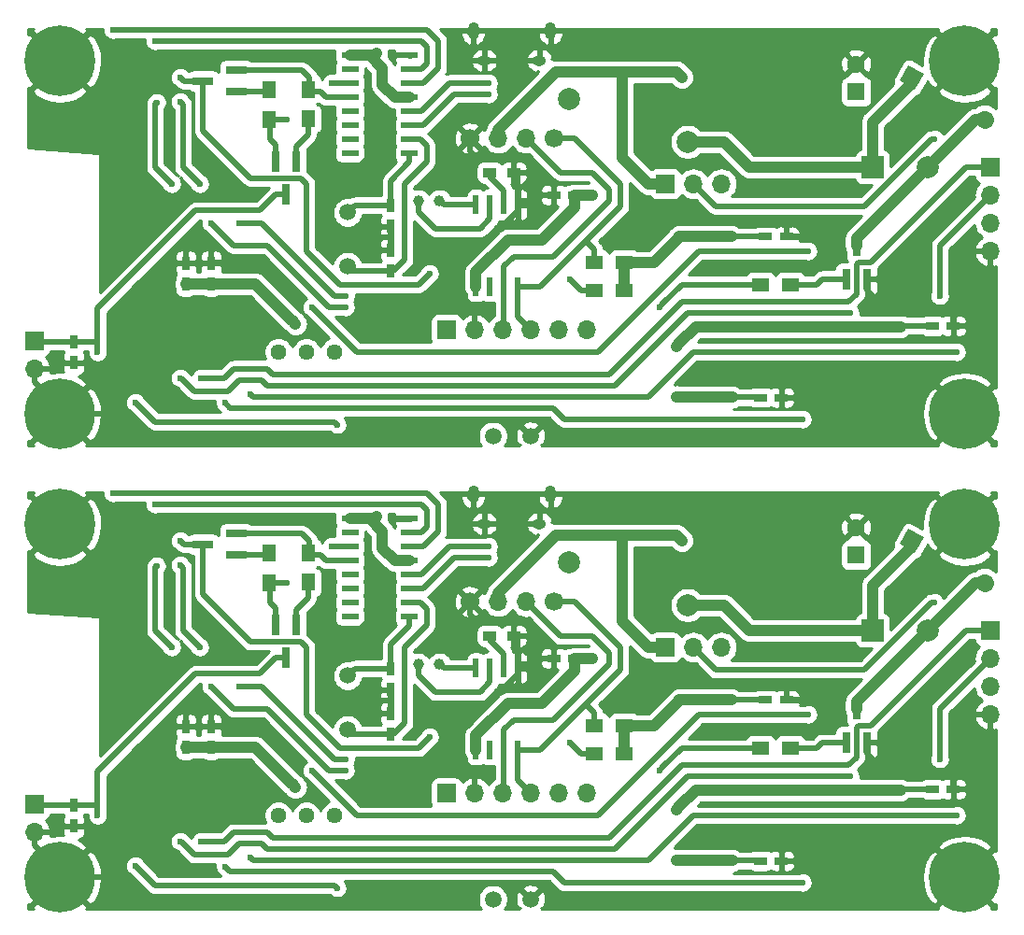
<source format=gbl>
%MOIN*%
%OFA0B0*%
%FSLAX46Y46*%
%IPPOS*%
%LPD*%
%ADD10R,0.031496062992125991X0.074803149606299218*%
%ADD11C,0.066929133858267723*%
%ADD12O,0.066929133858267723X0.066929133858267723*%
%ADD13R,0.066929133858267723X0.066929133858267723*%
%ADD14R,0.059055118110236227X0.023622047244094488*%
%ADD15C,0.25196850393700793*%
%ADD16R,0.047244094488188976X0.035433070866141732*%
%ADD17R,0.029527559055118113X0.047244094488188976*%
%ADD18C,0.07874015748031496*%
%ADD19R,0.07874015748031496X0.07874015748031496*%
%ADD20C,0.062992125984251982*%
%ADD21R,0.062992125984251982X0.062992125984251982*%
%ADD22R,0.047244094488188976X0.029527559055118113*%
%ADD23C,0.062992125984251982*%
%ADD24C,0.0039370078740157488*%
%ADD25O,0.03937007874015748X0.0610236220472441*%
%ADD26O,0.049212598425196853X0.037401574803149609*%
%ADD27R,0.074803149606299218X0.031496062992125991*%
%ADD28R,0.051181102362204731X0.059055118110236227*%
%ADD29C,0.059055118110236227*%
%ADD30R,0.059055118110236227X0.051181102362204731*%
%ADD31C,0.056692913385826771*%
%ADD32R,0.021653543307086617X0.068897637795275593*%
%ADD33C,0.03937007874015748*%
%ADD34C,0.023622047244094488*%
%ADD35C,0.03937007874015748*%
%ADD36C,0.01968503937007874*%
%ADD37C,0.01*%
%ADD48R,0.031496062992125991X0.074803149606299218*%
%ADD49C,0.066929133858267723*%
%ADD50O,0.066929133858267723X0.066929133858267723*%
%ADD51R,0.066929133858267723X0.066929133858267723*%
%ADD52R,0.059055118110236227X0.023622047244094488*%
%ADD53C,0.25196850393700793*%
%ADD54R,0.047244094488188976X0.035433070866141732*%
%ADD55R,0.029527559055118113X0.047244094488188976*%
%ADD56C,0.07874015748031496*%
%ADD57R,0.07874015748031496X0.07874015748031496*%
%ADD58C,0.062992125984251982*%
%ADD59R,0.062992125984251982X0.062992125984251982*%
%ADD60R,0.047244094488188976X0.029527559055118113*%
%ADD61C,0.062992125984251982*%
%ADD62C,0.0039370078740157488*%
%ADD63O,0.03937007874015748X0.0610236220472441*%
%ADD64O,0.049212598425196853X0.037401574803149609*%
%ADD65R,0.074803149606299218X0.031496062992125991*%
%ADD66R,0.051181102362204731X0.059055118110236227*%
%ADD67C,0.059055118110236227*%
%ADD68R,0.059055118110236227X0.051181102362204731*%
%ADD69C,0.056692913385826771*%
%ADD70R,0.021653543307086617X0.068897637795275593*%
%ADD71C,0.03937007874015748*%
%ADD72C,0.023622047244094488*%
%ADD73C,0.03937007874015748*%
%ADD74C,0.01968503937007874*%
%ADD75C,0.01*%
%LPD*%
D10*
X0000669291Y0002480314D02*
X0003181889Y0002458425D03*
X0003144488Y0002340314D03*
X0003219291Y0002340314D03*
D11*
X0001803307Y0002842992D03*
D12*
X0001903307Y0002842992D03*
X0002003307Y0002842992D03*
D11*
X0002103307Y0002842992D03*
D13*
X0001719291Y0002160314D03*
D12*
X0001819291Y0002160314D03*
X0001919291Y0002160314D03*
X0002019291Y0002160314D03*
X0002119291Y0002160314D03*
X0002219291Y0002160314D03*
D14*
X0001374566Y0003139842D03*
X0001374566Y0003089842D03*
X0001374566Y0003039842D03*
X0001374566Y0002989842D03*
X0001374566Y0002939842D03*
X0001374566Y0002889842D03*
X0001374566Y0002839842D03*
X0001374566Y0002789842D03*
X0001587165Y0002789842D03*
X0001587165Y0002839842D03*
X0001587165Y0002889842D03*
X0001587165Y0002939842D03*
X0001587165Y0002989842D03*
X0001587165Y0003039842D03*
X0001587165Y0003089842D03*
X0001587165Y0003139842D03*
D15*
X0003567480Y0001858740D03*
X0003567480Y0003118582D03*
X0000339133Y0001858740D03*
X0000339133Y0003118582D03*
D16*
X0001872677Y0002720314D03*
X0001959291Y0002720314D03*
D17*
X0000879291Y0002397716D03*
X0000879291Y0002322913D03*
D18*
X0003436141Y0002740314D03*
D19*
X0003239291Y0002740314D03*
D17*
X0001520236Y0002369015D03*
X0001520236Y0002443818D03*
X0001520236Y0002603818D03*
X0001520236Y0002529015D03*
D20*
X0003180393Y0003107637D03*
D21*
X0003180393Y0003009212D03*
D17*
X0000389291Y0002042913D03*
X0000389291Y0002117716D03*
X0000789291Y0002397716D03*
X0000789291Y0002322913D03*
D22*
X0002914094Y0001917795D03*
X0002839291Y0001917795D03*
X0003451889Y0002173700D03*
X0003526692Y0002173700D03*
X0002857716Y0002491606D03*
X0002932519Y0002491606D03*
X0002101889Y0002640314D03*
X0002176692Y0002640314D03*
D20*
X0003639098Y0002910314D03*
D23*
X0003639098Y0002910314D02*
X0003639098Y0002910314D01*
D20*
X0003379291Y0003060314D03*
D24*
G36*
X0003336266Y0003048786D02*
G01*
X0003367762Y0003103339D01*
X0003422315Y0003071843D01*
X0003390819Y0003017290D01*
X0003336266Y0003048786D01*
X0003336266Y0003048786D01*
G37*
D18*
X0002157539Y0002983820D03*
X0002579291Y0002830314D03*
D25*
X0001814566Y0003227362D03*
X0002090157Y0003227362D03*
D26*
X0001853937Y0003121062D03*
X0002050787Y0003121062D03*
D12*
X0000249291Y0002020314D03*
D13*
X0000249291Y0002120314D03*
D12*
X0002699291Y0002680314D03*
X0002599291Y0002680314D03*
D13*
X0002499291Y0002680314D03*
D10*
X0001108818Y0002760314D03*
X0001183622Y0002760314D03*
X0001146220Y0002642204D03*
D27*
X0000850944Y0003047913D03*
X0000969055Y0003010511D03*
X0000969055Y0003085314D03*
D28*
X0001224960Y0002911692D03*
X0001224960Y0003017992D03*
X0001087165Y0002910314D03*
X0001087165Y0003016614D03*
D29*
X0002019291Y0001780314D03*
X0001885433Y0001780314D03*
D30*
X0002839291Y0002320314D03*
X0002945590Y0002320314D03*
X0002352440Y0002400314D03*
X0002246141Y0002400314D03*
X0002246141Y0002300314D03*
X0002352440Y0002300314D03*
D31*
X0001319291Y0002080314D03*
X0001219291Y0002080314D03*
X0001119291Y0002080314D03*
D13*
X0003659291Y0002740314D03*
D12*
X0003659291Y0002640314D03*
X0003659291Y0002540314D03*
X0003659291Y0002440314D03*
D32*
X0001824291Y0002314645D03*
X0001874291Y0002314645D03*
X0001924291Y0002314645D03*
X0001974291Y0002314645D03*
X0001974291Y0002605984D03*
X0001924291Y0002605984D03*
X0001874291Y0002605984D03*
X0001824291Y0002605984D03*
D29*
X0001366220Y0002578543D03*
X0001366220Y0002386417D03*
D33*
X0001619291Y0002620314D03*
X0001694094Y0002620314D03*
D34*
X0002239291Y0002640314D03*
X0001469291Y0003145314D03*
X0002559291Y0003060314D03*
X0002345905Y0003080314D03*
X0001180078Y0002181102D03*
X0002739291Y0001919133D03*
X0003339291Y0002170314D03*
X0002735118Y0002491606D03*
X0002539291Y0002480314D03*
X0002539291Y0001920314D03*
X0002539291Y0002100314D03*
X0000769291Y0003060314D03*
X0001659291Y0002360314D03*
X0002479291Y0002240314D03*
X0000843503Y0001987952D03*
X0000768503Y0001987952D03*
X0003159291Y0002220314D03*
X0003479291Y0002280314D03*
X0002159291Y0002340314D03*
X0002079291Y0002420314D03*
X0000879291Y0002540314D03*
X0000684867Y0002970930D03*
X0000739291Y0002680315D03*
X0001359291Y0002240314D03*
X0000979291Y0002540314D03*
X0000839291Y0002680314D03*
X0000768503Y0002974566D03*
X0001359291Y0002280314D03*
X0000929685Y0001898110D03*
X0002989291Y0001840314D03*
X0001019291Y0001930314D03*
X0003539291Y0002080314D03*
X0001519291Y0003145314D03*
X0001269291Y0002780315D03*
X0001500638Y0002834986D03*
X0001029291Y0001780314D03*
X0002990629Y0001917795D03*
X0003604645Y0002175669D03*
X0003008976Y0002495464D03*
X0000939291Y0002400314D03*
X0001034291Y0002635314D03*
X0000474291Y0002080314D03*
X0001869291Y0003040314D03*
X0001869291Y0003000314D03*
X0003459291Y0002840315D03*
X0000609291Y0001900314D03*
X0001329291Y0001820314D03*
X0003009291Y0002440314D03*
X0001239291Y0002240314D03*
X0001309291Y0003040314D03*
X0001149291Y0002910314D03*
X0000679291Y0003190314D03*
X0000679291Y0003190314D03*
X0000529291Y0003230314D03*
D35*
X0002709291Y0002830314D02*
X0002579291Y0002830314D01*
X0003239291Y0002740314D02*
X0002799291Y0002740314D01*
X0002799291Y0002740314D02*
X0002709291Y0002830314D01*
X0002176692Y0002597716D02*
X0002176692Y0002640314D01*
X0002059291Y0002480314D02*
X0002176692Y0002597716D01*
X0001939291Y0002480314D02*
X0002059291Y0002480314D01*
X0001824291Y0002314645D02*
X0001824291Y0002365314D01*
X0001824291Y0002365314D02*
X0001939291Y0002480314D01*
X0002176692Y0002640314D02*
X0002239291Y0002640314D01*
X0003239291Y0002900314D02*
X0003239291Y0002740314D01*
X0003379291Y0003060314D02*
X0003379291Y0003040314D01*
X0003379291Y0003040314D02*
X0003239291Y0002900314D01*
X0003606141Y0002910314D02*
X0003436141Y0002740314D01*
X0003639098Y0002910314D02*
X0003606141Y0002910314D01*
X0003181889Y0002486062D02*
X0003436141Y0002740314D01*
X0003181889Y0002458425D02*
X0003181889Y0002486062D01*
X0001374566Y0003139842D02*
X0001444763Y0003139842D01*
X0001444763Y0003139842D02*
X0001463818Y0003139842D01*
X0001463818Y0003139842D02*
X0001469291Y0003145314D01*
X0001534606Y0002989842D02*
X0001587165Y0002989842D01*
X0001490708Y0003033740D02*
X0001534606Y0002989842D01*
X0001490708Y0003092795D02*
X0001490708Y0003033740D01*
X0001444763Y0003139842D02*
X0001444763Y0003138740D01*
X0001444763Y0003138740D02*
X0001490708Y0003092795D01*
X0001903307Y0002874330D02*
X0001903307Y0002842992D01*
X0002109291Y0003080314D02*
X0001903307Y0002874330D01*
X0002559291Y0003060314D02*
X0002539291Y0003080314D01*
X0002539291Y0003080314D02*
X0002345905Y0003080314D01*
X0002345905Y0003080314D02*
X0002109291Y0003080314D01*
D36*
X0002837952Y0001919133D02*
X0002839291Y0001917795D01*
X0002739291Y0001919133D02*
X0002837952Y0001919133D01*
X0003451889Y0002173700D02*
X0003342677Y0002173700D01*
X0003342677Y0002173700D02*
X0003339291Y0002170314D01*
X0002735118Y0002491606D02*
X0002857716Y0002491606D01*
D35*
X0002550582Y0002491606D02*
X0002539291Y0002480314D01*
X0002735118Y0002491606D02*
X0002550582Y0002491606D01*
X0002739291Y0001919133D02*
X0002540472Y0001919133D01*
X0002540472Y0001919133D02*
X0002539291Y0001920314D01*
X0002352440Y0002300314D02*
X0002352440Y0002400314D01*
X0002459291Y0002400314D02*
X0002352440Y0002400314D01*
X0002539291Y0002480314D02*
X0002459291Y0002400314D01*
X0002609291Y0002170314D02*
X0002551102Y0002112125D01*
X0003339291Y0002170314D02*
X0002609291Y0002170314D01*
X0002551102Y0002112125D02*
X0002539291Y0002100314D01*
X0001168267Y0002192913D02*
X0001180078Y0002181102D01*
X0001166692Y0002192913D02*
X0001168267Y0002192913D01*
X0000789291Y0002322913D02*
X0001036692Y0002322913D01*
X0001036692Y0002322913D02*
X0001166692Y0002192913D01*
X0002345905Y0002773700D02*
X0002345905Y0003080314D01*
X0002499291Y0002680314D02*
X0002439291Y0002680314D01*
X0002439291Y0002680314D02*
X0002345905Y0002773700D01*
D36*
X0001224960Y0002855984D02*
X0001224960Y0002911692D01*
X0001183622Y0002760314D02*
X0001183622Y0002814645D01*
X0001183622Y0002814645D02*
X0001224960Y0002855984D01*
X0000850944Y0003047913D02*
X0000781692Y0003047913D01*
X0000781692Y0003047913D02*
X0000769291Y0003060314D01*
X0002559291Y0002320314D02*
X0002491102Y0002252125D01*
X0002491102Y0002252125D02*
X0002479291Y0002240314D01*
X0002839291Y0002320314D02*
X0002559291Y0002320314D01*
X0001619291Y0002320314D02*
X0001659291Y0002360314D01*
X0001339291Y0002320314D02*
X0001619291Y0002320314D01*
X0000850944Y0002868661D02*
X0001019291Y0002700314D01*
X0000850944Y0003047913D02*
X0000850944Y0002868661D01*
X0001019291Y0002700314D02*
X0001199291Y0002700314D01*
X0001199291Y0002700314D02*
X0001219291Y0002680314D01*
X0001219291Y0002680314D02*
X0001219291Y0002440314D01*
X0001219291Y0002440314D02*
X0001339291Y0002320314D01*
X0003571791Y0002740314D02*
X0003659291Y0002740314D01*
X0003231791Y0002400314D02*
X0003571791Y0002740314D01*
X0003189291Y0002400314D02*
X0003231791Y0002400314D01*
X0003181791Y0002287814D02*
X0003181791Y0002392814D01*
X0002559291Y0002260314D02*
X0003154291Y0002260314D01*
X0003181791Y0002392814D02*
X0003189291Y0002400314D01*
X0000926929Y0001987952D02*
X0000959291Y0002020314D01*
X0000843503Y0001987952D02*
X0000926929Y0001987952D01*
X0000959291Y0002020314D02*
X0001079291Y0002020314D01*
X0003154291Y0002260314D02*
X0003181791Y0002287814D01*
X0001079291Y0002020314D02*
X0001099291Y0002000314D01*
X0001099291Y0002000314D02*
X0002299291Y0002000314D01*
X0002299291Y0002000314D02*
X0002559291Y0002260314D01*
X0003479291Y0002460314D02*
X0003659291Y0002640314D01*
X0003479291Y0002280314D02*
X0003479291Y0002460314D01*
X0002319291Y0001960314D02*
X0002579291Y0002220314D01*
X0002579291Y0002220314D02*
X0003159291Y0002220314D01*
X0001079291Y0001960314D02*
X0002319291Y0001960314D01*
X0000768503Y0001987952D02*
X0000771653Y0001987952D01*
X0000819291Y0001940314D02*
X0000939291Y0001940314D01*
X0000939291Y0001940314D02*
X0000979291Y0001980314D01*
X0000771653Y0001987952D02*
X0000819291Y0001940314D01*
X0000979291Y0001980314D02*
X0001059291Y0001980314D01*
X0001059291Y0001980314D02*
X0001079291Y0001960314D01*
X0001924291Y0002165314D02*
X0001919291Y0002160314D01*
X0001924291Y0002314645D02*
X0001924291Y0002165314D01*
X0002199291Y0002300314D02*
X0002246141Y0002300314D01*
X0002159291Y0002340314D02*
X0002199291Y0002300314D01*
X0002062588Y0002420314D02*
X0002079291Y0002420314D01*
X0001959290Y0002420314D02*
X0002062588Y0002420314D01*
X0001924291Y0002314645D02*
X0001924291Y0002385314D01*
X0001924291Y0002385314D02*
X0001959290Y0002420314D01*
X0002099290Y0002420314D02*
X0002079291Y0002420314D01*
X0002299291Y0002620314D02*
X0002099290Y0002420314D01*
X0002299291Y0002660314D02*
X0002299291Y0002620314D01*
X0002239291Y0002720314D02*
X0002299291Y0002660314D01*
X0002003307Y0002842992D02*
X0002125984Y0002720314D01*
X0002125984Y0002720314D02*
X0002239291Y0002720314D01*
X0000739291Y0002680315D02*
X0000739291Y0002680315D01*
X0000679291Y0002740314D02*
X0000739291Y0002680315D01*
X0000684867Y0002970930D02*
X0000679291Y0002965354D01*
X0000679291Y0002965354D02*
X0000679291Y0002740314D01*
X0001299291Y0002240314D02*
X0001359291Y0002240314D01*
X0001079291Y0002460314D02*
X0001299291Y0002240314D01*
X0000879291Y0002540314D02*
X0000959291Y0002460314D01*
X0000959291Y0002460314D02*
X0001079291Y0002460314D01*
X0001974291Y0002205314D02*
X0002019291Y0002160314D01*
X0001974291Y0002314645D02*
X0001974291Y0002205314D01*
X0002176614Y0002842992D02*
X0002103307Y0002842992D01*
X0002339291Y0002680314D02*
X0002176614Y0002842992D01*
X0002339291Y0002600314D02*
X0002339291Y0002680314D01*
X0002219291Y0002480314D02*
X0002339291Y0002600314D01*
X0002219291Y0002472440D02*
X0002219291Y0002480314D01*
X0002246141Y0002400314D02*
X0002246141Y0002445590D01*
X0002246141Y0002445590D02*
X0002219291Y0002472440D01*
X0002199291Y0002460314D02*
X0002219291Y0002480314D01*
X0001974291Y0002314645D02*
X0002053622Y0002314645D01*
X0002053622Y0002314645D02*
X0002199291Y0002460314D01*
X0000779291Y0002963779D02*
X0000768503Y0002974566D01*
X0000839291Y0002680314D02*
X0000779291Y0002740314D01*
X0000779291Y0002740314D02*
X0000779291Y0002963779D01*
X0001319291Y0002280314D02*
X0001359291Y0002280314D01*
X0000979291Y0002540314D02*
X0001059291Y0002540314D01*
X0001059291Y0002540314D02*
X0001319291Y0002280314D01*
X0000947480Y0001880314D02*
X0000929685Y0001898110D01*
X0002099291Y0001880314D02*
X0000947480Y0001880314D01*
X0002989291Y0001840314D02*
X0002139291Y0001840314D01*
X0002139291Y0001840314D02*
X0002099291Y0001880314D01*
X0003522588Y0002080314D02*
X0003539291Y0002080314D01*
X0002599291Y0002080314D02*
X0003522588Y0002080314D01*
X0002439291Y0001920314D02*
X0002599291Y0002080314D01*
X0001019291Y0001930314D02*
X0001029291Y0001920314D01*
X0001029291Y0001920314D02*
X0002439291Y0001920314D01*
X0001708425Y0002605984D02*
X0001694094Y0002620314D01*
X0001824291Y0002605984D02*
X0001708425Y0002605984D01*
X0001527992Y0002369015D02*
X0001383622Y0002369015D01*
X0001625551Y0002839842D02*
X0001648188Y0002817204D01*
X0001587165Y0002839842D02*
X0001625551Y0002839842D01*
X0001648188Y0002817204D02*
X0001648188Y0002759212D01*
X0001648188Y0002759212D02*
X0001569291Y0002680314D01*
X0001383622Y0002369015D02*
X0001366220Y0002386417D01*
X0001569291Y0002680314D02*
X0001569291Y0002410314D01*
X0001569291Y0002410314D02*
X0001527992Y0002369015D01*
X0001587165Y0003139842D02*
X0001524763Y0003139842D01*
X0001524763Y0003139842D02*
X0001519291Y0003145314D01*
X0001802047Y0003214842D02*
X0001814566Y0003227362D01*
X0001520236Y0002487244D02*
X0001520236Y0002529015D01*
X0001520236Y0002443818D02*
X0001520236Y0002487244D01*
X0001395966Y0002730314D02*
X0001488827Y0002823175D01*
X0001269291Y0002780315D02*
X0001319291Y0002730314D01*
X0001488827Y0002823175D02*
X0001500638Y0002834986D01*
X0001319291Y0002730314D02*
X0001395966Y0002730314D01*
X0000517302Y0001858740D02*
X0000595727Y0001780314D01*
X0000339133Y0001858740D02*
X0000517302Y0001858740D01*
X0000595727Y0001780314D02*
X0001029291Y0001780314D01*
X0002914094Y0001917795D02*
X0002990629Y0001917795D01*
X0003602677Y0002173700D02*
X0003604645Y0002175669D01*
X0003526692Y0002173700D02*
X0003602677Y0002173700D01*
X0003005118Y0002491606D02*
X0003008976Y0002495464D01*
X0002932519Y0002491606D02*
X0003005118Y0002491606D01*
X0000386692Y0002040314D02*
X0000389291Y0002042913D01*
X0000329291Y0002040314D02*
X0000386692Y0002040314D01*
X0000249291Y0002020314D02*
X0000309291Y0002020314D01*
X0000309291Y0002020314D02*
X0000329291Y0002040314D01*
X0000339133Y0001883146D02*
X0000339133Y0001858740D01*
X0000249291Y0001972988D02*
X0000339133Y0001883146D01*
X0000249291Y0002020314D02*
X0000249291Y0001972988D01*
X0001989763Y0001809842D02*
X0002019291Y0001780314D01*
X0001959291Y0001840314D02*
X0001989763Y0001809842D01*
X0001769291Y0001840314D02*
X0001959291Y0001840314D01*
X0001029291Y0001780314D02*
X0001709291Y0001780314D01*
X0001709291Y0001780314D02*
X0001769291Y0001840314D01*
X0001974291Y0002705314D02*
X0001959291Y0002720314D01*
X0001974291Y0002605984D02*
X0001974291Y0002705314D01*
X0001988622Y0002620314D02*
X0001974291Y0002605984D01*
X0002019291Y0002620314D02*
X0001988622Y0002620314D01*
X0002101889Y0002640314D02*
X0002039291Y0002640314D01*
X0002039291Y0002640314D02*
X0002019291Y0002620314D01*
X0001803307Y0002796299D02*
X0001803307Y0002842992D01*
X0001819291Y0002780314D02*
X0001803307Y0002796299D01*
X0001939291Y0002780314D02*
X0001819291Y0002780314D01*
X0001959291Y0002720314D02*
X0001959291Y0002760314D01*
X0001959291Y0002760314D02*
X0001939291Y0002780314D01*
X0001974291Y0002582362D02*
X0001759291Y0002367362D01*
X0001974291Y0002605984D02*
X0001974291Y0002582362D01*
X0001759291Y0002367362D02*
X0001759291Y0002280314D01*
X0001819291Y0002220314D02*
X0001819291Y0002160314D01*
X0001759291Y0002280314D02*
X0001819291Y0002220314D01*
X0003219291Y0002300314D02*
X0003219291Y0002340314D01*
X0003279291Y0002240314D02*
X0003219291Y0002300314D01*
X0003499291Y0002240314D02*
X0003279291Y0002240314D01*
X0003526692Y0002173700D02*
X0003526692Y0002212913D01*
X0003526692Y0002212913D02*
X0003499291Y0002240314D01*
X0000789291Y0002397716D02*
X0000879291Y0002397716D01*
X0000881889Y0002400314D02*
X0000879291Y0002397716D01*
X0000939291Y0002400314D02*
X0000881889Y0002400314D01*
X0001017588Y0002635314D02*
X0001034291Y0002635314D01*
X0000644233Y0002635314D02*
X0001017588Y0002635314D01*
X0000579291Y0002700256D02*
X0000644233Y0002635314D01*
X0000339133Y0003118582D02*
X0000579291Y0002878425D01*
X0000579291Y0002878425D02*
X0000579291Y0002700256D01*
X0001319291Y0002720315D02*
X0001319291Y0002730314D01*
X0001276220Y0002677244D02*
X0001319291Y0002720315D01*
X0001520236Y0002488661D02*
X0001276220Y0002488661D01*
X0001276220Y0002488661D02*
X0001276220Y0002677244D01*
X0001587165Y0002758188D02*
X0001587165Y0002789842D01*
X0001520236Y0002691259D02*
X0001587165Y0002758188D01*
X0001520236Y0002603818D02*
X0001520236Y0002691259D01*
X0001366220Y0002578543D02*
X0001391496Y0002603818D01*
X0001391496Y0002603818D02*
X0001520236Y0002603818D01*
X0000474291Y0002080314D02*
X0000474291Y0002140314D01*
X0000251889Y0002117716D02*
X0000249291Y0002120314D01*
X0000389291Y0002117716D02*
X0000251889Y0002117716D01*
X0000474291Y0002125314D02*
X0000474291Y0002140314D01*
X0000389291Y0002117716D02*
X0000466692Y0002117716D01*
X0000466692Y0002117716D02*
X0000474291Y0002125314D01*
X0001110787Y0002642204D02*
X0001146220Y0002642204D01*
X0000474291Y0002140314D02*
X0000474291Y0002235314D01*
X0001053700Y0002585118D02*
X0001110787Y0002642204D01*
X0000474291Y0002235314D02*
X0000824094Y0002585118D01*
X0000824094Y0002585118D02*
X0001053700Y0002585118D01*
X0001729291Y0003040314D02*
X0001869291Y0003040314D01*
X0001587165Y0002939842D02*
X0001628818Y0002939842D01*
X0001628818Y0002939842D02*
X0001729291Y0003040314D01*
X0001636377Y0002889842D02*
X0001746850Y0003000314D01*
X0001587165Y0002889842D02*
X0001636377Y0002889842D01*
X0001746850Y0003000314D02*
X0001869291Y0003000314D01*
X0003459290Y0002840314D02*
X0003459291Y0002840315D01*
X0003449921Y0002840314D02*
X0003459290Y0002840314D01*
X0003209921Y0002600314D02*
X0003449921Y0002840314D01*
X0002599291Y0002680314D02*
X0002679291Y0002600314D01*
X0002679291Y0002600314D02*
X0003209921Y0002600314D01*
X0001872677Y0002706929D02*
X0001872677Y0002720314D01*
X0001924291Y0002605984D02*
X0001924291Y0002655314D01*
X0001924291Y0002655314D02*
X0001872677Y0002706929D01*
X0001319291Y0001830314D02*
X0001329291Y0001820314D01*
X0000609291Y0001900314D02*
X0000679291Y0001830314D01*
X0000679291Y0001830314D02*
X0001319291Y0001830314D01*
X0002659291Y0002440314D02*
X0003009291Y0002440314D01*
X0002619291Y0002440314D02*
X0002659291Y0002440314D01*
X0002259291Y0002080314D02*
X0002619291Y0002440314D01*
X0001239291Y0002240314D02*
X0001399291Y0002080314D01*
X0001399291Y0002080314D02*
X0002259291Y0002080314D01*
X0001089291Y0002840314D02*
X0001089291Y0002900314D01*
X0001108818Y0002760314D02*
X0001108818Y0002820787D01*
X0001108818Y0002820787D02*
X0001089291Y0002840314D01*
X0001374566Y0003039842D02*
X0001309763Y0003039842D01*
X0001309763Y0003039842D02*
X0001309291Y0003040314D01*
X0001149291Y0002910314D02*
X0001087165Y0002910314D01*
X0001081062Y0003010511D02*
X0001087165Y0003016614D01*
X0000969055Y0003010511D02*
X0001081062Y0003010511D01*
X0001229291Y0003060314D02*
X0001229291Y0003010314D01*
X0000969055Y0003085314D02*
X0001204291Y0003085314D01*
X0001204291Y0003085314D02*
X0001229291Y0003060314D01*
X0001232637Y0003010314D02*
X0001224960Y0003017992D01*
X0001269291Y0003010314D02*
X0001232637Y0003010314D01*
X0001374566Y0002989842D02*
X0001289763Y0002989842D01*
X0001289763Y0002989842D02*
X0001269291Y0003010314D01*
X0003059291Y0002340314D02*
X0003139291Y0002340314D01*
X0002945590Y0002320314D02*
X0003039291Y0002320314D01*
X0003039291Y0002320314D02*
X0003059291Y0002340314D01*
X0001629291Y0003190314D02*
X0000679291Y0003190314D01*
X0001649291Y0003170314D02*
X0001629291Y0003190314D01*
X0001649291Y0003110314D02*
X0001649291Y0003170314D01*
X0001587165Y0003089842D02*
X0001628818Y0003089842D01*
X0001628818Y0003089842D02*
X0001649291Y0003110314D01*
X0001636377Y0003039842D02*
X0001689291Y0003092755D01*
X0001587165Y0003039842D02*
X0001636377Y0003039842D01*
X0001689291Y0003092755D02*
X0001689291Y0003163722D01*
X0001689291Y0003163722D02*
X0001689291Y0003190314D01*
X0001689291Y0003190314D02*
X0001649291Y0003230314D01*
X0001649291Y0003230314D02*
X0000529291Y0003230314D01*
X0001619291Y0002580314D02*
X0001619291Y0002620314D01*
X0001679291Y0002520314D02*
X0001619291Y0002580314D01*
X0001839291Y0002520314D02*
X0001679291Y0002520314D01*
X0001874291Y0002605984D02*
X0001874291Y0002555314D01*
X0001874291Y0002555314D02*
X0001839291Y0002520314D01*
D37*
G36*
X0003601498Y0002702011D02*
G01*
X0003602910Y0002697358D01*
X0003605202Y0002693069D01*
X0003608287Y0002689310D01*
X0003612046Y0002686226D01*
X0003616334Y0002683934D01*
X0003619580Y0002682949D01*
X0003617974Y0002681631D01*
X0003610707Y0002672777D01*
X0003605308Y0002662675D01*
X0003601983Y0002651714D01*
X0003600860Y0002640314D01*
X0003601721Y0002631574D01*
X0003456075Y0002485928D01*
X0003454758Y0002484847D01*
X0003453677Y0002483530D01*
X0003453677Y0002483530D01*
X0003450443Y0002479590D01*
X0003447237Y0002473591D01*
X0003445263Y0002467083D01*
X0003444596Y0002460314D01*
X0003444763Y0002458618D01*
X0003444763Y0002292326D01*
X0003444197Y0002290960D01*
X0003442795Y0002283909D01*
X0003442795Y0002276720D01*
X0003444197Y0002269669D01*
X0003446948Y0002263027D01*
X0003450942Y0002257050D01*
X0003456026Y0002251966D01*
X0003462003Y0002247972D01*
X0003468645Y0002245221D01*
X0003475696Y0002243818D01*
X0003482885Y0002243818D01*
X0003489936Y0002245221D01*
X0003496578Y0002247972D01*
X0003502556Y0002251966D01*
X0003507639Y0002257050D01*
X0003511633Y0002263027D01*
X0003514384Y0002269669D01*
X0003515787Y0002276720D01*
X0003515787Y0002283909D01*
X0003514384Y0002290960D01*
X0003513818Y0002292326D01*
X0003513818Y0002426264D01*
X0003602540Y0002426264D01*
X0003604298Y0002420468D01*
X0003609226Y0002410121D01*
X0003616079Y0002400934D01*
X0003624592Y0002393260D01*
X0003634438Y0002387395D01*
X0003645240Y0002383563D01*
X0003654291Y0002388314D01*
X0003654291Y0002435314D01*
X0003607316Y0002435314D01*
X0003602540Y0002426264D01*
X0003513818Y0002426264D01*
X0003513818Y0002446013D01*
X0003601511Y0002533705D01*
X0003601983Y0002528915D01*
X0003605308Y0002517954D01*
X0003610707Y0002507852D01*
X0003617974Y0002498998D01*
X0003626828Y0002491731D01*
X0003629509Y0002490298D01*
X0003624592Y0002487369D01*
X0003616079Y0002479695D01*
X0003609226Y0002470508D01*
X0003604298Y0002460161D01*
X0003602540Y0002454365D01*
X0003607316Y0002445314D01*
X0003654291Y0002445314D01*
X0003654291Y0002446102D01*
X0003664291Y0002446102D01*
X0003664291Y0002445314D01*
X0003665078Y0002445314D01*
X0003665078Y0002435314D01*
X0003664291Y0002435314D01*
X0003664291Y0002388314D01*
X0003673342Y0002383563D01*
X0003680590Y0002386134D01*
X0003680590Y0001953018D01*
X0003673814Y0001958002D01*
X0003574551Y0001858740D01*
X0003673814Y0001759477D01*
X0003680590Y0001764461D01*
X0003680590Y0001745629D01*
X0003661758Y0001745629D01*
X0003666743Y0001752406D01*
X0003567480Y0001851669D01*
X0003468217Y0001752406D01*
X0003473202Y0001745629D01*
X0002061047Y0001745629D01*
X0002056968Y0001749709D01*
X0002066372Y0001752288D01*
X0002070935Y0001762012D01*
X0002073513Y0001772439D01*
X0002074008Y0001783168D01*
X0002072400Y0001793788D01*
X0002068751Y0001803891D01*
X0002066372Y0001808341D01*
X0002056968Y0001810920D01*
X0002026362Y0001780314D01*
X0002026919Y0001779758D01*
X0002019848Y0001772687D01*
X0002019291Y0001773243D01*
X0002018734Y0001772687D01*
X0002011663Y0001779758D01*
X0002012220Y0001780314D01*
X0001981614Y0001810920D01*
X0001972210Y0001808341D01*
X0001967647Y0001798617D01*
X0001965068Y0001788190D01*
X0001964574Y0001777460D01*
X0001966182Y0001766841D01*
X0001969831Y0001756738D01*
X0001972210Y0001752288D01*
X0001981614Y0001749709D01*
X0001977535Y0001745629D01*
X0001927416Y0001745629D01*
X0001927542Y0001745756D01*
X0001933475Y0001754635D01*
X0001937562Y0001764501D01*
X0001939645Y0001774975D01*
X0001939645Y0001785654D01*
X0001937562Y0001796128D01*
X0001933475Y0001805994D01*
X0001927542Y0001814873D01*
X0001924424Y0001817991D01*
X0001988685Y0001817991D01*
X0002019291Y0001787386D01*
X0002049897Y0001817991D01*
X0002047317Y0001827396D01*
X0002037593Y0001831959D01*
X0002027166Y0001834537D01*
X0002016437Y0001835031D01*
X0002005817Y0001833423D01*
X0001995715Y0001829774D01*
X0001991265Y0001827396D01*
X0001988685Y0001817991D01*
X0001924424Y0001817991D01*
X0001919991Y0001822424D01*
X0001911112Y0001828357D01*
X0001901246Y0001832444D01*
X0001890772Y0001834527D01*
X0001880093Y0001834527D01*
X0001869619Y0001832444D01*
X0001859753Y0001828357D01*
X0001850874Y0001822424D01*
X0001843323Y0001814873D01*
X0001837390Y0001805994D01*
X0001833303Y0001796128D01*
X0001831220Y0001785654D01*
X0001831220Y0001774975D01*
X0001833303Y0001764501D01*
X0001837390Y0001754635D01*
X0001843323Y0001745756D01*
X0001843449Y0001745629D01*
X0000433412Y0001745629D01*
X0000438396Y0001752406D01*
X0000339133Y0001851669D01*
X0000239871Y0001752406D01*
X0000244855Y0001745629D01*
X0000226023Y0001745629D01*
X0000226023Y0001764461D01*
X0000232799Y0001759477D01*
X0000332062Y0001858740D01*
X0000346204Y0001858740D01*
X0000445467Y0001759477D01*
X0000464745Y0001773657D01*
X0000478931Y0001799798D01*
X0000487743Y0001828204D01*
X0000490845Y0001857783D01*
X0000488117Y0001887399D01*
X0000479663Y0001915913D01*
X0000465809Y0001942231D01*
X0000464745Y0001943822D01*
X0000445467Y0001958002D01*
X0000346204Y0001858740D01*
X0000332062Y0001858740D01*
X0000331506Y0001859296D01*
X0000338577Y0001866367D01*
X0000339133Y0001865811D01*
X0000438396Y0001965074D01*
X0000424216Y0001984352D01*
X0000405805Y0001994342D01*
X0000408955Y0001994653D01*
X0000413668Y0001996082D01*
X0000418011Y0001998404D01*
X0000421818Y0002001528D01*
X0000424942Y0002005334D01*
X0000427263Y0002009677D01*
X0000428693Y0002014390D01*
X0000429176Y0002019291D01*
X0000429055Y0002031663D01*
X0000422805Y0002037913D01*
X0000394291Y0002037913D01*
X0000394291Y0002037125D01*
X0000384291Y0002037125D01*
X0000384291Y0002037913D01*
X0000355777Y0002037913D01*
X0000349527Y0002031663D01*
X0000349406Y0002019291D01*
X0000349889Y0002014390D01*
X0000351318Y0002009677D01*
X0000351547Y0002009250D01*
X0000340090Y0002010451D01*
X0000310474Y0002007723D01*
X0000305976Y0002006389D01*
X0000301265Y0002015314D01*
X0000254291Y0002015314D01*
X0000254291Y0002014527D01*
X0000244291Y0002014527D01*
X0000244291Y0002015314D01*
X0000243503Y0002015314D01*
X0000243503Y0002025314D01*
X0000244291Y0002025314D01*
X0000244291Y0002026102D01*
X0000254291Y0002026102D01*
X0000254291Y0002025314D01*
X0000301265Y0002025314D01*
X0000306042Y0002034365D01*
X0000304284Y0002040161D01*
X0000299355Y0002050508D01*
X0000292503Y0002059695D01*
X0000288921Y0002062924D01*
X0000292248Y0002063934D01*
X0000296536Y0002066226D01*
X0000300295Y0002069310D01*
X0000303380Y0002073069D01*
X0000305672Y0002077358D01*
X0000307083Y0002082011D01*
X0000307199Y0002083188D01*
X0000352366Y0002083188D01*
X0000353742Y0002080615D01*
X0000353640Y0002080491D01*
X0000351318Y0002076148D01*
X0000349889Y0002071436D01*
X0000349406Y0002066535D01*
X0000349527Y0002054163D01*
X0000355777Y0002047913D01*
X0000384291Y0002047913D01*
X0000384291Y0002048700D01*
X0000394291Y0002048700D01*
X0000394291Y0002047913D01*
X0000422805Y0002047913D01*
X0000429055Y0002054163D01*
X0000429176Y0002066535D01*
X0000428693Y0002071436D01*
X0000427263Y0002076148D01*
X0000424942Y0002080491D01*
X0000424840Y0002080615D01*
X0000426216Y0002083188D01*
X0000437795Y0002083188D01*
X0000437795Y0002076720D01*
X0000439197Y0002069669D01*
X0000441948Y0002063027D01*
X0000445942Y0002057050D01*
X0000451026Y0002051966D01*
X0000457003Y0002047972D01*
X0000463645Y0002045221D01*
X0000470696Y0002043818D01*
X0000477885Y0002043818D01*
X0000484936Y0002045221D01*
X0000491578Y0002047972D01*
X0000497556Y0002051966D01*
X0000502639Y0002057050D01*
X0000506633Y0002063027D01*
X0000509384Y0002069669D01*
X0000510787Y0002076720D01*
X0000510787Y0002083909D01*
X0000509384Y0002090960D01*
X0000508818Y0002092326D01*
X0000508818Y0002123619D01*
X0000508985Y0002125314D01*
X0000508818Y0002127010D01*
X0000508818Y0002221013D01*
X0000610719Y0002322913D01*
X0000744706Y0002322913D01*
X0000745563Y0002314215D01*
X0000748100Y0002305851D01*
X0000749723Y0002302815D01*
X0000749723Y0002299291D01*
X0000750199Y0002294452D01*
X0000751611Y0002289799D01*
X0000753903Y0002285510D01*
X0000756988Y0002281751D01*
X0000760746Y0002278667D01*
X0000765035Y0002276375D01*
X0000769688Y0002274963D01*
X0000774527Y0002274486D01*
X0000804055Y0002274486D01*
X0000808894Y0002274963D01*
X0000813547Y0002276375D01*
X0000817603Y0002278543D01*
X0000850978Y0002278543D01*
X0000855035Y0002276375D01*
X0000859688Y0002274963D01*
X0000864527Y0002274486D01*
X0000894055Y0002274486D01*
X0000898894Y0002274963D01*
X0000903547Y0002276375D01*
X0000907603Y0002278543D01*
X0001018314Y0002278543D01*
X0001133777Y0002163080D01*
X0001135166Y0002161387D01*
X0001136859Y0002159997D01*
X0001136859Y0002159997D01*
X0001140063Y0002157368D01*
X0001141922Y0002155842D01*
X0001143355Y0002155076D01*
X0001150245Y0002148186D01*
X0001155308Y0002144031D01*
X0001163016Y0002139911D01*
X0001171380Y0002137374D01*
X0001180078Y0002136517D01*
X0001188776Y0002137374D01*
X0001197140Y0002139911D01*
X0001204848Y0002144031D01*
X0001211604Y0002149576D01*
X0001217149Y0002156332D01*
X0001221269Y0002164040D01*
X0001223806Y0002172404D01*
X0001224663Y0002181102D01*
X0001223806Y0002189800D01*
X0001221269Y0002198164D01*
X0001217149Y0002205872D01*
X0001212994Y0002210935D01*
X0001201183Y0002222746D01*
X0001199793Y0002224439D01*
X0001193037Y0002229984D01*
X0001191605Y0002230749D01*
X0001069608Y0002352746D01*
X0001068219Y0002354439D01*
X0001061462Y0002359984D01*
X0001053754Y0002364104D01*
X0001045390Y0002366641D01*
X0001038872Y0002367283D01*
X0001038872Y0002367283D01*
X0001036692Y0002367498D01*
X0001034513Y0002367283D01*
X0000918113Y0002367283D01*
X0000918693Y0002369193D01*
X0000919176Y0002374094D01*
X0000919055Y0002386466D01*
X0000912805Y0002392716D01*
X0000884291Y0002392716D01*
X0000884291Y0002391929D01*
X0000874291Y0002391929D01*
X0000874291Y0002392716D01*
X0000845777Y0002392716D01*
X0000839527Y0002386466D01*
X0000839406Y0002374094D01*
X0000839889Y0002369193D01*
X0000840468Y0002367283D01*
X0000828113Y0002367283D01*
X0000828693Y0002369193D01*
X0000829176Y0002374094D01*
X0000829055Y0002386466D01*
X0000822805Y0002392716D01*
X0000794291Y0002392716D01*
X0000794291Y0002391929D01*
X0000784291Y0002391929D01*
X0000784291Y0002392716D01*
X0000755777Y0002392716D01*
X0000749527Y0002386466D01*
X0000749406Y0002374094D01*
X0000749889Y0002369193D01*
X0000751318Y0002364481D01*
X0000753640Y0002360138D01*
X0000753742Y0002360014D01*
X0000751611Y0002356027D01*
X0000750199Y0002351374D01*
X0000749723Y0002346535D01*
X0000749723Y0002343011D01*
X0000748100Y0002339975D01*
X0000745563Y0002331611D01*
X0000744706Y0002322913D01*
X0000610719Y0002322913D01*
X0000709144Y0002421338D01*
X0000749406Y0002421338D01*
X0000749527Y0002408966D01*
X0000755777Y0002402716D01*
X0000784291Y0002402716D01*
X0000784291Y0002440088D01*
X0000794291Y0002440088D01*
X0000794291Y0002402716D01*
X0000822805Y0002402716D01*
X0000829055Y0002408966D01*
X0000829176Y0002421338D01*
X0000839406Y0002421338D01*
X0000839527Y0002408966D01*
X0000845777Y0002402716D01*
X0000874291Y0002402716D01*
X0000874291Y0002440088D01*
X0000884291Y0002440088D01*
X0000884291Y0002402716D01*
X0000912805Y0002402716D01*
X0000919055Y0002408966D01*
X0000919176Y0002421338D01*
X0000918693Y0002426239D01*
X0000917263Y0002430951D01*
X0000914942Y0002435295D01*
X0000911818Y0002439101D01*
X0000908011Y0002442225D01*
X0000903668Y0002444547D01*
X0000898955Y0002445976D01*
X0000894055Y0002446459D01*
X0000890541Y0002446338D01*
X0000884291Y0002440088D01*
X0000874291Y0002440088D01*
X0000868041Y0002446338D01*
X0000864527Y0002446459D01*
X0000859626Y0002445976D01*
X0000854914Y0002444547D01*
X0000850571Y0002442225D01*
X0000846764Y0002439101D01*
X0000843640Y0002435295D01*
X0000841318Y0002430951D01*
X0000839889Y0002426239D01*
X0000839406Y0002421338D01*
X0000829176Y0002421338D01*
X0000828693Y0002426239D01*
X0000827263Y0002430951D01*
X0000824942Y0002435295D01*
X0000821818Y0002439101D01*
X0000818011Y0002442225D01*
X0000813668Y0002444547D01*
X0000808955Y0002445976D01*
X0000804055Y0002446459D01*
X0000800541Y0002446338D01*
X0000794291Y0002440088D01*
X0000784291Y0002440088D01*
X0000778041Y0002446338D01*
X0000774527Y0002446459D01*
X0000769626Y0002445976D01*
X0000764914Y0002444547D01*
X0000760571Y0002442225D01*
X0000756764Y0002439101D01*
X0000753640Y0002435295D01*
X0000751318Y0002430951D01*
X0000749889Y0002426239D01*
X0000749406Y0002421338D01*
X0000709144Y0002421338D01*
X0000838396Y0002550590D01*
X0000844124Y0002550590D01*
X0000842795Y0002543909D01*
X0000842795Y0002536720D01*
X0000844197Y0002529669D01*
X0000846948Y0002523027D01*
X0000850942Y0002517050D01*
X0000856026Y0002511966D01*
X0000862003Y0002507972D01*
X0000863370Y0002507406D01*
X0000933677Y0002437099D01*
X0000934758Y0002435782D01*
X0000936075Y0002434701D01*
X0000936075Y0002434701D01*
X0000937427Y0002433591D01*
X0000940016Y0002431467D01*
X0000945517Y0002428527D01*
X0000946014Y0002428261D01*
X0000952522Y0002426287D01*
X0000959291Y0002425620D01*
X0000960987Y0002425787D01*
X0001064989Y0002425787D01*
X0001219675Y0002271101D01*
X0001216026Y0002268663D01*
X0001210942Y0002263579D01*
X0001206948Y0002257602D01*
X0001204197Y0002250960D01*
X0001202795Y0002243909D01*
X0001202795Y0002236720D01*
X0001204197Y0002229669D01*
X0001206948Y0002223027D01*
X0001210942Y0002217050D01*
X0001216026Y0002211966D01*
X0001222003Y0002207972D01*
X0001223370Y0002207406D01*
X0001300743Y0002130033D01*
X0001294171Y0002127310D01*
X0001285485Y0002121507D01*
X0001278099Y0002114120D01*
X0001272295Y0002105434D01*
X0001269291Y0002098182D01*
X0001266287Y0002105434D01*
X0001260483Y0002114120D01*
X0001253096Y0002121507D01*
X0001244411Y0002127310D01*
X0001234760Y0002131308D01*
X0001224514Y0002133346D01*
X0001214068Y0002133346D01*
X0001203822Y0002131308D01*
X0001194171Y0002127310D01*
X0001185485Y0002121507D01*
X0001178099Y0002114120D01*
X0001172295Y0002105434D01*
X0001169291Y0002098182D01*
X0001166287Y0002105434D01*
X0001160483Y0002114120D01*
X0001153096Y0002121507D01*
X0001144411Y0002127310D01*
X0001134760Y0002131308D01*
X0001124514Y0002133346D01*
X0001114068Y0002133346D01*
X0001103822Y0002131308D01*
X0001094171Y0002127310D01*
X0001085485Y0002121507D01*
X0001078099Y0002114120D01*
X0001072295Y0002105434D01*
X0001068297Y0002095783D01*
X0001066259Y0002085538D01*
X0001066259Y0002075091D01*
X0001068297Y0002064846D01*
X0001072295Y0002055195D01*
X0001072531Y0002054842D01*
X0000960987Y0002054842D01*
X0000959291Y0002055009D01*
X0000952522Y0002054342D01*
X0000946014Y0002052368D01*
X0000940016Y0002049162D01*
X0000934758Y0002044847D01*
X0000933677Y0002043530D01*
X0000912627Y0002022480D01*
X0000855515Y0002022480D01*
X0000854149Y0002023046D01*
X0000847098Y0002024448D01*
X0000839909Y0002024448D01*
X0000832858Y0002023046D01*
X0000826216Y0002020295D01*
X0000820239Y0002016301D01*
X0000815155Y0002011217D01*
X0000811161Y0002005240D01*
X0000808828Y0001999607D01*
X0000797267Y0002011168D01*
X0000796186Y0002012485D01*
X0000792829Y0002015240D01*
X0000791768Y0002016301D01*
X0000785791Y0002020295D01*
X0000779149Y0002023046D01*
X0000772098Y0002024448D01*
X0000764909Y0002024448D01*
X0000757858Y0002023046D01*
X0000751216Y0002020295D01*
X0000745239Y0002016301D01*
X0000740155Y0002011217D01*
X0000736161Y0002005240D01*
X0000733410Y0001998598D01*
X0000732007Y0001991547D01*
X0000732007Y0001984358D01*
X0000733410Y0001977307D01*
X0000736161Y0001970665D01*
X0000740155Y0001964687D01*
X0000745239Y0001959604D01*
X0000751216Y0001955610D01*
X0000757858Y0001952859D01*
X0000757932Y0001952844D01*
X0000793677Y0001917099D01*
X0000794758Y0001915782D01*
X0000800016Y0001911467D01*
X0000806014Y0001908261D01*
X0000812522Y0001906287D01*
X0000817595Y0001905787D01*
X0000817595Y0001905787D01*
X0000819291Y0001905620D01*
X0000820986Y0001905787D01*
X0000894001Y0001905787D01*
X0000893188Y0001901704D01*
X0000893188Y0001894515D01*
X0000894591Y0001887464D01*
X0000897342Y0001880822D01*
X0000901336Y0001874845D01*
X0000906420Y0001869761D01*
X0000912397Y0001865767D01*
X0000913764Y0001865201D01*
X0000914123Y0001864842D01*
X0000693593Y0001864842D01*
X0000642199Y0001916235D01*
X0000641633Y0001917602D01*
X0000637639Y0001923579D01*
X0000632556Y0001928663D01*
X0000626578Y0001932657D01*
X0000619936Y0001935408D01*
X0000612885Y0001936811D01*
X0000605696Y0001936811D01*
X0000598645Y0001935408D01*
X0000592003Y0001932657D01*
X0000586026Y0001928663D01*
X0000580942Y0001923579D01*
X0000576948Y0001917602D01*
X0000574197Y0001910960D01*
X0000572795Y0001903909D01*
X0000572795Y0001896720D01*
X0000574197Y0001889669D01*
X0000576948Y0001883027D01*
X0000580942Y0001877050D01*
X0000586026Y0001871966D01*
X0000592003Y0001867972D01*
X0000593370Y0001867406D01*
X0000653677Y0001807099D01*
X0000654758Y0001805782D01*
X0000660016Y0001801467D01*
X0000665347Y0001798617D01*
X0000666014Y0001798261D01*
X0000672522Y0001796287D01*
X0000679291Y0001795620D01*
X0000680987Y0001795787D01*
X0001302205Y0001795787D01*
X0001306026Y0001791966D01*
X0001312003Y0001787972D01*
X0001318645Y0001785221D01*
X0001325696Y0001783818D01*
X0001332885Y0001783818D01*
X0001339936Y0001785221D01*
X0001346578Y0001787972D01*
X0001352556Y0001791966D01*
X0001357639Y0001797050D01*
X0001361633Y0001803027D01*
X0001364384Y0001809669D01*
X0001365787Y0001816720D01*
X0001365787Y0001823909D01*
X0001364384Y0001830960D01*
X0001361633Y0001837602D01*
X0001357639Y0001843579D01*
X0001355432Y0001845787D01*
X0002084989Y0001845787D01*
X0002113677Y0001817099D01*
X0002114758Y0001815782D01*
X0002120016Y0001811467D01*
X0002125865Y0001808341D01*
X0002126014Y0001808261D01*
X0002132522Y0001806287D01*
X0002139291Y0001805620D01*
X0002140987Y0001805787D01*
X0002977279Y0001805787D01*
X0002978645Y0001805221D01*
X0002985696Y0001803818D01*
X0002992885Y0001803818D01*
X0002999936Y0001805221D01*
X0003006578Y0001807972D01*
X0003012556Y0001811966D01*
X0003017639Y0001817050D01*
X0003021633Y0001823027D01*
X0003024384Y0001829669D01*
X0003025787Y0001836720D01*
X0003025787Y0001843909D01*
X0003024384Y0001850960D01*
X0003021633Y0001857602D01*
X0003020234Y0001859697D01*
X0003415768Y0001859697D01*
X0003418496Y0001830081D01*
X0003426950Y0001801566D01*
X0003440804Y0001775249D01*
X0003441868Y0001773657D01*
X0003461146Y0001759477D01*
X0003560409Y0001858740D01*
X0003461146Y0001958002D01*
X0003441868Y0001943822D01*
X0003427683Y0001917681D01*
X0003418870Y0001889276D01*
X0003415768Y0001859697D01*
X0003020234Y0001859697D01*
X0003017639Y0001863579D01*
X0003012556Y0001868663D01*
X0003006578Y0001872657D01*
X0002999936Y0001875408D01*
X0002992885Y0001876811D01*
X0002985696Y0001876811D01*
X0002978645Y0001875408D01*
X0002977279Y0001874842D01*
X0002742270Y0001874842D01*
X0002747989Y0001875405D01*
X0002756353Y0001877942D01*
X0002764061Y0001882062D01*
X0002767160Y0001884606D01*
X0002799209Y0001884606D01*
X0002801888Y0001882407D01*
X0002806177Y0001880115D01*
X0002810830Y0001878703D01*
X0002815669Y0001878227D01*
X0002862913Y0001878227D01*
X0002867752Y0001878703D01*
X0002872405Y0001880115D01*
X0002876392Y0001882245D01*
X0002876515Y0001882144D01*
X0002880859Y0001879822D01*
X0002885571Y0001878393D01*
X0002890472Y0001877910D01*
X0002902844Y0001878031D01*
X0002909094Y0001884281D01*
X0002909094Y0001912795D01*
X0002919094Y0001912795D01*
X0002919094Y0001884281D01*
X0002925344Y0001878031D01*
X0002937716Y0001877910D01*
X0002942617Y0001878393D01*
X0002947329Y0001879822D01*
X0002951672Y0001882144D01*
X0002955479Y0001885268D01*
X0002958603Y0001889075D01*
X0002960925Y0001893418D01*
X0002962354Y0001898130D01*
X0002962837Y0001903031D01*
X0002962716Y0001906545D01*
X0002956466Y0001912795D01*
X0002919094Y0001912795D01*
X0002909094Y0001912795D01*
X0002908307Y0001912795D01*
X0002908307Y0001922795D01*
X0002909094Y0001922795D01*
X0002909094Y0001951309D01*
X0002919094Y0001951309D01*
X0002919094Y0001922795D01*
X0002956466Y0001922795D01*
X0002962716Y0001929045D01*
X0002962837Y0001932559D01*
X0002962354Y0001937459D01*
X0002960925Y0001942172D01*
X0002958603Y0001946515D01*
X0002955479Y0001950322D01*
X0002951672Y0001953446D01*
X0002947329Y0001955767D01*
X0002942617Y0001957197D01*
X0002937716Y0001957680D01*
X0002925344Y0001957559D01*
X0002919094Y0001951309D01*
X0002909094Y0001951309D01*
X0002902844Y0001957559D01*
X0002890472Y0001957680D01*
X0002885571Y0001957197D01*
X0002880859Y0001955767D01*
X0002876515Y0001953446D01*
X0002876392Y0001953344D01*
X0002872405Y0001955475D01*
X0002867752Y0001956886D01*
X0002862913Y0001957363D01*
X0002815669Y0001957363D01*
X0002810830Y0001956886D01*
X0002806177Y0001955475D01*
X0002802783Y0001953661D01*
X0002767160Y0001953661D01*
X0002764061Y0001956204D01*
X0002756353Y0001960324D01*
X0002747989Y0001962861D01*
X0002741471Y0001963503D01*
X0002549766Y0001963503D01*
X0002547989Y0001964042D01*
X0002539291Y0001964899D01*
X0002531985Y0001964180D01*
X0002532879Y0001965074D01*
X0003468217Y0001965074D01*
X0003567480Y0001865811D01*
X0003666743Y0001965074D01*
X0003652562Y0001984352D01*
X0003626421Y0001998537D01*
X0003598016Y0002007350D01*
X0003568437Y0002010451D01*
X0003538821Y0002007723D01*
X0003510306Y0001999269D01*
X0003483989Y0001985415D01*
X0003482398Y0001984352D01*
X0003468217Y0001965074D01*
X0002532879Y0001965074D01*
X0002613593Y0002045787D01*
X0003527279Y0002045787D01*
X0003528645Y0002045221D01*
X0003535696Y0002043818D01*
X0003542885Y0002043818D01*
X0003549936Y0002045221D01*
X0003556578Y0002047972D01*
X0003562556Y0002051966D01*
X0003567639Y0002057050D01*
X0003571633Y0002063027D01*
X0003574384Y0002069669D01*
X0003575787Y0002076720D01*
X0003575787Y0002083909D01*
X0003574384Y0002090960D01*
X0003571633Y0002097602D01*
X0003567639Y0002103579D01*
X0003562556Y0002108663D01*
X0003556578Y0002112657D01*
X0003549936Y0002115408D01*
X0003542885Y0002116810D01*
X0003535696Y0002116810D01*
X0003528645Y0002115408D01*
X0003527279Y0002114842D01*
X0002616568Y0002114842D01*
X0002627670Y0002125944D01*
X0003341471Y0002125944D01*
X0003347989Y0002126586D01*
X0003356353Y0002129124D01*
X0003364061Y0002133244D01*
X0003370817Y0002138788D01*
X0003371133Y0002139173D01*
X0003413438Y0002139173D01*
X0003414487Y0002138312D01*
X0003418775Y0002136020D01*
X0003423428Y0002134609D01*
X0003428267Y0002134132D01*
X0003475511Y0002134132D01*
X0003480350Y0002134609D01*
X0003485004Y0002136020D01*
X0003488990Y0002138151D01*
X0003489114Y0002138049D01*
X0003493457Y0002135728D01*
X0003498170Y0002134298D01*
X0003503070Y0002133816D01*
X0003515442Y0002133937D01*
X0003521692Y0002140186D01*
X0003521692Y0002168700D01*
X0003531692Y0002168700D01*
X0003531692Y0002140186D01*
X0003537942Y0002133937D01*
X0003550314Y0002133816D01*
X0003555215Y0002134298D01*
X0003559928Y0002135728D01*
X0003564271Y0002138049D01*
X0003568078Y0002141173D01*
X0003571202Y0002144980D01*
X0003573523Y0002149323D01*
X0003574953Y0002154036D01*
X0003575435Y0002158937D01*
X0003575314Y0002162450D01*
X0003569064Y0002168700D01*
X0003531692Y0002168700D01*
X0003521692Y0002168700D01*
X0003520905Y0002168700D01*
X0003520905Y0002178700D01*
X0003521692Y0002178700D01*
X0003521692Y0002207214D01*
X0003531692Y0002207214D01*
X0003531692Y0002178700D01*
X0003569064Y0002178700D01*
X0003575314Y0002184950D01*
X0003575435Y0002188464D01*
X0003574953Y0002193365D01*
X0003573523Y0002198077D01*
X0003571202Y0002202421D01*
X0003568078Y0002206227D01*
X0003564271Y0002209351D01*
X0003559928Y0002211673D01*
X0003555215Y0002213102D01*
X0003550314Y0002213585D01*
X0003537942Y0002213464D01*
X0003531692Y0002207214D01*
X0003521692Y0002207214D01*
X0003515442Y0002213464D01*
X0003503070Y0002213585D01*
X0003498170Y0002213102D01*
X0003493457Y0002211673D01*
X0003489114Y0002209351D01*
X0003488990Y0002209250D01*
X0003485004Y0002211380D01*
X0003480350Y0002212792D01*
X0003475511Y0002213269D01*
X0003428267Y0002213269D01*
X0003423428Y0002212792D01*
X0003418775Y0002211380D01*
X0003414487Y0002209088D01*
X0003413438Y0002208228D01*
X0003362485Y0002208228D01*
X0003356353Y0002211505D01*
X0003347989Y0002214043D01*
X0003341471Y0002214685D01*
X0003195382Y0002214685D01*
X0003195787Y0002216720D01*
X0003195787Y0002223909D01*
X0003194384Y0002230960D01*
X0003191633Y0002237602D01*
X0003187639Y0002243579D01*
X0003187012Y0002244206D01*
X0003205006Y0002262200D01*
X0003206324Y0002263282D01*
X0003210638Y0002268539D01*
X0003213844Y0002274537D01*
X0003215819Y0002281046D01*
X0003216318Y0002286118D01*
X0003216318Y0002286118D01*
X0003216485Y0002287814D01*
X0003216318Y0002289510D01*
X0003216318Y0002335314D01*
X0003224291Y0002335314D01*
X0003224291Y0002284163D01*
X0003230541Y0002277913D01*
X0003235039Y0002277792D01*
X0003239940Y0002278275D01*
X0003244652Y0002279704D01*
X0003248995Y0002282026D01*
X0003252802Y0002285150D01*
X0003255926Y0002288956D01*
X0003258248Y0002293300D01*
X0003259677Y0002298012D01*
X0003260160Y0002302913D01*
X0003260039Y0002329064D01*
X0003253789Y0002335314D01*
X0003224291Y0002335314D01*
X0003216318Y0002335314D01*
X0003216318Y0002346102D01*
X0003224291Y0002346102D01*
X0003224291Y0002345314D01*
X0003253789Y0002345314D01*
X0003260039Y0002351564D01*
X0003260160Y0002377716D01*
X0003259968Y0002379662D01*
X0003586093Y0002705787D01*
X0003601127Y0002705787D01*
X0003601498Y0002702011D01*
X0003601498Y0002702011D01*
G37*
X0003601498Y0002702011D02*
X0003602910Y0002697358D01*
X0003605202Y0002693069D01*
X0003608287Y0002689310D01*
X0003612046Y0002686226D01*
X0003616334Y0002683934D01*
X0003619580Y0002682949D01*
X0003617974Y0002681631D01*
X0003610707Y0002672777D01*
X0003605308Y0002662675D01*
X0003601983Y0002651714D01*
X0003600860Y0002640314D01*
X0003601721Y0002631574D01*
X0003456075Y0002485928D01*
X0003454758Y0002484847D01*
X0003453677Y0002483530D01*
X0003453677Y0002483530D01*
X0003450443Y0002479590D01*
X0003447237Y0002473591D01*
X0003445263Y0002467083D01*
X0003444596Y0002460314D01*
X0003444763Y0002458618D01*
X0003444763Y0002292326D01*
X0003444197Y0002290960D01*
X0003442795Y0002283909D01*
X0003442795Y0002276720D01*
X0003444197Y0002269669D01*
X0003446948Y0002263027D01*
X0003450942Y0002257050D01*
X0003456026Y0002251966D01*
X0003462003Y0002247972D01*
X0003468645Y0002245221D01*
X0003475696Y0002243818D01*
X0003482885Y0002243818D01*
X0003489936Y0002245221D01*
X0003496578Y0002247972D01*
X0003502556Y0002251966D01*
X0003507639Y0002257050D01*
X0003511633Y0002263027D01*
X0003514384Y0002269669D01*
X0003515787Y0002276720D01*
X0003515787Y0002283909D01*
X0003514384Y0002290960D01*
X0003513818Y0002292326D01*
X0003513818Y0002426264D01*
X0003602540Y0002426264D01*
X0003604298Y0002420468D01*
X0003609226Y0002410121D01*
X0003616079Y0002400934D01*
X0003624592Y0002393260D01*
X0003634438Y0002387395D01*
X0003645240Y0002383563D01*
X0003654291Y0002388314D01*
X0003654291Y0002435314D01*
X0003607316Y0002435314D01*
X0003602540Y0002426264D01*
X0003513818Y0002426264D01*
X0003513818Y0002446013D01*
X0003601511Y0002533705D01*
X0003601983Y0002528915D01*
X0003605308Y0002517954D01*
X0003610707Y0002507852D01*
X0003617974Y0002498998D01*
X0003626828Y0002491731D01*
X0003629509Y0002490298D01*
X0003624592Y0002487369D01*
X0003616079Y0002479695D01*
X0003609226Y0002470508D01*
X0003604298Y0002460161D01*
X0003602540Y0002454365D01*
X0003607316Y0002445314D01*
X0003654291Y0002445314D01*
X0003654291Y0002446102D01*
X0003664291Y0002446102D01*
X0003664291Y0002445314D01*
X0003665078Y0002445314D01*
X0003665078Y0002435314D01*
X0003664291Y0002435314D01*
X0003664291Y0002388314D01*
X0003673342Y0002383563D01*
X0003680590Y0002386134D01*
X0003680590Y0001953018D01*
X0003673814Y0001958002D01*
X0003574551Y0001858740D01*
X0003673814Y0001759477D01*
X0003680590Y0001764461D01*
X0003680590Y0001745629D01*
X0003661758Y0001745629D01*
X0003666743Y0001752406D01*
X0003567480Y0001851669D01*
X0003468217Y0001752406D01*
X0003473202Y0001745629D01*
X0002061047Y0001745629D01*
X0002056968Y0001749709D01*
X0002066372Y0001752288D01*
X0002070935Y0001762012D01*
X0002073513Y0001772439D01*
X0002074008Y0001783168D01*
X0002072400Y0001793788D01*
X0002068751Y0001803891D01*
X0002066372Y0001808341D01*
X0002056968Y0001810920D01*
X0002026362Y0001780314D01*
X0002026919Y0001779758D01*
X0002019848Y0001772687D01*
X0002019291Y0001773243D01*
X0002018734Y0001772687D01*
X0002011663Y0001779758D01*
X0002012220Y0001780314D01*
X0001981614Y0001810920D01*
X0001972210Y0001808341D01*
X0001967647Y0001798617D01*
X0001965068Y0001788190D01*
X0001964574Y0001777460D01*
X0001966182Y0001766841D01*
X0001969831Y0001756738D01*
X0001972210Y0001752288D01*
X0001981614Y0001749709D01*
X0001977535Y0001745629D01*
X0001927416Y0001745629D01*
X0001927542Y0001745756D01*
X0001933475Y0001754635D01*
X0001937562Y0001764501D01*
X0001939645Y0001774975D01*
X0001939645Y0001785654D01*
X0001937562Y0001796128D01*
X0001933475Y0001805994D01*
X0001927542Y0001814873D01*
X0001924424Y0001817991D01*
X0001988685Y0001817991D01*
X0002019291Y0001787386D01*
X0002049897Y0001817991D01*
X0002047317Y0001827396D01*
X0002037593Y0001831959D01*
X0002027166Y0001834537D01*
X0002016437Y0001835031D01*
X0002005817Y0001833423D01*
X0001995715Y0001829774D01*
X0001991265Y0001827396D01*
X0001988685Y0001817991D01*
X0001924424Y0001817991D01*
X0001919991Y0001822424D01*
X0001911112Y0001828357D01*
X0001901246Y0001832444D01*
X0001890772Y0001834527D01*
X0001880093Y0001834527D01*
X0001869619Y0001832444D01*
X0001859753Y0001828357D01*
X0001850874Y0001822424D01*
X0001843323Y0001814873D01*
X0001837390Y0001805994D01*
X0001833303Y0001796128D01*
X0001831220Y0001785654D01*
X0001831220Y0001774975D01*
X0001833303Y0001764501D01*
X0001837390Y0001754635D01*
X0001843323Y0001745756D01*
X0001843449Y0001745629D01*
X0000433412Y0001745629D01*
X0000438396Y0001752406D01*
X0000339133Y0001851669D01*
X0000239871Y0001752406D01*
X0000244855Y0001745629D01*
X0000226023Y0001745629D01*
X0000226023Y0001764461D01*
X0000232799Y0001759477D01*
X0000332062Y0001858740D01*
X0000346204Y0001858740D01*
X0000445467Y0001759477D01*
X0000464745Y0001773657D01*
X0000478931Y0001799798D01*
X0000487743Y0001828204D01*
X0000490845Y0001857783D01*
X0000488117Y0001887399D01*
X0000479663Y0001915913D01*
X0000465809Y0001942231D01*
X0000464745Y0001943822D01*
X0000445467Y0001958002D01*
X0000346204Y0001858740D01*
X0000332062Y0001858740D01*
X0000331506Y0001859296D01*
X0000338577Y0001866367D01*
X0000339133Y0001865811D01*
X0000438396Y0001965074D01*
X0000424216Y0001984352D01*
X0000405805Y0001994342D01*
X0000408955Y0001994653D01*
X0000413668Y0001996082D01*
X0000418011Y0001998404D01*
X0000421818Y0002001528D01*
X0000424942Y0002005334D01*
X0000427263Y0002009677D01*
X0000428693Y0002014390D01*
X0000429176Y0002019291D01*
X0000429055Y0002031663D01*
X0000422805Y0002037913D01*
X0000394291Y0002037913D01*
X0000394291Y0002037125D01*
X0000384291Y0002037125D01*
X0000384291Y0002037913D01*
X0000355777Y0002037913D01*
X0000349527Y0002031663D01*
X0000349406Y0002019291D01*
X0000349889Y0002014390D01*
X0000351318Y0002009677D01*
X0000351547Y0002009250D01*
X0000340090Y0002010451D01*
X0000310474Y0002007723D01*
X0000305976Y0002006389D01*
X0000301265Y0002015314D01*
X0000254291Y0002015314D01*
X0000254291Y0002014527D01*
X0000244291Y0002014527D01*
X0000244291Y0002015314D01*
X0000243503Y0002015314D01*
X0000243503Y0002025314D01*
X0000244291Y0002025314D01*
X0000244291Y0002026102D01*
X0000254291Y0002026102D01*
X0000254291Y0002025314D01*
X0000301265Y0002025314D01*
X0000306042Y0002034365D01*
X0000304284Y0002040161D01*
X0000299355Y0002050508D01*
X0000292503Y0002059695D01*
X0000288921Y0002062924D01*
X0000292248Y0002063934D01*
X0000296536Y0002066226D01*
X0000300295Y0002069310D01*
X0000303380Y0002073069D01*
X0000305672Y0002077358D01*
X0000307083Y0002082011D01*
X0000307199Y0002083188D01*
X0000352366Y0002083188D01*
X0000353742Y0002080615D01*
X0000353640Y0002080491D01*
X0000351318Y0002076148D01*
X0000349889Y0002071436D01*
X0000349406Y0002066535D01*
X0000349527Y0002054163D01*
X0000355777Y0002047913D01*
X0000384291Y0002047913D01*
X0000384291Y0002048700D01*
X0000394291Y0002048700D01*
X0000394291Y0002047913D01*
X0000422805Y0002047913D01*
X0000429055Y0002054163D01*
X0000429176Y0002066535D01*
X0000428693Y0002071436D01*
X0000427263Y0002076148D01*
X0000424942Y0002080491D01*
X0000424840Y0002080615D01*
X0000426216Y0002083188D01*
X0000437795Y0002083188D01*
X0000437795Y0002076720D01*
X0000439197Y0002069669D01*
X0000441948Y0002063027D01*
X0000445942Y0002057050D01*
X0000451026Y0002051966D01*
X0000457003Y0002047972D01*
X0000463645Y0002045221D01*
X0000470696Y0002043818D01*
X0000477885Y0002043818D01*
X0000484936Y0002045221D01*
X0000491578Y0002047972D01*
X0000497556Y0002051966D01*
X0000502639Y0002057050D01*
X0000506633Y0002063027D01*
X0000509384Y0002069669D01*
X0000510787Y0002076720D01*
X0000510787Y0002083909D01*
X0000509384Y0002090960D01*
X0000508818Y0002092326D01*
X0000508818Y0002123619D01*
X0000508985Y0002125314D01*
X0000508818Y0002127010D01*
X0000508818Y0002221013D01*
X0000610719Y0002322913D01*
X0000744706Y0002322913D01*
X0000745563Y0002314215D01*
X0000748100Y0002305851D01*
X0000749723Y0002302815D01*
X0000749723Y0002299291D01*
X0000750199Y0002294452D01*
X0000751611Y0002289799D01*
X0000753903Y0002285510D01*
X0000756988Y0002281751D01*
X0000760746Y0002278667D01*
X0000765035Y0002276375D01*
X0000769688Y0002274963D01*
X0000774527Y0002274486D01*
X0000804055Y0002274486D01*
X0000808894Y0002274963D01*
X0000813547Y0002276375D01*
X0000817603Y0002278543D01*
X0000850978Y0002278543D01*
X0000855035Y0002276375D01*
X0000859688Y0002274963D01*
X0000864527Y0002274486D01*
X0000894055Y0002274486D01*
X0000898894Y0002274963D01*
X0000903547Y0002276375D01*
X0000907603Y0002278543D01*
X0001018314Y0002278543D01*
X0001133777Y0002163080D01*
X0001135166Y0002161387D01*
X0001136859Y0002159997D01*
X0001136859Y0002159997D01*
X0001140063Y0002157368D01*
X0001141922Y0002155842D01*
X0001143355Y0002155076D01*
X0001150245Y0002148186D01*
X0001155308Y0002144031D01*
X0001163016Y0002139911D01*
X0001171380Y0002137374D01*
X0001180078Y0002136517D01*
X0001188776Y0002137374D01*
X0001197140Y0002139911D01*
X0001204848Y0002144031D01*
X0001211604Y0002149576D01*
X0001217149Y0002156332D01*
X0001221269Y0002164040D01*
X0001223806Y0002172404D01*
X0001224663Y0002181102D01*
X0001223806Y0002189800D01*
X0001221269Y0002198164D01*
X0001217149Y0002205872D01*
X0001212994Y0002210935D01*
X0001201183Y0002222746D01*
X0001199793Y0002224439D01*
X0001193037Y0002229984D01*
X0001191605Y0002230749D01*
X0001069608Y0002352746D01*
X0001068219Y0002354439D01*
X0001061462Y0002359984D01*
X0001053754Y0002364104D01*
X0001045390Y0002366641D01*
X0001038872Y0002367283D01*
X0001038872Y0002367283D01*
X0001036692Y0002367498D01*
X0001034513Y0002367283D01*
X0000918113Y0002367283D01*
X0000918693Y0002369193D01*
X0000919176Y0002374094D01*
X0000919055Y0002386466D01*
X0000912805Y0002392716D01*
X0000884291Y0002392716D01*
X0000884291Y0002391929D01*
X0000874291Y0002391929D01*
X0000874291Y0002392716D01*
X0000845777Y0002392716D01*
X0000839527Y0002386466D01*
X0000839406Y0002374094D01*
X0000839889Y0002369193D01*
X0000840468Y0002367283D01*
X0000828113Y0002367283D01*
X0000828693Y0002369193D01*
X0000829176Y0002374094D01*
X0000829055Y0002386466D01*
X0000822805Y0002392716D01*
X0000794291Y0002392716D01*
X0000794291Y0002391929D01*
X0000784291Y0002391929D01*
X0000784291Y0002392716D01*
X0000755777Y0002392716D01*
X0000749527Y0002386466D01*
X0000749406Y0002374094D01*
X0000749889Y0002369193D01*
X0000751318Y0002364481D01*
X0000753640Y0002360138D01*
X0000753742Y0002360014D01*
X0000751611Y0002356027D01*
X0000750199Y0002351374D01*
X0000749723Y0002346535D01*
X0000749723Y0002343011D01*
X0000748100Y0002339975D01*
X0000745563Y0002331611D01*
X0000744706Y0002322913D01*
X0000610719Y0002322913D01*
X0000709144Y0002421338D01*
X0000749406Y0002421338D01*
X0000749527Y0002408966D01*
X0000755777Y0002402716D01*
X0000784291Y0002402716D01*
X0000784291Y0002440088D01*
X0000794291Y0002440088D01*
X0000794291Y0002402716D01*
X0000822805Y0002402716D01*
X0000829055Y0002408966D01*
X0000829176Y0002421338D01*
X0000839406Y0002421338D01*
X0000839527Y0002408966D01*
X0000845777Y0002402716D01*
X0000874291Y0002402716D01*
X0000874291Y0002440088D01*
X0000884291Y0002440088D01*
X0000884291Y0002402716D01*
X0000912805Y0002402716D01*
X0000919055Y0002408966D01*
X0000919176Y0002421338D01*
X0000918693Y0002426239D01*
X0000917263Y0002430951D01*
X0000914942Y0002435295D01*
X0000911818Y0002439101D01*
X0000908011Y0002442225D01*
X0000903668Y0002444547D01*
X0000898955Y0002445976D01*
X0000894055Y0002446459D01*
X0000890541Y0002446338D01*
X0000884291Y0002440088D01*
X0000874291Y0002440088D01*
X0000868041Y0002446338D01*
X0000864527Y0002446459D01*
X0000859626Y0002445976D01*
X0000854914Y0002444547D01*
X0000850571Y0002442225D01*
X0000846764Y0002439101D01*
X0000843640Y0002435295D01*
X0000841318Y0002430951D01*
X0000839889Y0002426239D01*
X0000839406Y0002421338D01*
X0000829176Y0002421338D01*
X0000828693Y0002426239D01*
X0000827263Y0002430951D01*
X0000824942Y0002435295D01*
X0000821818Y0002439101D01*
X0000818011Y0002442225D01*
X0000813668Y0002444547D01*
X0000808955Y0002445976D01*
X0000804055Y0002446459D01*
X0000800541Y0002446338D01*
X0000794291Y0002440088D01*
X0000784291Y0002440088D01*
X0000778041Y0002446338D01*
X0000774527Y0002446459D01*
X0000769626Y0002445976D01*
X0000764914Y0002444547D01*
X0000760571Y0002442225D01*
X0000756764Y0002439101D01*
X0000753640Y0002435295D01*
X0000751318Y0002430951D01*
X0000749889Y0002426239D01*
X0000749406Y0002421338D01*
X0000709144Y0002421338D01*
X0000838396Y0002550590D01*
X0000844124Y0002550590D01*
X0000842795Y0002543909D01*
X0000842795Y0002536720D01*
X0000844197Y0002529669D01*
X0000846948Y0002523027D01*
X0000850942Y0002517050D01*
X0000856026Y0002511966D01*
X0000862003Y0002507972D01*
X0000863370Y0002507406D01*
X0000933677Y0002437099D01*
X0000934758Y0002435782D01*
X0000936075Y0002434701D01*
X0000936075Y0002434701D01*
X0000937427Y0002433591D01*
X0000940016Y0002431467D01*
X0000945517Y0002428527D01*
X0000946014Y0002428261D01*
X0000952522Y0002426287D01*
X0000959291Y0002425620D01*
X0000960987Y0002425787D01*
X0001064989Y0002425787D01*
X0001219675Y0002271101D01*
X0001216026Y0002268663D01*
X0001210942Y0002263579D01*
X0001206948Y0002257602D01*
X0001204197Y0002250960D01*
X0001202795Y0002243909D01*
X0001202795Y0002236720D01*
X0001204197Y0002229669D01*
X0001206948Y0002223027D01*
X0001210942Y0002217050D01*
X0001216026Y0002211966D01*
X0001222003Y0002207972D01*
X0001223370Y0002207406D01*
X0001300743Y0002130033D01*
X0001294171Y0002127310D01*
X0001285485Y0002121507D01*
X0001278099Y0002114120D01*
X0001272295Y0002105434D01*
X0001269291Y0002098182D01*
X0001266287Y0002105434D01*
X0001260483Y0002114120D01*
X0001253096Y0002121507D01*
X0001244411Y0002127310D01*
X0001234760Y0002131308D01*
X0001224514Y0002133346D01*
X0001214068Y0002133346D01*
X0001203822Y0002131308D01*
X0001194171Y0002127310D01*
X0001185485Y0002121507D01*
X0001178099Y0002114120D01*
X0001172295Y0002105434D01*
X0001169291Y0002098182D01*
X0001166287Y0002105434D01*
X0001160483Y0002114120D01*
X0001153096Y0002121507D01*
X0001144411Y0002127310D01*
X0001134760Y0002131308D01*
X0001124514Y0002133346D01*
X0001114068Y0002133346D01*
X0001103822Y0002131308D01*
X0001094171Y0002127310D01*
X0001085485Y0002121507D01*
X0001078099Y0002114120D01*
X0001072295Y0002105434D01*
X0001068297Y0002095783D01*
X0001066259Y0002085538D01*
X0001066259Y0002075091D01*
X0001068297Y0002064846D01*
X0001072295Y0002055195D01*
X0001072531Y0002054842D01*
X0000960987Y0002054842D01*
X0000959291Y0002055009D01*
X0000952522Y0002054342D01*
X0000946014Y0002052368D01*
X0000940016Y0002049162D01*
X0000934758Y0002044847D01*
X0000933677Y0002043530D01*
X0000912627Y0002022480D01*
X0000855515Y0002022480D01*
X0000854149Y0002023046D01*
X0000847098Y0002024448D01*
X0000839909Y0002024448D01*
X0000832858Y0002023046D01*
X0000826216Y0002020295D01*
X0000820239Y0002016301D01*
X0000815155Y0002011217D01*
X0000811161Y0002005240D01*
X0000808828Y0001999607D01*
X0000797267Y0002011168D01*
X0000796186Y0002012485D01*
X0000792829Y0002015240D01*
X0000791768Y0002016301D01*
X0000785791Y0002020295D01*
X0000779149Y0002023046D01*
X0000772098Y0002024448D01*
X0000764909Y0002024448D01*
X0000757858Y0002023046D01*
X0000751216Y0002020295D01*
X0000745239Y0002016301D01*
X0000740155Y0002011217D01*
X0000736161Y0002005240D01*
X0000733410Y0001998598D01*
X0000732007Y0001991547D01*
X0000732007Y0001984358D01*
X0000733410Y0001977307D01*
X0000736161Y0001970665D01*
X0000740155Y0001964687D01*
X0000745239Y0001959604D01*
X0000751216Y0001955610D01*
X0000757858Y0001952859D01*
X0000757932Y0001952844D01*
X0000793677Y0001917099D01*
X0000794758Y0001915782D01*
X0000800016Y0001911467D01*
X0000806014Y0001908261D01*
X0000812522Y0001906287D01*
X0000817595Y0001905787D01*
X0000817595Y0001905787D01*
X0000819291Y0001905620D01*
X0000820986Y0001905787D01*
X0000894001Y0001905787D01*
X0000893188Y0001901704D01*
X0000893188Y0001894515D01*
X0000894591Y0001887464D01*
X0000897342Y0001880822D01*
X0000901336Y0001874845D01*
X0000906420Y0001869761D01*
X0000912397Y0001865767D01*
X0000913764Y0001865201D01*
X0000914123Y0001864842D01*
X0000693593Y0001864842D01*
X0000642199Y0001916235D01*
X0000641633Y0001917602D01*
X0000637639Y0001923579D01*
X0000632556Y0001928663D01*
X0000626578Y0001932657D01*
X0000619936Y0001935408D01*
X0000612885Y0001936811D01*
X0000605696Y0001936811D01*
X0000598645Y0001935408D01*
X0000592003Y0001932657D01*
X0000586026Y0001928663D01*
X0000580942Y0001923579D01*
X0000576948Y0001917602D01*
X0000574197Y0001910960D01*
X0000572795Y0001903909D01*
X0000572795Y0001896720D01*
X0000574197Y0001889669D01*
X0000576948Y0001883027D01*
X0000580942Y0001877050D01*
X0000586026Y0001871966D01*
X0000592003Y0001867972D01*
X0000593370Y0001867406D01*
X0000653677Y0001807099D01*
X0000654758Y0001805782D01*
X0000660016Y0001801467D01*
X0000665347Y0001798617D01*
X0000666014Y0001798261D01*
X0000672522Y0001796287D01*
X0000679291Y0001795620D01*
X0000680987Y0001795787D01*
X0001302205Y0001795787D01*
X0001306026Y0001791966D01*
X0001312003Y0001787972D01*
X0001318645Y0001785221D01*
X0001325696Y0001783818D01*
X0001332885Y0001783818D01*
X0001339936Y0001785221D01*
X0001346578Y0001787972D01*
X0001352556Y0001791966D01*
X0001357639Y0001797050D01*
X0001361633Y0001803027D01*
X0001364384Y0001809669D01*
X0001365787Y0001816720D01*
X0001365787Y0001823909D01*
X0001364384Y0001830960D01*
X0001361633Y0001837602D01*
X0001357639Y0001843579D01*
X0001355432Y0001845787D01*
X0002084989Y0001845787D01*
X0002113677Y0001817099D01*
X0002114758Y0001815782D01*
X0002120016Y0001811467D01*
X0002125865Y0001808341D01*
X0002126014Y0001808261D01*
X0002132522Y0001806287D01*
X0002139291Y0001805620D01*
X0002140987Y0001805787D01*
X0002977279Y0001805787D01*
X0002978645Y0001805221D01*
X0002985696Y0001803818D01*
X0002992885Y0001803818D01*
X0002999936Y0001805221D01*
X0003006578Y0001807972D01*
X0003012556Y0001811966D01*
X0003017639Y0001817050D01*
X0003021633Y0001823027D01*
X0003024384Y0001829669D01*
X0003025787Y0001836720D01*
X0003025787Y0001843909D01*
X0003024384Y0001850960D01*
X0003021633Y0001857602D01*
X0003020234Y0001859697D01*
X0003415768Y0001859697D01*
X0003418496Y0001830081D01*
X0003426950Y0001801566D01*
X0003440804Y0001775249D01*
X0003441868Y0001773657D01*
X0003461146Y0001759477D01*
X0003560409Y0001858740D01*
X0003461146Y0001958002D01*
X0003441868Y0001943822D01*
X0003427683Y0001917681D01*
X0003418870Y0001889276D01*
X0003415768Y0001859697D01*
X0003020234Y0001859697D01*
X0003017639Y0001863579D01*
X0003012556Y0001868663D01*
X0003006578Y0001872657D01*
X0002999936Y0001875408D01*
X0002992885Y0001876811D01*
X0002985696Y0001876811D01*
X0002978645Y0001875408D01*
X0002977279Y0001874842D01*
X0002742270Y0001874842D01*
X0002747989Y0001875405D01*
X0002756353Y0001877942D01*
X0002764061Y0001882062D01*
X0002767160Y0001884606D01*
X0002799209Y0001884606D01*
X0002801888Y0001882407D01*
X0002806177Y0001880115D01*
X0002810830Y0001878703D01*
X0002815669Y0001878227D01*
X0002862913Y0001878227D01*
X0002867752Y0001878703D01*
X0002872405Y0001880115D01*
X0002876392Y0001882245D01*
X0002876515Y0001882144D01*
X0002880859Y0001879822D01*
X0002885571Y0001878393D01*
X0002890472Y0001877910D01*
X0002902844Y0001878031D01*
X0002909094Y0001884281D01*
X0002909094Y0001912795D01*
X0002919094Y0001912795D01*
X0002919094Y0001884281D01*
X0002925344Y0001878031D01*
X0002937716Y0001877910D01*
X0002942617Y0001878393D01*
X0002947329Y0001879822D01*
X0002951672Y0001882144D01*
X0002955479Y0001885268D01*
X0002958603Y0001889075D01*
X0002960925Y0001893418D01*
X0002962354Y0001898130D01*
X0002962837Y0001903031D01*
X0002962716Y0001906545D01*
X0002956466Y0001912795D01*
X0002919094Y0001912795D01*
X0002909094Y0001912795D01*
X0002908307Y0001912795D01*
X0002908307Y0001922795D01*
X0002909094Y0001922795D01*
X0002909094Y0001951309D01*
X0002919094Y0001951309D01*
X0002919094Y0001922795D01*
X0002956466Y0001922795D01*
X0002962716Y0001929045D01*
X0002962837Y0001932559D01*
X0002962354Y0001937459D01*
X0002960925Y0001942172D01*
X0002958603Y0001946515D01*
X0002955479Y0001950322D01*
X0002951672Y0001953446D01*
X0002947329Y0001955767D01*
X0002942617Y0001957197D01*
X0002937716Y0001957680D01*
X0002925344Y0001957559D01*
X0002919094Y0001951309D01*
X0002909094Y0001951309D01*
X0002902844Y0001957559D01*
X0002890472Y0001957680D01*
X0002885571Y0001957197D01*
X0002880859Y0001955767D01*
X0002876515Y0001953446D01*
X0002876392Y0001953344D01*
X0002872405Y0001955475D01*
X0002867752Y0001956886D01*
X0002862913Y0001957363D01*
X0002815669Y0001957363D01*
X0002810830Y0001956886D01*
X0002806177Y0001955475D01*
X0002802783Y0001953661D01*
X0002767160Y0001953661D01*
X0002764061Y0001956204D01*
X0002756353Y0001960324D01*
X0002747989Y0001962861D01*
X0002741471Y0001963503D01*
X0002549766Y0001963503D01*
X0002547989Y0001964042D01*
X0002539291Y0001964899D01*
X0002531985Y0001964180D01*
X0002532879Y0001965074D01*
X0003468217Y0001965074D01*
X0003567480Y0001865811D01*
X0003666743Y0001965074D01*
X0003652562Y0001984352D01*
X0003626421Y0001998537D01*
X0003598016Y0002007350D01*
X0003568437Y0002010451D01*
X0003538821Y0002007723D01*
X0003510306Y0001999269D01*
X0003483989Y0001985415D01*
X0003482398Y0001984352D01*
X0003468217Y0001965074D01*
X0002532879Y0001965074D01*
X0002613593Y0002045787D01*
X0003527279Y0002045787D01*
X0003528645Y0002045221D01*
X0003535696Y0002043818D01*
X0003542885Y0002043818D01*
X0003549936Y0002045221D01*
X0003556578Y0002047972D01*
X0003562556Y0002051966D01*
X0003567639Y0002057050D01*
X0003571633Y0002063027D01*
X0003574384Y0002069669D01*
X0003575787Y0002076720D01*
X0003575787Y0002083909D01*
X0003574384Y0002090960D01*
X0003571633Y0002097602D01*
X0003567639Y0002103579D01*
X0003562556Y0002108663D01*
X0003556578Y0002112657D01*
X0003549936Y0002115408D01*
X0003542885Y0002116810D01*
X0003535696Y0002116810D01*
X0003528645Y0002115408D01*
X0003527279Y0002114842D01*
X0002616568Y0002114842D01*
X0002627670Y0002125944D01*
X0003341471Y0002125944D01*
X0003347989Y0002126586D01*
X0003356353Y0002129124D01*
X0003364061Y0002133244D01*
X0003370817Y0002138788D01*
X0003371133Y0002139173D01*
X0003413438Y0002139173D01*
X0003414487Y0002138312D01*
X0003418775Y0002136020D01*
X0003423428Y0002134609D01*
X0003428267Y0002134132D01*
X0003475511Y0002134132D01*
X0003480350Y0002134609D01*
X0003485004Y0002136020D01*
X0003488990Y0002138151D01*
X0003489114Y0002138049D01*
X0003493457Y0002135728D01*
X0003498170Y0002134298D01*
X0003503070Y0002133816D01*
X0003515442Y0002133937D01*
X0003521692Y0002140186D01*
X0003521692Y0002168700D01*
X0003531692Y0002168700D01*
X0003531692Y0002140186D01*
X0003537942Y0002133937D01*
X0003550314Y0002133816D01*
X0003555215Y0002134298D01*
X0003559928Y0002135728D01*
X0003564271Y0002138049D01*
X0003568078Y0002141173D01*
X0003571202Y0002144980D01*
X0003573523Y0002149323D01*
X0003574953Y0002154036D01*
X0003575435Y0002158937D01*
X0003575314Y0002162450D01*
X0003569064Y0002168700D01*
X0003531692Y0002168700D01*
X0003521692Y0002168700D01*
X0003520905Y0002168700D01*
X0003520905Y0002178700D01*
X0003521692Y0002178700D01*
X0003521692Y0002207214D01*
X0003531692Y0002207214D01*
X0003531692Y0002178700D01*
X0003569064Y0002178700D01*
X0003575314Y0002184950D01*
X0003575435Y0002188464D01*
X0003574953Y0002193365D01*
X0003573523Y0002198077D01*
X0003571202Y0002202421D01*
X0003568078Y0002206227D01*
X0003564271Y0002209351D01*
X0003559928Y0002211673D01*
X0003555215Y0002213102D01*
X0003550314Y0002213585D01*
X0003537942Y0002213464D01*
X0003531692Y0002207214D01*
X0003521692Y0002207214D01*
X0003515442Y0002213464D01*
X0003503070Y0002213585D01*
X0003498170Y0002213102D01*
X0003493457Y0002211673D01*
X0003489114Y0002209351D01*
X0003488990Y0002209250D01*
X0003485004Y0002211380D01*
X0003480350Y0002212792D01*
X0003475511Y0002213269D01*
X0003428267Y0002213269D01*
X0003423428Y0002212792D01*
X0003418775Y0002211380D01*
X0003414487Y0002209088D01*
X0003413438Y0002208228D01*
X0003362485Y0002208228D01*
X0003356353Y0002211505D01*
X0003347989Y0002214043D01*
X0003341471Y0002214685D01*
X0003195382Y0002214685D01*
X0003195787Y0002216720D01*
X0003195787Y0002223909D01*
X0003194384Y0002230960D01*
X0003191633Y0002237602D01*
X0003187639Y0002243579D01*
X0003187012Y0002244206D01*
X0003205006Y0002262200D01*
X0003206324Y0002263282D01*
X0003210638Y0002268539D01*
X0003213844Y0002274537D01*
X0003215819Y0002281046D01*
X0003216318Y0002286118D01*
X0003216318Y0002286118D01*
X0003216485Y0002287814D01*
X0003216318Y0002289510D01*
X0003216318Y0002335314D01*
X0003224291Y0002335314D01*
X0003224291Y0002284163D01*
X0003230541Y0002277913D01*
X0003235039Y0002277792D01*
X0003239940Y0002278275D01*
X0003244652Y0002279704D01*
X0003248995Y0002282026D01*
X0003252802Y0002285150D01*
X0003255926Y0002288956D01*
X0003258248Y0002293300D01*
X0003259677Y0002298012D01*
X0003260160Y0002302913D01*
X0003260039Y0002329064D01*
X0003253789Y0002335314D01*
X0003224291Y0002335314D01*
X0003216318Y0002335314D01*
X0003216318Y0002346102D01*
X0003224291Y0002346102D01*
X0003224291Y0002345314D01*
X0003253789Y0002345314D01*
X0003260039Y0002351564D01*
X0003260160Y0002377716D01*
X0003259968Y0002379662D01*
X0003586093Y0002705787D01*
X0003601127Y0002705787D01*
X0003601498Y0002702011D01*
G36*
X0003468217Y0003224916D02*
G01*
X0003567480Y0003125653D01*
X0003666743Y0003224916D01*
X0003661758Y0003231692D01*
X0003680590Y0003231692D01*
X0003680590Y0003212860D01*
X0003673814Y0003217845D01*
X0003574551Y0003118582D01*
X0003673814Y0003019319D01*
X0003680590Y0003024304D01*
X0003680590Y0002948316D01*
X0003679017Y0002950233D01*
X0003670462Y0002957253D01*
X0003660702Y0002962470D01*
X0003650112Y0002965683D01*
X0003641858Y0002966496D01*
X0003636339Y0002966496D01*
X0003628085Y0002965683D01*
X0003617495Y0002962470D01*
X0003607735Y0002957253D01*
X0003604693Y0002954757D01*
X0003603962Y0002954685D01*
X0003603962Y0002954685D01*
X0003597443Y0002954043D01*
X0003589079Y0002951505D01*
X0003581987Y0002947714D01*
X0003581371Y0002947385D01*
X0003576308Y0002943230D01*
X0003576308Y0002943230D01*
X0003574615Y0002941841D01*
X0003573226Y0002940148D01*
X0003491252Y0002858174D01*
X0003487639Y0002863580D01*
X0003482556Y0002868664D01*
X0003476578Y0002872658D01*
X0003469936Y0002875409D01*
X0003462885Y0002876812D01*
X0003455696Y0002876812D01*
X0003448645Y0002875409D01*
X0003446981Y0002874720D01*
X0003443152Y0002874342D01*
X0003436647Y0002872369D01*
X0003436644Y0002872368D01*
X0003430646Y0002869162D01*
X0003430645Y0002869162D01*
X0003430646Y0002869162D01*
X0003428019Y0002867006D01*
X0003425388Y0002864847D01*
X0003424307Y0002863530D01*
X0003303465Y0002742688D01*
X0003303465Y0002779685D01*
X0003302989Y0002784524D01*
X0003301577Y0002789177D01*
X0003299285Y0002793465D01*
X0003296200Y0002797224D01*
X0003292442Y0002800309D01*
X0003288153Y0002802601D01*
X0003283661Y0002803964D01*
X0003283661Y0002881936D01*
X0003394624Y0002992899D01*
X0003397239Y0002993331D01*
X0003401790Y0002995044D01*
X0003405919Y0002997611D01*
X0003409468Y0003000935D01*
X0003412300Y0003004888D01*
X0003416550Y0003012248D01*
X0003468217Y0003012248D01*
X0003482398Y0002992970D01*
X0003508538Y0002978785D01*
X0003536944Y0002969972D01*
X0003566523Y0002966870D01*
X0003596139Y0002969599D01*
X0003624653Y0002978053D01*
X0003650971Y0002991907D01*
X0003652562Y0002992970D01*
X0003666743Y0003012248D01*
X0003567480Y0003111511D01*
X0003468217Y0003012248D01*
X0003416550Y0003012248D01*
X0003435527Y0003045117D01*
X0003440804Y0003035091D01*
X0003441868Y0003033500D01*
X0003461146Y0003019319D01*
X0003560409Y0003118582D01*
X0003461146Y0003217845D01*
X0003441868Y0003203664D01*
X0003427683Y0003177524D01*
X0003418870Y0003149118D01*
X0003415768Y0003119539D01*
X0003417254Y0003103407D01*
X0003380165Y0003124820D01*
X0003375736Y0003126827D01*
X0003371000Y0003127931D01*
X0003366140Y0003128090D01*
X0003361343Y0003127298D01*
X0003356792Y0003125585D01*
X0003352662Y0003123018D01*
X0003349114Y0003119694D01*
X0003346281Y0003115741D01*
X0003314785Y0003061188D01*
X0003312778Y0003056759D01*
X0003311674Y0003052024D01*
X0003311515Y0003047164D01*
X0003312307Y0003042366D01*
X0003314020Y0003037815D01*
X0003314029Y0003037801D01*
X0003209458Y0002933230D01*
X0003207765Y0002931841D01*
X0003202220Y0002925084D01*
X0003198100Y0002917376D01*
X0003195563Y0002909012D01*
X0003194921Y0002902494D01*
X0003194921Y0002902494D01*
X0003194706Y0002900314D01*
X0003194921Y0002898135D01*
X0003194921Y0002803964D01*
X0003190429Y0002802601D01*
X0003186140Y0002800309D01*
X0003182381Y0002797224D01*
X0003179297Y0002793465D01*
X0003177004Y0002789177D01*
X0003175642Y0002784685D01*
X0002817669Y0002784685D01*
X0002742207Y0002860147D01*
X0002740817Y0002861841D01*
X0002734061Y0002867385D01*
X0002726353Y0002871505D01*
X0002717989Y0002874043D01*
X0002711471Y0002874685D01*
X0002711470Y0002874685D01*
X0002709291Y0002874899D01*
X0002707112Y0002874685D01*
X0002625508Y0002874685D01*
X0002620124Y0002880069D01*
X0002609632Y0002887079D01*
X0002597975Y0002891908D01*
X0002585600Y0002894370D01*
X0002572982Y0002894370D01*
X0002560607Y0002891908D01*
X0002548949Y0002887079D01*
X0002538458Y0002880069D01*
X0002529536Y0002871147D01*
X0002522526Y0002860656D01*
X0002517697Y0002848999D01*
X0002515236Y0002836623D01*
X0002515236Y0002824006D01*
X0002517697Y0002811630D01*
X0002522526Y0002799973D01*
X0002529536Y0002789482D01*
X0002538458Y0002780560D01*
X0002548949Y0002773550D01*
X0002560607Y0002768721D01*
X0002572982Y0002766259D01*
X0002585600Y0002766259D01*
X0002597975Y0002768721D01*
X0002609632Y0002773550D01*
X0002620124Y0002780560D01*
X0002625508Y0002785944D01*
X0002690912Y0002785944D01*
X0002766375Y0002710481D01*
X0002767765Y0002708788D01*
X0002769458Y0002707399D01*
X0002769458Y0002707399D01*
X0002772567Y0002704847D01*
X0002774521Y0002703244D01*
X0002782229Y0002699124D01*
X0002790593Y0002696586D01*
X0002797111Y0002695944D01*
X0002797112Y0002695944D01*
X0002799291Y0002695730D01*
X0002801470Y0002695944D01*
X0003175642Y0002695944D01*
X0003177004Y0002691452D01*
X0003179297Y0002687164D01*
X0003182381Y0002683405D01*
X0003186140Y0002680320D01*
X0003190429Y0002678028D01*
X0003195082Y0002676617D01*
X0003199921Y0002676140D01*
X0003236917Y0002676140D01*
X0003195619Y0002634842D01*
X0002735544Y0002634842D01*
X0002740608Y0002638998D01*
X0002747874Y0002647852D01*
X0002753274Y0002657954D01*
X0002756599Y0002668915D01*
X0002757722Y0002680314D01*
X0002756599Y0002691714D01*
X0002753274Y0002702675D01*
X0002747874Y0002712777D01*
X0002740608Y0002721631D01*
X0002731753Y0002728898D01*
X0002721651Y0002734298D01*
X0002710690Y0002737623D01*
X0002702147Y0002738464D01*
X0002696434Y0002738464D01*
X0002687892Y0002737623D01*
X0002676930Y0002734298D01*
X0002666828Y0002728898D01*
X0002657974Y0002721631D01*
X0002650707Y0002712777D01*
X0002649291Y0002710127D01*
X0002647874Y0002712777D01*
X0002640608Y0002721631D01*
X0002631753Y0002728898D01*
X0002621651Y0002734298D01*
X0002610690Y0002737623D01*
X0002602147Y0002738464D01*
X0002596434Y0002738464D01*
X0002587892Y0002737623D01*
X0002576930Y0002734298D01*
X0002566828Y0002728898D01*
X0002557974Y0002721631D01*
X0002556656Y0002720026D01*
X0002555672Y0002723271D01*
X0002553380Y0002727560D01*
X0002550295Y0002731318D01*
X0002546536Y0002734403D01*
X0002542248Y0002736695D01*
X0002537595Y0002738107D01*
X0002532755Y0002738583D01*
X0002465826Y0002738583D01*
X0002460987Y0002738107D01*
X0002456334Y0002736695D01*
X0002452046Y0002734403D01*
X0002449797Y0002732557D01*
X0002390275Y0002792079D01*
X0002390275Y0003035944D01*
X0002520912Y0003035944D01*
X0002529458Y0003027399D01*
X0002534521Y0003023244D01*
X0002542229Y0003019124D01*
X0002550593Y0003016586D01*
X0002559291Y0003015730D01*
X0002567989Y0003016586D01*
X0002576353Y0003019124D01*
X0002584061Y0003023244D01*
X0002590817Y0003028788D01*
X0002596362Y0003035545D01*
X0002599122Y0003040708D01*
X0003124093Y0003040708D01*
X0003124093Y0002977716D01*
X0003124569Y0002972877D01*
X0003125981Y0002968224D01*
X0003128273Y0002963935D01*
X0003131358Y0002960177D01*
X0003135116Y0002957092D01*
X0003139405Y0002954800D01*
X0003144058Y0002953388D01*
X0003148897Y0002952912D01*
X0003211889Y0002952912D01*
X0003216728Y0002953388D01*
X0003221382Y0002954800D01*
X0003225670Y0002957092D01*
X0003229429Y0002960177D01*
X0003232513Y0002963935D01*
X0003234806Y0002968224D01*
X0003236217Y0002972877D01*
X0003236694Y0002977716D01*
X0003236694Y0003040708D01*
X0003236217Y0003045547D01*
X0003234806Y0003050200D01*
X0003232513Y0003054489D01*
X0003229429Y0003058248D01*
X0003225670Y0003061332D01*
X0003221382Y0003063625D01*
X0003216728Y0003065036D01*
X0003211889Y0003065513D01*
X0003211512Y0003065513D01*
X0003212405Y0003068555D01*
X0003180393Y0003100566D01*
X0003148382Y0003068555D01*
X0003149274Y0003065513D01*
X0003148897Y0003065513D01*
X0003144058Y0003065036D01*
X0003139405Y0003063625D01*
X0003135116Y0003061332D01*
X0003131358Y0003058248D01*
X0003128273Y0003054489D01*
X0003125981Y0003050200D01*
X0003124569Y0003045547D01*
X0003124093Y0003040708D01*
X0002599122Y0003040708D01*
X0002600482Y0003043253D01*
X0002603019Y0003051616D01*
X0002603876Y0003060315D01*
X0002603019Y0003069013D01*
X0002600482Y0003077376D01*
X0002596362Y0003085084D01*
X0002592206Y0003090148D01*
X0002577493Y0003104861D01*
X0003123692Y0003104861D01*
X0003125323Y0003093853D01*
X0003129070Y0003083374D01*
X0003131705Y0003078444D01*
X0003141310Y0003075626D01*
X0003173322Y0003107637D01*
X0003187464Y0003107637D01*
X0003219476Y0003075626D01*
X0003229081Y0003078444D01*
X0003233841Y0003088503D01*
X0003236547Y0003099298D01*
X0003237095Y0003110413D01*
X0003235464Y0003121422D01*
X0003231716Y0003131901D01*
X0003229081Y0003136831D01*
X0003219476Y0003139649D01*
X0003187464Y0003107637D01*
X0003173322Y0003107637D01*
X0003141310Y0003139649D01*
X0003131705Y0003136831D01*
X0003126946Y0003126771D01*
X0003124240Y0003115977D01*
X0003123692Y0003104861D01*
X0002577493Y0003104861D01*
X0002572207Y0003110147D01*
X0002570817Y0003111841D01*
X0002564061Y0003117385D01*
X0002556353Y0003121505D01*
X0002547989Y0003124043D01*
X0002541471Y0003124685D01*
X0002541470Y0003124685D01*
X0002539291Y0003124899D01*
X0002537112Y0003124685D01*
X0002348085Y0003124685D01*
X0002345905Y0003124899D01*
X0002343725Y0003124685D01*
X0002111470Y0003124685D01*
X0002109291Y0003124899D01*
X0002107112Y0003124685D01*
X0002107111Y0003124685D01*
X0002100593Y0003124043D01*
X0002100393Y0003123982D01*
X0002100393Y0003126063D01*
X0002093808Y0003126063D01*
X0002098790Y0003132792D01*
X0002096047Y0003140202D01*
X0002092043Y0003146720D01*
X0003148382Y0003146720D01*
X0003180393Y0003114708D01*
X0003212405Y0003146720D01*
X0003209587Y0003156325D01*
X0003199527Y0003161085D01*
X0003188732Y0003163791D01*
X0003177617Y0003164339D01*
X0003166609Y0003162708D01*
X0003156130Y0003158960D01*
X0003151200Y0003156325D01*
X0003148382Y0003146720D01*
X0002092043Y0003146720D01*
X0002091557Y0003147512D01*
X0002085727Y0003153806D01*
X0002078781Y0003158841D01*
X0002070986Y0003162424D01*
X0002062642Y0003164418D01*
X0002055787Y0003158565D01*
X0002055787Y0003126062D01*
X0002056574Y0003126062D01*
X0002056574Y0003116062D01*
X0002055787Y0003116062D01*
X0002055787Y0003115275D01*
X0002045787Y0003115275D01*
X0002045787Y0003116062D01*
X0002007766Y0003116062D01*
X0002002784Y0003109333D01*
X0002005527Y0003101923D01*
X0002010017Y0003094613D01*
X0002015847Y0003088319D01*
X0002022793Y0003083284D01*
X0002030587Y0003079701D01*
X0002038931Y0003077707D01*
X0002045787Y0003083560D01*
X0002045787Y0003079559D01*
X0001873474Y0002907246D01*
X0001871780Y0002905856D01*
X0001866236Y0002899100D01*
X0001862116Y0002891392D01*
X0001859579Y0002883028D01*
X0001859393Y0002881144D01*
X0001854723Y0002875454D01*
X0001853600Y0002873352D01*
X0001843795Y0002876409D01*
X0001810378Y0002842992D01*
X0001843795Y0002809575D01*
X0001853600Y0002812631D01*
X0001854723Y0002810529D01*
X0001861990Y0002801675D01*
X0001870844Y0002794408D01*
X0001880946Y0002789008D01*
X0001891907Y0002785683D01*
X0001900450Y0002784842D01*
X0001906163Y0002784842D01*
X0001914706Y0002785683D01*
X0001925667Y0002789008D01*
X0001935769Y0002794408D01*
X0001944624Y0002801675D01*
X0001951890Y0002810529D01*
X0001953307Y0002813179D01*
X0001954723Y0002810529D01*
X0001961990Y0002801675D01*
X0001970844Y0002794408D01*
X0001980946Y0002789008D01*
X0001991907Y0002785683D01*
X0002000450Y0002784842D01*
X0002006163Y0002784842D01*
X0002012047Y0002785422D01*
X0002100370Y0002697099D01*
X0002101451Y0002695782D01*
X0002106708Y0002691467D01*
X0002112707Y0002688261D01*
X0002119215Y0002686287D01*
X0002124288Y0002685787D01*
X0002124288Y0002685787D01*
X0002125984Y0002685620D01*
X0002127679Y0002685787D01*
X0002224989Y0002685787D01*
X0002226091Y0002684685D01*
X0002178872Y0002684685D01*
X0002176692Y0002684899D01*
X0002174513Y0002684685D01*
X0002174513Y0002684685D01*
X0002167994Y0002684043D01*
X0002159631Y0002681505D01*
X0002156595Y0002679883D01*
X0002153070Y0002679883D01*
X0002148231Y0002679406D01*
X0002143578Y0002677995D01*
X0002139592Y0002675864D01*
X0002139468Y0002675966D01*
X0002135125Y0002678287D01*
X0002130412Y0002679717D01*
X0002125511Y0002680199D01*
X0002113139Y0002680078D01*
X0002106889Y0002673828D01*
X0002106889Y0002645314D01*
X0002107677Y0002645314D01*
X0002107677Y0002635314D01*
X0002106889Y0002635314D01*
X0002106889Y0002606801D01*
X0002113139Y0002600551D01*
X0002116743Y0002600515D01*
X0002040912Y0002524685D01*
X0001941470Y0002524685D01*
X0001939291Y0002524899D01*
X0001937111Y0002524685D01*
X0001937111Y0002524685D01*
X0001930593Y0002524043D01*
X0001922229Y0002521505D01*
X0001914521Y0002517385D01*
X0001909458Y0002513230D01*
X0001909458Y0002513230D01*
X0001907765Y0002511841D01*
X0001906375Y0002510148D01*
X0001794458Y0002398230D01*
X0001792765Y0002396841D01*
X0001791375Y0002395148D01*
X0001791375Y0002395148D01*
X0001787220Y0002390084D01*
X0001783100Y0002382376D01*
X0001782694Y0002381039D01*
X0001780563Y0002374013D01*
X0001779921Y0002367494D01*
X0001779921Y0002367494D01*
X0001779706Y0002365314D01*
X0001779921Y0002363135D01*
X0001779921Y0002312465D01*
X0001780563Y0002305947D01*
X0001783100Y0002297583D01*
X0001787220Y0002289875D01*
X0001788660Y0002288121D01*
X0001788660Y0002280196D01*
X0001789136Y0002275357D01*
X0001790548Y0002270704D01*
X0001792840Y0002266416D01*
X0001795925Y0002262657D01*
X0001799683Y0002259572D01*
X0001803972Y0002257280D01*
X0001808625Y0002255869D01*
X0001813464Y0002255392D01*
X0001835118Y0002255392D01*
X0001839957Y0002255869D01*
X0001844610Y0002257280D01*
X0001848898Y0002259572D01*
X0001849291Y0002259894D01*
X0001849683Y0002259572D01*
X0001853972Y0002257280D01*
X0001858625Y0002255869D01*
X0001863464Y0002255392D01*
X0001885118Y0002255392D01*
X0001889763Y0002255849D01*
X0001889763Y0002210467D01*
X0001886828Y0002208898D01*
X0001877974Y0002201631D01*
X0001870707Y0002192777D01*
X0001869274Y0002190096D01*
X0001866345Y0002195013D01*
X0001858672Y0002203527D01*
X0001849485Y0002210379D01*
X0001839137Y0002215308D01*
X0001833342Y0002217065D01*
X0001824291Y0002212289D01*
X0001824291Y0002165314D01*
X0001825078Y0002165314D01*
X0001825078Y0002155314D01*
X0001824291Y0002155314D01*
X0001824291Y0002154527D01*
X0001814291Y0002154527D01*
X0001814291Y0002155314D01*
X0001813503Y0002155314D01*
X0001813503Y0002165314D01*
X0001814291Y0002165314D01*
X0001814291Y0002212289D01*
X0001805240Y0002217065D01*
X0001799444Y0002215308D01*
X0001789097Y0002210379D01*
X0001779910Y0002203527D01*
X0001776681Y0002199944D01*
X0001775672Y0002203271D01*
X0001773380Y0002207560D01*
X0001770295Y0002211318D01*
X0001766536Y0002214403D01*
X0001762248Y0002216695D01*
X0001757595Y0002218107D01*
X0001752755Y0002218583D01*
X0001685826Y0002218583D01*
X0001680987Y0002218107D01*
X0001676334Y0002216695D01*
X0001672046Y0002214403D01*
X0001668287Y0002211318D01*
X0001665202Y0002207560D01*
X0001662910Y0002203271D01*
X0001661498Y0002198618D01*
X0001661022Y0002193779D01*
X0001661022Y0002126850D01*
X0001661498Y0002122011D01*
X0001662910Y0002117358D01*
X0001664255Y0002114842D01*
X0001413593Y0002114842D01*
X0001322648Y0002205787D01*
X0001347279Y0002205787D01*
X0001348645Y0002205221D01*
X0001355696Y0002203818D01*
X0001362885Y0002203818D01*
X0001369936Y0002205221D01*
X0001376578Y0002207972D01*
X0001382556Y0002211966D01*
X0001387639Y0002217050D01*
X0001391633Y0002223027D01*
X0001394384Y0002229669D01*
X0001395787Y0002236720D01*
X0001395787Y0002243909D01*
X0001394384Y0002250960D01*
X0001391633Y0002257602D01*
X0001389821Y0002260314D01*
X0001391633Y0002263027D01*
X0001394384Y0002269669D01*
X0001395787Y0002276720D01*
X0001395787Y0002283909D01*
X0001395413Y0002285787D01*
X0001617595Y0002285787D01*
X0001619291Y0002285620D01*
X0001620987Y0002285787D01*
X0001621547Y0002285842D01*
X0001626059Y0002286287D01*
X0001632568Y0002288261D01*
X0001638566Y0002291467D01*
X0001643824Y0002295782D01*
X0001644905Y0002297099D01*
X0001675212Y0002327406D01*
X0001676578Y0002327972D01*
X0001682556Y0002331966D01*
X0001687639Y0002337050D01*
X0001691633Y0002343027D01*
X0001694384Y0002349669D01*
X0001695787Y0002356720D01*
X0001695787Y0002363909D01*
X0001694384Y0002370960D01*
X0001691633Y0002377602D01*
X0001687639Y0002383579D01*
X0001682556Y0002388663D01*
X0001676578Y0002392657D01*
X0001669936Y0002395408D01*
X0001662885Y0002396811D01*
X0001655696Y0002396811D01*
X0001648645Y0002395408D01*
X0001642003Y0002392657D01*
X0001636026Y0002388663D01*
X0001630942Y0002383579D01*
X0001626948Y0002377602D01*
X0001626383Y0002376236D01*
X0001604989Y0002354842D01*
X0001562648Y0002354842D01*
X0001592506Y0002384701D01*
X0001593824Y0002385782D01*
X0001595094Y0002387329D01*
X0001598138Y0002391039D01*
X0001598367Y0002391467D01*
X0001601344Y0002397037D01*
X0001602526Y0002400934D01*
X0001603319Y0002403546D01*
X0001603985Y0002410314D01*
X0001603818Y0002412010D01*
X0001603818Y0002546958D01*
X0001653677Y0002497099D01*
X0001654758Y0002495782D01*
X0001660016Y0002491467D01*
X0001666014Y0002488261D01*
X0001672522Y0002486287D01*
X0001677595Y0002485787D01*
X0001677595Y0002485787D01*
X0001679291Y0002485620D01*
X0001680986Y0002485787D01*
X0001837595Y0002485787D01*
X0001839291Y0002485620D01*
X0001840987Y0002485787D01*
X0001842424Y0002485928D01*
X0001846059Y0002486287D01*
X0001847112Y0002486606D01*
X0001852568Y0002488261D01*
X0001858566Y0002491467D01*
X0001863824Y0002495782D01*
X0001864905Y0002497099D01*
X0001897506Y0002529701D01*
X0001898824Y0002530782D01*
X0001903138Y0002536039D01*
X0001906344Y0002542037D01*
X0001907431Y0002545620D01*
X0001907973Y0002547405D01*
X0001908625Y0002547207D01*
X0001913464Y0002546730D01*
X0001935118Y0002546730D01*
X0001939957Y0002547207D01*
X0001944610Y0002548619D01*
X0001948898Y0002550911D01*
X0001949036Y0002551024D01*
X0001949414Y0002550711D01*
X0001953746Y0002548370D01*
X0001958452Y0002546919D01*
X0001963041Y0002546535D01*
X0001969291Y0002552785D01*
X0001969291Y0002600984D01*
X0001979291Y0002600984D01*
X0001979291Y0002552785D01*
X0001985541Y0002546535D01*
X0001990129Y0002546919D01*
X0001994835Y0002548370D01*
X0001999168Y0002550711D01*
X0002002961Y0002553852D01*
X0002006068Y0002557673D01*
X0002008369Y0002562026D01*
X0002009778Y0002566745D01*
X0002010238Y0002571648D01*
X0002010118Y0002594734D01*
X0002003868Y0002600984D01*
X0001979291Y0002600984D01*
X0001969291Y0002600984D01*
X0001968503Y0002600984D01*
X0001968503Y0002610984D01*
X0001969291Y0002610984D01*
X0001969291Y0002659183D01*
X0001979291Y0002659183D01*
X0001979291Y0002610984D01*
X0002003868Y0002610984D01*
X0002010118Y0002617234D01*
X0002010161Y0002625551D01*
X0002053146Y0002625551D01*
X0002053629Y0002620650D01*
X0002055058Y0002615937D01*
X0002057380Y0002611594D01*
X0002060504Y0002607787D01*
X0002064311Y0002604663D01*
X0002068654Y0002602342D01*
X0002073366Y0002600912D01*
X0002078267Y0002600430D01*
X0002090639Y0002600551D01*
X0002096889Y0002606801D01*
X0002096889Y0002635314D01*
X0002059517Y0002635314D01*
X0002053267Y0002629064D01*
X0002053146Y0002625551D01*
X0002010161Y0002625551D01*
X0002010238Y0002640319D01*
X0002009778Y0002645222D01*
X0002008369Y0002649941D01*
X0002006068Y0002654295D01*
X0002005431Y0002655078D01*
X0002053146Y0002655078D01*
X0002053267Y0002651564D01*
X0002059517Y0002645314D01*
X0002096889Y0002645314D01*
X0002096889Y0002673828D01*
X0002090639Y0002680078D01*
X0002078267Y0002680199D01*
X0002073366Y0002679717D01*
X0002068654Y0002678287D01*
X0002064311Y0002675966D01*
X0002060504Y0002672841D01*
X0002057380Y0002669035D01*
X0002055058Y0002664692D01*
X0002053629Y0002659979D01*
X0002053146Y0002655078D01*
X0002005431Y0002655078D01*
X0002002961Y0002658116D01*
X0001999168Y0002661257D01*
X0001994835Y0002663598D01*
X0001990129Y0002665048D01*
X0001985541Y0002665433D01*
X0001979291Y0002659183D01*
X0001969291Y0002659183D01*
X0001963041Y0002665433D01*
X0001958452Y0002665048D01*
X0001957508Y0002664757D01*
X0001956344Y0002668592D01*
X0001956108Y0002669035D01*
X0001953138Y0002674590D01*
X0001951316Y0002676811D01*
X0001949905Y0002678530D01*
X0001949905Y0002678530D01*
X0001949485Y0002679042D01*
X0001954291Y0002683848D01*
X0001954291Y0002715314D01*
X0001964291Y0002715314D01*
X0001964291Y0002683848D01*
X0001970541Y0002677598D01*
X0001982913Y0002677477D01*
X0001987814Y0002677960D01*
X0001992526Y0002679389D01*
X0001996869Y0002681711D01*
X0002000676Y0002684835D01*
X0002003800Y0002688641D01*
X0002006122Y0002692985D01*
X0002007551Y0002697697D01*
X0002008034Y0002702598D01*
X0002007913Y0002709064D01*
X0002001663Y0002715314D01*
X0001964291Y0002715314D01*
X0001954291Y0002715314D01*
X0001953503Y0002715314D01*
X0001953503Y0002725314D01*
X0001954291Y0002725314D01*
X0001954291Y0002756781D01*
X0001964291Y0002756781D01*
X0001964291Y0002725314D01*
X0002001663Y0002725314D01*
X0002007913Y0002731564D01*
X0002008034Y0002738031D01*
X0002007551Y0002742932D01*
X0002006122Y0002747644D01*
X0002003800Y0002751987D01*
X0002000676Y0002755794D01*
X0001996869Y0002758918D01*
X0001992526Y0002761240D01*
X0001987814Y0002762669D01*
X0001982913Y0002763152D01*
X0001970541Y0002763031D01*
X0001964291Y0002756781D01*
X0001954291Y0002756781D01*
X0001948041Y0002763031D01*
X0001935669Y0002763152D01*
X0001930768Y0002762669D01*
X0001926055Y0002761240D01*
X0001921712Y0002758918D01*
X0001917906Y0002755794D01*
X0001915780Y0002753204D01*
X0001913838Y0002755570D01*
X0001910079Y0002758655D01*
X0001905791Y0002760947D01*
X0001901138Y0002762359D01*
X0001896299Y0002762835D01*
X0001849055Y0002762835D01*
X0001844216Y0002762359D01*
X0001839562Y0002760947D01*
X0001835274Y0002758655D01*
X0001831515Y0002755570D01*
X0001828430Y0002751812D01*
X0001826138Y0002747523D01*
X0001824727Y0002742870D01*
X0001824250Y0002738031D01*
X0001824250Y0002702598D01*
X0001824727Y0002697759D01*
X0001826138Y0002693106D01*
X0001828430Y0002688817D01*
X0001831515Y0002685059D01*
X0001835274Y0002681974D01*
X0001839562Y0002679682D01*
X0001844216Y0002678270D01*
X0001849055Y0002677793D01*
X0001852982Y0002677793D01*
X0001865539Y0002665237D01*
X0001863464Y0002665237D01*
X0001858625Y0002664760D01*
X0001853972Y0002663349D01*
X0001849683Y0002661057D01*
X0001849291Y0002660735D01*
X0001848898Y0002661057D01*
X0001844610Y0002663349D01*
X0001839957Y0002664760D01*
X0001835118Y0002665237D01*
X0001813464Y0002665237D01*
X0001808625Y0002664760D01*
X0001803972Y0002663349D01*
X0001799683Y0002661057D01*
X0001795925Y0002657972D01*
X0001792840Y0002654213D01*
X0001790548Y0002649925D01*
X0001789136Y0002645272D01*
X0001788667Y0002640511D01*
X0001733754Y0002640511D01*
X0001733414Y0002641332D01*
X0001728558Y0002648599D01*
X0001722378Y0002654779D01*
X0001715111Y0002659635D01*
X0001707036Y0002662979D01*
X0001698464Y0002664685D01*
X0001689724Y0002664685D01*
X0001681152Y0002662979D01*
X0001673077Y0002659635D01*
X0001665810Y0002654779D01*
X0001659630Y0002648599D01*
X0001656692Y0002644203D01*
X0001653755Y0002648599D01*
X0001647575Y0002654779D01*
X0001640308Y0002659635D01*
X0001632233Y0002662979D01*
X0001623661Y0002664685D01*
X0001614921Y0002664685D01*
X0001606349Y0002662979D01*
X0001603818Y0002661931D01*
X0001603818Y0002666013D01*
X0001671404Y0002733598D01*
X0001672721Y0002734679D01*
X0001674309Y0002736614D01*
X0001677036Y0002739937D01*
X0001677238Y0002740315D01*
X0001680242Y0002745935D01*
X0001680724Y0002747523D01*
X0001682216Y0002752443D01*
X0001682883Y0002759212D01*
X0001682716Y0002760908D01*
X0001682716Y0002802504D01*
X0001769890Y0002802504D01*
X0001772946Y0002792697D01*
X0001783341Y0002787741D01*
X0001794504Y0002784907D01*
X0001806005Y0002784306D01*
X0001817402Y0002785960D01*
X0001828257Y0002789806D01*
X0001833667Y0002792697D01*
X0001836724Y0002802504D01*
X0001803307Y0002835921D01*
X0001769890Y0002802504D01*
X0001682716Y0002802504D01*
X0001682716Y0002815508D01*
X0001682883Y0002817204D01*
X0001682216Y0002823973D01*
X0001680242Y0002830481D01*
X0001678379Y0002833966D01*
X0001677036Y0002836480D01*
X0001673906Y0002840294D01*
X0001744621Y0002840294D01*
X0001746275Y0002828896D01*
X0001750121Y0002818041D01*
X0001753012Y0002812631D01*
X0001762819Y0002809575D01*
X0001796236Y0002842992D01*
X0001762819Y0002876409D01*
X0001753012Y0002873352D01*
X0001748056Y0002862957D01*
X0001745222Y0002851794D01*
X0001744621Y0002840294D01*
X0001673906Y0002840294D01*
X0001672721Y0002841737D01*
X0001671404Y0002842818D01*
X0001654072Y0002860150D01*
X0001655653Y0002860995D01*
X0001660910Y0002865309D01*
X0001661992Y0002866627D01*
X0001678844Y0002883480D01*
X0001769890Y0002883480D01*
X0001803307Y0002850063D01*
X0001836724Y0002883480D01*
X0001833667Y0002893286D01*
X0001823272Y0002898242D01*
X0001812109Y0002901076D01*
X0001800608Y0002901677D01*
X0001789211Y0002900023D01*
X0001778356Y0002896177D01*
X0001772946Y0002893286D01*
X0001769890Y0002883480D01*
X0001678844Y0002883480D01*
X0001761152Y0002965787D01*
X0001857279Y0002965787D01*
X0001858645Y0002965221D01*
X0001865696Y0002963818D01*
X0001872885Y0002963818D01*
X0001879936Y0002965221D01*
X0001886578Y0002967972D01*
X0001892556Y0002971966D01*
X0001897639Y0002977050D01*
X0001901633Y0002983027D01*
X0001904384Y0002989669D01*
X0001905787Y0002996720D01*
X0001905787Y0003003909D01*
X0001904384Y0003010960D01*
X0001901633Y0003017602D01*
X0001899821Y0003020314D01*
X0001901633Y0003023027D01*
X0001904384Y0003029669D01*
X0001905787Y0003036720D01*
X0001905787Y0003043909D01*
X0001904384Y0003050960D01*
X0001901633Y0003057602D01*
X0001897639Y0003063579D01*
X0001892556Y0003068663D01*
X0001886578Y0003072657D01*
X0001879936Y0003075408D01*
X0001872885Y0003076811D01*
X0001865696Y0003076811D01*
X0001858645Y0003075408D01*
X0001857279Y0003074842D01*
X0001730987Y0003074842D01*
X0001729291Y0003075009D01*
X0001722522Y0003074342D01*
X0001718856Y0003073230D01*
X0001717627Y0003072858D01*
X0001717933Y0003073230D01*
X0001718138Y0003073480D01*
X0001721344Y0003079478D01*
X0001722803Y0003084285D01*
X0001723319Y0003085987D01*
X0001723985Y0003092755D01*
X0001723818Y0003094451D01*
X0001723818Y0003109333D01*
X0001805934Y0003109333D01*
X0001808677Y0003101923D01*
X0001813167Y0003094613D01*
X0001818997Y0003088319D01*
X0001825942Y0003083284D01*
X0001833737Y0003079701D01*
X0001842081Y0003077707D01*
X0001848937Y0003083560D01*
X0001848937Y0003116062D01*
X0001858937Y0003116062D01*
X0001858937Y0003083560D01*
X0001865792Y0003077707D01*
X0001874136Y0003079701D01*
X0001881931Y0003083284D01*
X0001888876Y0003088319D01*
X0001894706Y0003094613D01*
X0001899196Y0003101923D01*
X0001901939Y0003109333D01*
X0001896958Y0003116062D01*
X0001858937Y0003116062D01*
X0001848937Y0003116062D01*
X0001810915Y0003116062D01*
X0001805934Y0003109333D01*
X0001723818Y0003109333D01*
X0001723818Y0003132792D01*
X0001805934Y0003132792D01*
X0001810915Y0003126062D01*
X0001848937Y0003126062D01*
X0001848937Y0003158565D01*
X0001858937Y0003158565D01*
X0001858937Y0003126062D01*
X0001896958Y0003126062D01*
X0001901939Y0003132792D01*
X0002002784Y0003132792D01*
X0002007766Y0003126062D01*
X0002045787Y0003126062D01*
X0002045787Y0003158565D01*
X0002038931Y0003164418D01*
X0002030587Y0003162424D01*
X0002022793Y0003158841D01*
X0002015847Y0003153806D01*
X0002010017Y0003147512D01*
X0002005527Y0003140202D01*
X0002002784Y0003132792D01*
X0001901939Y0003132792D01*
X0001899196Y0003140202D01*
X0001894706Y0003147512D01*
X0001888876Y0003153806D01*
X0001881931Y0003158841D01*
X0001874136Y0003162424D01*
X0001865792Y0003164418D01*
X0001858937Y0003158565D01*
X0001848937Y0003158565D01*
X0001842081Y0003164418D01*
X0001833737Y0003162424D01*
X0001825942Y0003158841D01*
X0001818997Y0003153806D01*
X0001813167Y0003147512D01*
X0001808677Y0003140202D01*
X0001805934Y0003132792D01*
X0001723818Y0003132792D01*
X0001723818Y0003188618D01*
X0001723985Y0003190314D01*
X0001723319Y0003197083D01*
X0001721344Y0003203592D01*
X0001719496Y0003207050D01*
X0001718138Y0003209590D01*
X0001713824Y0003214847D01*
X0001712506Y0003215928D01*
X0001706073Y0003222362D01*
X0001769881Y0003222362D01*
X0001769881Y0003211535D01*
X0001771715Y0003202913D01*
X0001775196Y0003194815D01*
X0001780190Y0003187552D01*
X0001786505Y0003181402D01*
X0001793898Y0003176603D01*
X0001802682Y0003173459D01*
X0001809566Y0003178427D01*
X0001809566Y0003222362D01*
X0001819566Y0003222362D01*
X0001819566Y0003178427D01*
X0001826451Y0003173459D01*
X0001835235Y0003176603D01*
X0001842628Y0003181402D01*
X0001848943Y0003187552D01*
X0001853937Y0003194815D01*
X0001857417Y0003202913D01*
X0001859251Y0003211535D01*
X0001859251Y0003222362D01*
X0002045472Y0003222362D01*
X0002045472Y0003211535D01*
X0002047306Y0003202913D01*
X0002050787Y0003194815D01*
X0002055781Y0003187552D01*
X0002062095Y0003181402D01*
X0002069489Y0003176603D01*
X0002078272Y0003173459D01*
X0002085157Y0003178427D01*
X0002085157Y0003222362D01*
X0002095157Y0003222362D01*
X0002095157Y0003178427D01*
X0002102042Y0003173459D01*
X0002110825Y0003176603D01*
X0002118219Y0003181402D01*
X0002124533Y0003187552D01*
X0002129527Y0003194815D01*
X0002133008Y0003202913D01*
X0002134842Y0003211535D01*
X0002134842Y0003222362D01*
X0002095157Y0003222362D01*
X0002085157Y0003222362D01*
X0002045472Y0003222362D01*
X0001859251Y0003222362D01*
X0001819566Y0003222362D01*
X0001809566Y0003222362D01*
X0001769881Y0003222362D01*
X0001706073Y0003222362D01*
X0001696742Y0003231692D01*
X0003473202Y0003231692D01*
X0003468217Y0003224916D01*
X0003468217Y0003224916D01*
G37*
X0003468217Y0003224916D02*
X0003567480Y0003125653D01*
X0003666743Y0003224916D01*
X0003661758Y0003231692D01*
X0003680590Y0003231692D01*
X0003680590Y0003212860D01*
X0003673814Y0003217845D01*
X0003574551Y0003118582D01*
X0003673814Y0003019319D01*
X0003680590Y0003024304D01*
X0003680590Y0002948316D01*
X0003679017Y0002950233D01*
X0003670462Y0002957253D01*
X0003660702Y0002962470D01*
X0003650112Y0002965683D01*
X0003641858Y0002966496D01*
X0003636339Y0002966496D01*
X0003628085Y0002965683D01*
X0003617495Y0002962470D01*
X0003607735Y0002957253D01*
X0003604693Y0002954757D01*
X0003603962Y0002954685D01*
X0003603962Y0002954685D01*
X0003597443Y0002954043D01*
X0003589079Y0002951505D01*
X0003581987Y0002947714D01*
X0003581371Y0002947385D01*
X0003576308Y0002943230D01*
X0003576308Y0002943230D01*
X0003574615Y0002941841D01*
X0003573226Y0002940148D01*
X0003491252Y0002858174D01*
X0003487639Y0002863580D01*
X0003482556Y0002868664D01*
X0003476578Y0002872658D01*
X0003469936Y0002875409D01*
X0003462885Y0002876812D01*
X0003455696Y0002876812D01*
X0003448645Y0002875409D01*
X0003446981Y0002874720D01*
X0003443152Y0002874342D01*
X0003436647Y0002872369D01*
X0003436644Y0002872368D01*
X0003430646Y0002869162D01*
X0003430645Y0002869162D01*
X0003430646Y0002869162D01*
X0003428019Y0002867006D01*
X0003425388Y0002864847D01*
X0003424307Y0002863530D01*
X0003303465Y0002742688D01*
X0003303465Y0002779685D01*
X0003302989Y0002784524D01*
X0003301577Y0002789177D01*
X0003299285Y0002793465D01*
X0003296200Y0002797224D01*
X0003292442Y0002800309D01*
X0003288153Y0002802601D01*
X0003283661Y0002803964D01*
X0003283661Y0002881936D01*
X0003394624Y0002992899D01*
X0003397239Y0002993331D01*
X0003401790Y0002995044D01*
X0003405919Y0002997611D01*
X0003409468Y0003000935D01*
X0003412300Y0003004888D01*
X0003416550Y0003012248D01*
X0003468217Y0003012248D01*
X0003482398Y0002992970D01*
X0003508538Y0002978785D01*
X0003536944Y0002969972D01*
X0003566523Y0002966870D01*
X0003596139Y0002969599D01*
X0003624653Y0002978053D01*
X0003650971Y0002991907D01*
X0003652562Y0002992970D01*
X0003666743Y0003012248D01*
X0003567480Y0003111511D01*
X0003468217Y0003012248D01*
X0003416550Y0003012248D01*
X0003435527Y0003045117D01*
X0003440804Y0003035091D01*
X0003441868Y0003033500D01*
X0003461146Y0003019319D01*
X0003560409Y0003118582D01*
X0003461146Y0003217845D01*
X0003441868Y0003203664D01*
X0003427683Y0003177524D01*
X0003418870Y0003149118D01*
X0003415768Y0003119539D01*
X0003417254Y0003103407D01*
X0003380165Y0003124820D01*
X0003375736Y0003126827D01*
X0003371000Y0003127931D01*
X0003366140Y0003128090D01*
X0003361343Y0003127298D01*
X0003356792Y0003125585D01*
X0003352662Y0003123018D01*
X0003349114Y0003119694D01*
X0003346281Y0003115741D01*
X0003314785Y0003061188D01*
X0003312778Y0003056759D01*
X0003311674Y0003052024D01*
X0003311515Y0003047164D01*
X0003312307Y0003042366D01*
X0003314020Y0003037815D01*
X0003314029Y0003037801D01*
X0003209458Y0002933230D01*
X0003207765Y0002931841D01*
X0003202220Y0002925084D01*
X0003198100Y0002917376D01*
X0003195563Y0002909012D01*
X0003194921Y0002902494D01*
X0003194921Y0002902494D01*
X0003194706Y0002900314D01*
X0003194921Y0002898135D01*
X0003194921Y0002803964D01*
X0003190429Y0002802601D01*
X0003186140Y0002800309D01*
X0003182381Y0002797224D01*
X0003179297Y0002793465D01*
X0003177004Y0002789177D01*
X0003175642Y0002784685D01*
X0002817669Y0002784685D01*
X0002742207Y0002860147D01*
X0002740817Y0002861841D01*
X0002734061Y0002867385D01*
X0002726353Y0002871505D01*
X0002717989Y0002874043D01*
X0002711471Y0002874685D01*
X0002711470Y0002874685D01*
X0002709291Y0002874899D01*
X0002707112Y0002874685D01*
X0002625508Y0002874685D01*
X0002620124Y0002880069D01*
X0002609632Y0002887079D01*
X0002597975Y0002891908D01*
X0002585600Y0002894370D01*
X0002572982Y0002894370D01*
X0002560607Y0002891908D01*
X0002548949Y0002887079D01*
X0002538458Y0002880069D01*
X0002529536Y0002871147D01*
X0002522526Y0002860656D01*
X0002517697Y0002848999D01*
X0002515236Y0002836623D01*
X0002515236Y0002824006D01*
X0002517697Y0002811630D01*
X0002522526Y0002799973D01*
X0002529536Y0002789482D01*
X0002538458Y0002780560D01*
X0002548949Y0002773550D01*
X0002560607Y0002768721D01*
X0002572982Y0002766259D01*
X0002585600Y0002766259D01*
X0002597975Y0002768721D01*
X0002609632Y0002773550D01*
X0002620124Y0002780560D01*
X0002625508Y0002785944D01*
X0002690912Y0002785944D01*
X0002766375Y0002710481D01*
X0002767765Y0002708788D01*
X0002769458Y0002707399D01*
X0002769458Y0002707399D01*
X0002772567Y0002704847D01*
X0002774521Y0002703244D01*
X0002782229Y0002699124D01*
X0002790593Y0002696586D01*
X0002797111Y0002695944D01*
X0002797112Y0002695944D01*
X0002799291Y0002695730D01*
X0002801470Y0002695944D01*
X0003175642Y0002695944D01*
X0003177004Y0002691452D01*
X0003179297Y0002687164D01*
X0003182381Y0002683405D01*
X0003186140Y0002680320D01*
X0003190429Y0002678028D01*
X0003195082Y0002676617D01*
X0003199921Y0002676140D01*
X0003236917Y0002676140D01*
X0003195619Y0002634842D01*
X0002735544Y0002634842D01*
X0002740608Y0002638998D01*
X0002747874Y0002647852D01*
X0002753274Y0002657954D01*
X0002756599Y0002668915D01*
X0002757722Y0002680314D01*
X0002756599Y0002691714D01*
X0002753274Y0002702675D01*
X0002747874Y0002712777D01*
X0002740608Y0002721631D01*
X0002731753Y0002728898D01*
X0002721651Y0002734298D01*
X0002710690Y0002737623D01*
X0002702147Y0002738464D01*
X0002696434Y0002738464D01*
X0002687892Y0002737623D01*
X0002676930Y0002734298D01*
X0002666828Y0002728898D01*
X0002657974Y0002721631D01*
X0002650707Y0002712777D01*
X0002649291Y0002710127D01*
X0002647874Y0002712777D01*
X0002640608Y0002721631D01*
X0002631753Y0002728898D01*
X0002621651Y0002734298D01*
X0002610690Y0002737623D01*
X0002602147Y0002738464D01*
X0002596434Y0002738464D01*
X0002587892Y0002737623D01*
X0002576930Y0002734298D01*
X0002566828Y0002728898D01*
X0002557974Y0002721631D01*
X0002556656Y0002720026D01*
X0002555672Y0002723271D01*
X0002553380Y0002727560D01*
X0002550295Y0002731318D01*
X0002546536Y0002734403D01*
X0002542248Y0002736695D01*
X0002537595Y0002738107D01*
X0002532755Y0002738583D01*
X0002465826Y0002738583D01*
X0002460987Y0002738107D01*
X0002456334Y0002736695D01*
X0002452046Y0002734403D01*
X0002449797Y0002732557D01*
X0002390275Y0002792079D01*
X0002390275Y0003035944D01*
X0002520912Y0003035944D01*
X0002529458Y0003027399D01*
X0002534521Y0003023244D01*
X0002542229Y0003019124D01*
X0002550593Y0003016586D01*
X0002559291Y0003015730D01*
X0002567989Y0003016586D01*
X0002576353Y0003019124D01*
X0002584061Y0003023244D01*
X0002590817Y0003028788D01*
X0002596362Y0003035545D01*
X0002599122Y0003040708D01*
X0003124093Y0003040708D01*
X0003124093Y0002977716D01*
X0003124569Y0002972877D01*
X0003125981Y0002968224D01*
X0003128273Y0002963935D01*
X0003131358Y0002960177D01*
X0003135116Y0002957092D01*
X0003139405Y0002954800D01*
X0003144058Y0002953388D01*
X0003148897Y0002952912D01*
X0003211889Y0002952912D01*
X0003216728Y0002953388D01*
X0003221382Y0002954800D01*
X0003225670Y0002957092D01*
X0003229429Y0002960177D01*
X0003232513Y0002963935D01*
X0003234806Y0002968224D01*
X0003236217Y0002972877D01*
X0003236694Y0002977716D01*
X0003236694Y0003040708D01*
X0003236217Y0003045547D01*
X0003234806Y0003050200D01*
X0003232513Y0003054489D01*
X0003229429Y0003058248D01*
X0003225670Y0003061332D01*
X0003221382Y0003063625D01*
X0003216728Y0003065036D01*
X0003211889Y0003065513D01*
X0003211512Y0003065513D01*
X0003212405Y0003068555D01*
X0003180393Y0003100566D01*
X0003148382Y0003068555D01*
X0003149274Y0003065513D01*
X0003148897Y0003065513D01*
X0003144058Y0003065036D01*
X0003139405Y0003063625D01*
X0003135116Y0003061332D01*
X0003131358Y0003058248D01*
X0003128273Y0003054489D01*
X0003125981Y0003050200D01*
X0003124569Y0003045547D01*
X0003124093Y0003040708D01*
X0002599122Y0003040708D01*
X0002600482Y0003043253D01*
X0002603019Y0003051616D01*
X0002603876Y0003060315D01*
X0002603019Y0003069013D01*
X0002600482Y0003077376D01*
X0002596362Y0003085084D01*
X0002592206Y0003090148D01*
X0002577493Y0003104861D01*
X0003123692Y0003104861D01*
X0003125323Y0003093853D01*
X0003129070Y0003083374D01*
X0003131705Y0003078444D01*
X0003141310Y0003075626D01*
X0003173322Y0003107637D01*
X0003187464Y0003107637D01*
X0003219476Y0003075626D01*
X0003229081Y0003078444D01*
X0003233841Y0003088503D01*
X0003236547Y0003099298D01*
X0003237095Y0003110413D01*
X0003235464Y0003121422D01*
X0003231716Y0003131901D01*
X0003229081Y0003136831D01*
X0003219476Y0003139649D01*
X0003187464Y0003107637D01*
X0003173322Y0003107637D01*
X0003141310Y0003139649D01*
X0003131705Y0003136831D01*
X0003126946Y0003126771D01*
X0003124240Y0003115977D01*
X0003123692Y0003104861D01*
X0002577493Y0003104861D01*
X0002572207Y0003110147D01*
X0002570817Y0003111841D01*
X0002564061Y0003117385D01*
X0002556353Y0003121505D01*
X0002547989Y0003124043D01*
X0002541471Y0003124685D01*
X0002541470Y0003124685D01*
X0002539291Y0003124899D01*
X0002537112Y0003124685D01*
X0002348085Y0003124685D01*
X0002345905Y0003124899D01*
X0002343725Y0003124685D01*
X0002111470Y0003124685D01*
X0002109291Y0003124899D01*
X0002107112Y0003124685D01*
X0002107111Y0003124685D01*
X0002100593Y0003124043D01*
X0002100393Y0003123982D01*
X0002100393Y0003126063D01*
X0002093808Y0003126063D01*
X0002098790Y0003132792D01*
X0002096047Y0003140202D01*
X0002092043Y0003146720D01*
X0003148382Y0003146720D01*
X0003180393Y0003114708D01*
X0003212405Y0003146720D01*
X0003209587Y0003156325D01*
X0003199527Y0003161085D01*
X0003188732Y0003163791D01*
X0003177617Y0003164339D01*
X0003166609Y0003162708D01*
X0003156130Y0003158960D01*
X0003151200Y0003156325D01*
X0003148382Y0003146720D01*
X0002092043Y0003146720D01*
X0002091557Y0003147512D01*
X0002085727Y0003153806D01*
X0002078781Y0003158841D01*
X0002070986Y0003162424D01*
X0002062642Y0003164418D01*
X0002055787Y0003158565D01*
X0002055787Y0003126062D01*
X0002056574Y0003126062D01*
X0002056574Y0003116062D01*
X0002055787Y0003116062D01*
X0002055787Y0003115275D01*
X0002045787Y0003115275D01*
X0002045787Y0003116062D01*
X0002007766Y0003116062D01*
X0002002784Y0003109333D01*
X0002005527Y0003101923D01*
X0002010017Y0003094613D01*
X0002015847Y0003088319D01*
X0002022793Y0003083284D01*
X0002030587Y0003079701D01*
X0002038931Y0003077707D01*
X0002045787Y0003083560D01*
X0002045787Y0003079559D01*
X0001873474Y0002907246D01*
X0001871780Y0002905856D01*
X0001866236Y0002899100D01*
X0001862116Y0002891392D01*
X0001859579Y0002883028D01*
X0001859393Y0002881144D01*
X0001854723Y0002875454D01*
X0001853600Y0002873352D01*
X0001843795Y0002876409D01*
X0001810378Y0002842992D01*
X0001843795Y0002809575D01*
X0001853600Y0002812631D01*
X0001854723Y0002810529D01*
X0001861990Y0002801675D01*
X0001870844Y0002794408D01*
X0001880946Y0002789008D01*
X0001891907Y0002785683D01*
X0001900450Y0002784842D01*
X0001906163Y0002784842D01*
X0001914706Y0002785683D01*
X0001925667Y0002789008D01*
X0001935769Y0002794408D01*
X0001944624Y0002801675D01*
X0001951890Y0002810529D01*
X0001953307Y0002813179D01*
X0001954723Y0002810529D01*
X0001961990Y0002801675D01*
X0001970844Y0002794408D01*
X0001980946Y0002789008D01*
X0001991907Y0002785683D01*
X0002000450Y0002784842D01*
X0002006163Y0002784842D01*
X0002012047Y0002785422D01*
X0002100370Y0002697099D01*
X0002101451Y0002695782D01*
X0002106708Y0002691467D01*
X0002112707Y0002688261D01*
X0002119215Y0002686287D01*
X0002124288Y0002685787D01*
X0002124288Y0002685787D01*
X0002125984Y0002685620D01*
X0002127679Y0002685787D01*
X0002224989Y0002685787D01*
X0002226091Y0002684685D01*
X0002178872Y0002684685D01*
X0002176692Y0002684899D01*
X0002174513Y0002684685D01*
X0002174513Y0002684685D01*
X0002167994Y0002684043D01*
X0002159631Y0002681505D01*
X0002156595Y0002679883D01*
X0002153070Y0002679883D01*
X0002148231Y0002679406D01*
X0002143578Y0002677995D01*
X0002139592Y0002675864D01*
X0002139468Y0002675966D01*
X0002135125Y0002678287D01*
X0002130412Y0002679717D01*
X0002125511Y0002680199D01*
X0002113139Y0002680078D01*
X0002106889Y0002673828D01*
X0002106889Y0002645314D01*
X0002107677Y0002645314D01*
X0002107677Y0002635314D01*
X0002106889Y0002635314D01*
X0002106889Y0002606801D01*
X0002113139Y0002600551D01*
X0002116743Y0002600515D01*
X0002040912Y0002524685D01*
X0001941470Y0002524685D01*
X0001939291Y0002524899D01*
X0001937111Y0002524685D01*
X0001937111Y0002524685D01*
X0001930593Y0002524043D01*
X0001922229Y0002521505D01*
X0001914521Y0002517385D01*
X0001909458Y0002513230D01*
X0001909458Y0002513230D01*
X0001907765Y0002511841D01*
X0001906375Y0002510148D01*
X0001794458Y0002398230D01*
X0001792765Y0002396841D01*
X0001791375Y0002395148D01*
X0001791375Y0002395148D01*
X0001787220Y0002390084D01*
X0001783100Y0002382376D01*
X0001782694Y0002381039D01*
X0001780563Y0002374013D01*
X0001779921Y0002367494D01*
X0001779921Y0002367494D01*
X0001779706Y0002365314D01*
X0001779921Y0002363135D01*
X0001779921Y0002312465D01*
X0001780563Y0002305947D01*
X0001783100Y0002297583D01*
X0001787220Y0002289875D01*
X0001788660Y0002288121D01*
X0001788660Y0002280196D01*
X0001789136Y0002275357D01*
X0001790548Y0002270704D01*
X0001792840Y0002266416D01*
X0001795925Y0002262657D01*
X0001799683Y0002259572D01*
X0001803972Y0002257280D01*
X0001808625Y0002255869D01*
X0001813464Y0002255392D01*
X0001835118Y0002255392D01*
X0001839957Y0002255869D01*
X0001844610Y0002257280D01*
X0001848898Y0002259572D01*
X0001849291Y0002259894D01*
X0001849683Y0002259572D01*
X0001853972Y0002257280D01*
X0001858625Y0002255869D01*
X0001863464Y0002255392D01*
X0001885118Y0002255392D01*
X0001889763Y0002255849D01*
X0001889763Y0002210467D01*
X0001886828Y0002208898D01*
X0001877974Y0002201631D01*
X0001870707Y0002192777D01*
X0001869274Y0002190096D01*
X0001866345Y0002195013D01*
X0001858672Y0002203527D01*
X0001849485Y0002210379D01*
X0001839137Y0002215308D01*
X0001833342Y0002217065D01*
X0001824291Y0002212289D01*
X0001824291Y0002165314D01*
X0001825078Y0002165314D01*
X0001825078Y0002155314D01*
X0001824291Y0002155314D01*
X0001824291Y0002154527D01*
X0001814291Y0002154527D01*
X0001814291Y0002155314D01*
X0001813503Y0002155314D01*
X0001813503Y0002165314D01*
X0001814291Y0002165314D01*
X0001814291Y0002212289D01*
X0001805240Y0002217065D01*
X0001799444Y0002215308D01*
X0001789097Y0002210379D01*
X0001779910Y0002203527D01*
X0001776681Y0002199944D01*
X0001775672Y0002203271D01*
X0001773380Y0002207560D01*
X0001770295Y0002211318D01*
X0001766536Y0002214403D01*
X0001762248Y0002216695D01*
X0001757595Y0002218107D01*
X0001752755Y0002218583D01*
X0001685826Y0002218583D01*
X0001680987Y0002218107D01*
X0001676334Y0002216695D01*
X0001672046Y0002214403D01*
X0001668287Y0002211318D01*
X0001665202Y0002207560D01*
X0001662910Y0002203271D01*
X0001661498Y0002198618D01*
X0001661022Y0002193779D01*
X0001661022Y0002126850D01*
X0001661498Y0002122011D01*
X0001662910Y0002117358D01*
X0001664255Y0002114842D01*
X0001413593Y0002114842D01*
X0001322648Y0002205787D01*
X0001347279Y0002205787D01*
X0001348645Y0002205221D01*
X0001355696Y0002203818D01*
X0001362885Y0002203818D01*
X0001369936Y0002205221D01*
X0001376578Y0002207972D01*
X0001382556Y0002211966D01*
X0001387639Y0002217050D01*
X0001391633Y0002223027D01*
X0001394384Y0002229669D01*
X0001395787Y0002236720D01*
X0001395787Y0002243909D01*
X0001394384Y0002250960D01*
X0001391633Y0002257602D01*
X0001389821Y0002260314D01*
X0001391633Y0002263027D01*
X0001394384Y0002269669D01*
X0001395787Y0002276720D01*
X0001395787Y0002283909D01*
X0001395413Y0002285787D01*
X0001617595Y0002285787D01*
X0001619291Y0002285620D01*
X0001620987Y0002285787D01*
X0001621547Y0002285842D01*
X0001626059Y0002286287D01*
X0001632568Y0002288261D01*
X0001638566Y0002291467D01*
X0001643824Y0002295782D01*
X0001644905Y0002297099D01*
X0001675212Y0002327406D01*
X0001676578Y0002327972D01*
X0001682556Y0002331966D01*
X0001687639Y0002337050D01*
X0001691633Y0002343027D01*
X0001694384Y0002349669D01*
X0001695787Y0002356720D01*
X0001695787Y0002363909D01*
X0001694384Y0002370960D01*
X0001691633Y0002377602D01*
X0001687639Y0002383579D01*
X0001682556Y0002388663D01*
X0001676578Y0002392657D01*
X0001669936Y0002395408D01*
X0001662885Y0002396811D01*
X0001655696Y0002396811D01*
X0001648645Y0002395408D01*
X0001642003Y0002392657D01*
X0001636026Y0002388663D01*
X0001630942Y0002383579D01*
X0001626948Y0002377602D01*
X0001626383Y0002376236D01*
X0001604989Y0002354842D01*
X0001562648Y0002354842D01*
X0001592506Y0002384701D01*
X0001593824Y0002385782D01*
X0001595094Y0002387329D01*
X0001598138Y0002391039D01*
X0001598367Y0002391467D01*
X0001601344Y0002397037D01*
X0001602526Y0002400934D01*
X0001603319Y0002403546D01*
X0001603985Y0002410314D01*
X0001603818Y0002412010D01*
X0001603818Y0002546958D01*
X0001653677Y0002497099D01*
X0001654758Y0002495782D01*
X0001660016Y0002491467D01*
X0001666014Y0002488261D01*
X0001672522Y0002486287D01*
X0001677595Y0002485787D01*
X0001677595Y0002485787D01*
X0001679291Y0002485620D01*
X0001680986Y0002485787D01*
X0001837595Y0002485787D01*
X0001839291Y0002485620D01*
X0001840987Y0002485787D01*
X0001842424Y0002485928D01*
X0001846059Y0002486287D01*
X0001847112Y0002486606D01*
X0001852568Y0002488261D01*
X0001858566Y0002491467D01*
X0001863824Y0002495782D01*
X0001864905Y0002497099D01*
X0001897506Y0002529701D01*
X0001898824Y0002530782D01*
X0001903138Y0002536039D01*
X0001906344Y0002542037D01*
X0001907431Y0002545620D01*
X0001907973Y0002547405D01*
X0001908625Y0002547207D01*
X0001913464Y0002546730D01*
X0001935118Y0002546730D01*
X0001939957Y0002547207D01*
X0001944610Y0002548619D01*
X0001948898Y0002550911D01*
X0001949036Y0002551024D01*
X0001949414Y0002550711D01*
X0001953746Y0002548370D01*
X0001958452Y0002546919D01*
X0001963041Y0002546535D01*
X0001969291Y0002552785D01*
X0001969291Y0002600984D01*
X0001979291Y0002600984D01*
X0001979291Y0002552785D01*
X0001985541Y0002546535D01*
X0001990129Y0002546919D01*
X0001994835Y0002548370D01*
X0001999168Y0002550711D01*
X0002002961Y0002553852D01*
X0002006068Y0002557673D01*
X0002008369Y0002562026D01*
X0002009778Y0002566745D01*
X0002010238Y0002571648D01*
X0002010118Y0002594734D01*
X0002003868Y0002600984D01*
X0001979291Y0002600984D01*
X0001969291Y0002600984D01*
X0001968503Y0002600984D01*
X0001968503Y0002610984D01*
X0001969291Y0002610984D01*
X0001969291Y0002659183D01*
X0001979291Y0002659183D01*
X0001979291Y0002610984D01*
X0002003868Y0002610984D01*
X0002010118Y0002617234D01*
X0002010161Y0002625551D01*
X0002053146Y0002625551D01*
X0002053629Y0002620650D01*
X0002055058Y0002615937D01*
X0002057380Y0002611594D01*
X0002060504Y0002607787D01*
X0002064311Y0002604663D01*
X0002068654Y0002602342D01*
X0002073366Y0002600912D01*
X0002078267Y0002600430D01*
X0002090639Y0002600551D01*
X0002096889Y0002606801D01*
X0002096889Y0002635314D01*
X0002059517Y0002635314D01*
X0002053267Y0002629064D01*
X0002053146Y0002625551D01*
X0002010161Y0002625551D01*
X0002010238Y0002640319D01*
X0002009778Y0002645222D01*
X0002008369Y0002649941D01*
X0002006068Y0002654295D01*
X0002005431Y0002655078D01*
X0002053146Y0002655078D01*
X0002053267Y0002651564D01*
X0002059517Y0002645314D01*
X0002096889Y0002645314D01*
X0002096889Y0002673828D01*
X0002090639Y0002680078D01*
X0002078267Y0002680199D01*
X0002073366Y0002679717D01*
X0002068654Y0002678287D01*
X0002064311Y0002675966D01*
X0002060504Y0002672841D01*
X0002057380Y0002669035D01*
X0002055058Y0002664692D01*
X0002053629Y0002659979D01*
X0002053146Y0002655078D01*
X0002005431Y0002655078D01*
X0002002961Y0002658116D01*
X0001999168Y0002661257D01*
X0001994835Y0002663598D01*
X0001990129Y0002665048D01*
X0001985541Y0002665433D01*
X0001979291Y0002659183D01*
X0001969291Y0002659183D01*
X0001963041Y0002665433D01*
X0001958452Y0002665048D01*
X0001957508Y0002664757D01*
X0001956344Y0002668592D01*
X0001956108Y0002669035D01*
X0001953138Y0002674590D01*
X0001951316Y0002676811D01*
X0001949905Y0002678530D01*
X0001949905Y0002678530D01*
X0001949485Y0002679042D01*
X0001954291Y0002683848D01*
X0001954291Y0002715314D01*
X0001964291Y0002715314D01*
X0001964291Y0002683848D01*
X0001970541Y0002677598D01*
X0001982913Y0002677477D01*
X0001987814Y0002677960D01*
X0001992526Y0002679389D01*
X0001996869Y0002681711D01*
X0002000676Y0002684835D01*
X0002003800Y0002688641D01*
X0002006122Y0002692985D01*
X0002007551Y0002697697D01*
X0002008034Y0002702598D01*
X0002007913Y0002709064D01*
X0002001663Y0002715314D01*
X0001964291Y0002715314D01*
X0001954291Y0002715314D01*
X0001953503Y0002715314D01*
X0001953503Y0002725314D01*
X0001954291Y0002725314D01*
X0001954291Y0002756781D01*
X0001964291Y0002756781D01*
X0001964291Y0002725314D01*
X0002001663Y0002725314D01*
X0002007913Y0002731564D01*
X0002008034Y0002738031D01*
X0002007551Y0002742932D01*
X0002006122Y0002747644D01*
X0002003800Y0002751987D01*
X0002000676Y0002755794D01*
X0001996869Y0002758918D01*
X0001992526Y0002761240D01*
X0001987814Y0002762669D01*
X0001982913Y0002763152D01*
X0001970541Y0002763031D01*
X0001964291Y0002756781D01*
X0001954291Y0002756781D01*
X0001948041Y0002763031D01*
X0001935669Y0002763152D01*
X0001930768Y0002762669D01*
X0001926055Y0002761240D01*
X0001921712Y0002758918D01*
X0001917906Y0002755794D01*
X0001915780Y0002753204D01*
X0001913838Y0002755570D01*
X0001910079Y0002758655D01*
X0001905791Y0002760947D01*
X0001901138Y0002762359D01*
X0001896299Y0002762835D01*
X0001849055Y0002762835D01*
X0001844216Y0002762359D01*
X0001839562Y0002760947D01*
X0001835274Y0002758655D01*
X0001831515Y0002755570D01*
X0001828430Y0002751812D01*
X0001826138Y0002747523D01*
X0001824727Y0002742870D01*
X0001824250Y0002738031D01*
X0001824250Y0002702598D01*
X0001824727Y0002697759D01*
X0001826138Y0002693106D01*
X0001828430Y0002688817D01*
X0001831515Y0002685059D01*
X0001835274Y0002681974D01*
X0001839562Y0002679682D01*
X0001844216Y0002678270D01*
X0001849055Y0002677793D01*
X0001852982Y0002677793D01*
X0001865539Y0002665237D01*
X0001863464Y0002665237D01*
X0001858625Y0002664760D01*
X0001853972Y0002663349D01*
X0001849683Y0002661057D01*
X0001849291Y0002660735D01*
X0001848898Y0002661057D01*
X0001844610Y0002663349D01*
X0001839957Y0002664760D01*
X0001835118Y0002665237D01*
X0001813464Y0002665237D01*
X0001808625Y0002664760D01*
X0001803972Y0002663349D01*
X0001799683Y0002661057D01*
X0001795925Y0002657972D01*
X0001792840Y0002654213D01*
X0001790548Y0002649925D01*
X0001789136Y0002645272D01*
X0001788667Y0002640511D01*
X0001733754Y0002640511D01*
X0001733414Y0002641332D01*
X0001728558Y0002648599D01*
X0001722378Y0002654779D01*
X0001715111Y0002659635D01*
X0001707036Y0002662979D01*
X0001698464Y0002664685D01*
X0001689724Y0002664685D01*
X0001681152Y0002662979D01*
X0001673077Y0002659635D01*
X0001665810Y0002654779D01*
X0001659630Y0002648599D01*
X0001656692Y0002644203D01*
X0001653755Y0002648599D01*
X0001647575Y0002654779D01*
X0001640308Y0002659635D01*
X0001632233Y0002662979D01*
X0001623661Y0002664685D01*
X0001614921Y0002664685D01*
X0001606349Y0002662979D01*
X0001603818Y0002661931D01*
X0001603818Y0002666013D01*
X0001671404Y0002733598D01*
X0001672721Y0002734679D01*
X0001674309Y0002736614D01*
X0001677036Y0002739937D01*
X0001677238Y0002740315D01*
X0001680242Y0002745935D01*
X0001680724Y0002747523D01*
X0001682216Y0002752443D01*
X0001682883Y0002759212D01*
X0001682716Y0002760908D01*
X0001682716Y0002802504D01*
X0001769890Y0002802504D01*
X0001772946Y0002792697D01*
X0001783341Y0002787741D01*
X0001794504Y0002784907D01*
X0001806005Y0002784306D01*
X0001817402Y0002785960D01*
X0001828257Y0002789806D01*
X0001833667Y0002792697D01*
X0001836724Y0002802504D01*
X0001803307Y0002835921D01*
X0001769890Y0002802504D01*
X0001682716Y0002802504D01*
X0001682716Y0002815508D01*
X0001682883Y0002817204D01*
X0001682216Y0002823973D01*
X0001680242Y0002830481D01*
X0001678379Y0002833966D01*
X0001677036Y0002836480D01*
X0001673906Y0002840294D01*
X0001744621Y0002840294D01*
X0001746275Y0002828896D01*
X0001750121Y0002818041D01*
X0001753012Y0002812631D01*
X0001762819Y0002809575D01*
X0001796236Y0002842992D01*
X0001762819Y0002876409D01*
X0001753012Y0002873352D01*
X0001748056Y0002862957D01*
X0001745222Y0002851794D01*
X0001744621Y0002840294D01*
X0001673906Y0002840294D01*
X0001672721Y0002841737D01*
X0001671404Y0002842818D01*
X0001654072Y0002860150D01*
X0001655653Y0002860995D01*
X0001660910Y0002865309D01*
X0001661992Y0002866627D01*
X0001678844Y0002883480D01*
X0001769890Y0002883480D01*
X0001803307Y0002850063D01*
X0001836724Y0002883480D01*
X0001833667Y0002893286D01*
X0001823272Y0002898242D01*
X0001812109Y0002901076D01*
X0001800608Y0002901677D01*
X0001789211Y0002900023D01*
X0001778356Y0002896177D01*
X0001772946Y0002893286D01*
X0001769890Y0002883480D01*
X0001678844Y0002883480D01*
X0001761152Y0002965787D01*
X0001857279Y0002965787D01*
X0001858645Y0002965221D01*
X0001865696Y0002963818D01*
X0001872885Y0002963818D01*
X0001879936Y0002965221D01*
X0001886578Y0002967972D01*
X0001892556Y0002971966D01*
X0001897639Y0002977050D01*
X0001901633Y0002983027D01*
X0001904384Y0002989669D01*
X0001905787Y0002996720D01*
X0001905787Y0003003909D01*
X0001904384Y0003010960D01*
X0001901633Y0003017602D01*
X0001899821Y0003020314D01*
X0001901633Y0003023027D01*
X0001904384Y0003029669D01*
X0001905787Y0003036720D01*
X0001905787Y0003043909D01*
X0001904384Y0003050960D01*
X0001901633Y0003057602D01*
X0001897639Y0003063579D01*
X0001892556Y0003068663D01*
X0001886578Y0003072657D01*
X0001879936Y0003075408D01*
X0001872885Y0003076811D01*
X0001865696Y0003076811D01*
X0001858645Y0003075408D01*
X0001857279Y0003074842D01*
X0001730987Y0003074842D01*
X0001729291Y0003075009D01*
X0001722522Y0003074342D01*
X0001718856Y0003073230D01*
X0001717627Y0003072858D01*
X0001717933Y0003073230D01*
X0001718138Y0003073480D01*
X0001721344Y0003079478D01*
X0001722803Y0003084285D01*
X0001723319Y0003085987D01*
X0001723985Y0003092755D01*
X0001723818Y0003094451D01*
X0001723818Y0003109333D01*
X0001805934Y0003109333D01*
X0001808677Y0003101923D01*
X0001813167Y0003094613D01*
X0001818997Y0003088319D01*
X0001825942Y0003083284D01*
X0001833737Y0003079701D01*
X0001842081Y0003077707D01*
X0001848937Y0003083560D01*
X0001848937Y0003116062D01*
X0001858937Y0003116062D01*
X0001858937Y0003083560D01*
X0001865792Y0003077707D01*
X0001874136Y0003079701D01*
X0001881931Y0003083284D01*
X0001888876Y0003088319D01*
X0001894706Y0003094613D01*
X0001899196Y0003101923D01*
X0001901939Y0003109333D01*
X0001896958Y0003116062D01*
X0001858937Y0003116062D01*
X0001848937Y0003116062D01*
X0001810915Y0003116062D01*
X0001805934Y0003109333D01*
X0001723818Y0003109333D01*
X0001723818Y0003132792D01*
X0001805934Y0003132792D01*
X0001810915Y0003126062D01*
X0001848937Y0003126062D01*
X0001848937Y0003158565D01*
X0001858937Y0003158565D01*
X0001858937Y0003126062D01*
X0001896958Y0003126062D01*
X0001901939Y0003132792D01*
X0002002784Y0003132792D01*
X0002007766Y0003126062D01*
X0002045787Y0003126062D01*
X0002045787Y0003158565D01*
X0002038931Y0003164418D01*
X0002030587Y0003162424D01*
X0002022793Y0003158841D01*
X0002015847Y0003153806D01*
X0002010017Y0003147512D01*
X0002005527Y0003140202D01*
X0002002784Y0003132792D01*
X0001901939Y0003132792D01*
X0001899196Y0003140202D01*
X0001894706Y0003147512D01*
X0001888876Y0003153806D01*
X0001881931Y0003158841D01*
X0001874136Y0003162424D01*
X0001865792Y0003164418D01*
X0001858937Y0003158565D01*
X0001848937Y0003158565D01*
X0001842081Y0003164418D01*
X0001833737Y0003162424D01*
X0001825942Y0003158841D01*
X0001818997Y0003153806D01*
X0001813167Y0003147512D01*
X0001808677Y0003140202D01*
X0001805934Y0003132792D01*
X0001723818Y0003132792D01*
X0001723818Y0003188618D01*
X0001723985Y0003190314D01*
X0001723319Y0003197083D01*
X0001721344Y0003203592D01*
X0001719496Y0003207050D01*
X0001718138Y0003209590D01*
X0001713824Y0003214847D01*
X0001712506Y0003215928D01*
X0001706073Y0003222362D01*
X0001769881Y0003222362D01*
X0001769881Y0003211535D01*
X0001771715Y0003202913D01*
X0001775196Y0003194815D01*
X0001780190Y0003187552D01*
X0001786505Y0003181402D01*
X0001793898Y0003176603D01*
X0001802682Y0003173459D01*
X0001809566Y0003178427D01*
X0001809566Y0003222362D01*
X0001819566Y0003222362D01*
X0001819566Y0003178427D01*
X0001826451Y0003173459D01*
X0001835235Y0003176603D01*
X0001842628Y0003181402D01*
X0001848943Y0003187552D01*
X0001853937Y0003194815D01*
X0001857417Y0003202913D01*
X0001859251Y0003211535D01*
X0001859251Y0003222362D01*
X0002045472Y0003222362D01*
X0002045472Y0003211535D01*
X0002047306Y0003202913D01*
X0002050787Y0003194815D01*
X0002055781Y0003187552D01*
X0002062095Y0003181402D01*
X0002069489Y0003176603D01*
X0002078272Y0003173459D01*
X0002085157Y0003178427D01*
X0002085157Y0003222362D01*
X0002095157Y0003222362D01*
X0002095157Y0003178427D01*
X0002102042Y0003173459D01*
X0002110825Y0003176603D01*
X0002118219Y0003181402D01*
X0002124533Y0003187552D01*
X0002129527Y0003194815D01*
X0002133008Y0003202913D01*
X0002134842Y0003211535D01*
X0002134842Y0003222362D01*
X0002095157Y0003222362D01*
X0002085157Y0003222362D01*
X0002045472Y0003222362D01*
X0001859251Y0003222362D01*
X0001819566Y0003222362D01*
X0001809566Y0003222362D01*
X0001769881Y0003222362D01*
X0001706073Y0003222362D01*
X0001696742Y0003231692D01*
X0003473202Y0003231692D01*
X0003468217Y0003224916D01*
G36*
X0000239871Y0003224916D02*
G01*
X0000339133Y0003125653D01*
X0000438396Y0003224916D01*
X0000433412Y0003231692D01*
X0000492795Y0003231692D01*
X0000492795Y0003226720D01*
X0000494197Y0003219669D01*
X0000496948Y0003213027D01*
X0000500942Y0003207050D01*
X0000506026Y0003201966D01*
X0000512003Y0003197972D01*
X0000518645Y0003195221D01*
X0000525696Y0003193818D01*
X0000532885Y0003193818D01*
X0000539936Y0003195221D01*
X0000541303Y0003195787D01*
X0000643168Y0003195787D01*
X0000642795Y0003193909D01*
X0000642795Y0003186720D01*
X0000644197Y0003179669D01*
X0000646948Y0003173027D01*
X0000650942Y0003167050D01*
X0000656026Y0003161966D01*
X0000662003Y0003157972D01*
X0000668645Y0003155221D01*
X0000675696Y0003153818D01*
X0000682885Y0003153818D01*
X0000689936Y0003155221D01*
X0000691303Y0003155787D01*
X0001320642Y0003155787D01*
X0001320234Y0003151653D01*
X0001320234Y0003128031D01*
X0001320711Y0003123192D01*
X0001322123Y0003118539D01*
X0001324098Y0003114842D01*
X0001322123Y0003111145D01*
X0001320711Y0003106492D01*
X0001320234Y0003101653D01*
X0001320234Y0003078031D01*
X0001320516Y0003075168D01*
X0001319936Y0003075408D01*
X0001312885Y0003076811D01*
X0001305696Y0003076811D01*
X0001298645Y0003075408D01*
X0001292003Y0003072657D01*
X0001286026Y0003068663D01*
X0001280942Y0003063579D01*
X0001276948Y0003057602D01*
X0001274835Y0003052500D01*
X0001273467Y0003057011D01*
X0001271175Y0003061300D01*
X0001268090Y0003065059D01*
X0001264331Y0003068143D01*
X0001262739Y0003068994D01*
X0001261344Y0003073592D01*
X0001260943Y0003074342D01*
X0001258138Y0003079590D01*
X0001253824Y0003084847D01*
X0001252506Y0003085928D01*
X0001229905Y0003108530D01*
X0001228824Y0003109847D01*
X0001223566Y0003114162D01*
X0001217568Y0003117368D01*
X0001211059Y0003119342D01*
X0001209063Y0003119539D01*
X0001204291Y0003120009D01*
X0001202595Y0003119842D01*
X0001022485Y0003119842D01*
X0001020237Y0003121687D01*
X0001015948Y0003123979D01*
X0001011295Y0003125390D01*
X0001006456Y0003125867D01*
X0000931653Y0003125867D01*
X0000926814Y0003125390D01*
X0000922161Y0003123979D01*
X0000917872Y0003121687D01*
X0000914114Y0003118602D01*
X0000911029Y0003114843D01*
X0000908737Y0003110555D01*
X0000907325Y0003105902D01*
X0000906849Y0003101062D01*
X0000906849Y0003080027D01*
X0000905885Y0003081200D01*
X0000902127Y0003084285D01*
X0000897838Y0003086577D01*
X0000893185Y0003087989D01*
X0000888346Y0003088465D01*
X0000813543Y0003088465D01*
X0000808704Y0003087989D01*
X0000804051Y0003086577D01*
X0000799762Y0003084285D01*
X0000798087Y0003082910D01*
X0000797639Y0003083579D01*
X0000792556Y0003088663D01*
X0000786578Y0003092657D01*
X0000779936Y0003095408D01*
X0000772885Y0003096811D01*
X0000765696Y0003096811D01*
X0000758645Y0003095408D01*
X0000752003Y0003092657D01*
X0000746026Y0003088663D01*
X0000740942Y0003083579D01*
X0000736948Y0003077602D01*
X0000734197Y0003070960D01*
X0000732795Y0003063909D01*
X0000732795Y0003056720D01*
X0000734197Y0003049669D01*
X0000736948Y0003043027D01*
X0000740942Y0003037050D01*
X0000746026Y0003031966D01*
X0000752003Y0003027972D01*
X0000753370Y0003027406D01*
X0000756078Y0003024698D01*
X0000757160Y0003023380D01*
X0000762417Y0003019065D01*
X0000768415Y0003015859D01*
X0000774924Y0003013885D01*
X0000779996Y0003013385D01*
X0000779997Y0003013385D01*
X0000781692Y0003013218D01*
X0000783388Y0003013385D01*
X0000797515Y0003013385D01*
X0000799762Y0003011541D01*
X0000804051Y0003009249D01*
X0000808704Y0003007837D01*
X0000813543Y0003007360D01*
X0000816417Y0003007360D01*
X0000816417Y0002870357D01*
X0000816250Y0002868661D01*
X0000816916Y0002861892D01*
X0000818891Y0002855384D01*
X0000822097Y0002849386D01*
X0000825330Y0002845446D01*
X0000825331Y0002845445D01*
X0000826412Y0002844128D01*
X0000827729Y0002843047D01*
X0000993677Y0002677099D01*
X0000994758Y0002675782D01*
X0001000016Y0002671467D01*
X0001006014Y0002668261D01*
X0001012522Y0002666287D01*
X0001017595Y0002665787D01*
X0001017595Y0002665787D01*
X0001019291Y0002665620D01*
X0001020987Y0002665787D01*
X0001085474Y0002665787D01*
X0001085173Y0002665420D01*
X0001039398Y0002619645D01*
X0000825790Y0002619645D01*
X0000824094Y0002619812D01*
X0000817325Y0002619146D01*
X0000811023Y0002617234D01*
X0000810817Y0002617171D01*
X0000804819Y0002613965D01*
X0000799561Y0002609650D01*
X0000798480Y0002608333D01*
X0000481929Y0002291782D01*
X0000481929Y0002783937D01*
X0000481833Y0002784912D01*
X0000481548Y0002785850D01*
X0000481086Y0002786714D01*
X0000480464Y0002787472D01*
X0000479706Y0002788094D01*
X0000478842Y0002788556D01*
X0000477904Y0002788840D01*
X0000477312Y0002788922D01*
X0000226023Y0002808252D01*
X0000226023Y0002965354D01*
X0000644596Y0002965354D01*
X0000644763Y0002963658D01*
X0000644763Y0002742011D01*
X0000644596Y0002740314D01*
X0000645263Y0002733546D01*
X0000647237Y0002727037D01*
X0000650443Y0002721039D01*
X0000653677Y0002717099D01*
X0000653677Y0002717099D01*
X0000654758Y0002715782D01*
X0000656075Y0002714701D01*
X0000706383Y0002664393D01*
X0000706948Y0002663027D01*
X0000710942Y0002657050D01*
X0000716026Y0002651966D01*
X0000722003Y0002647972D01*
X0000728645Y0002645221D01*
X0000735696Y0002643819D01*
X0000742885Y0002643819D01*
X0000749936Y0002645221D01*
X0000756578Y0002647972D01*
X0000762556Y0002651966D01*
X0000767639Y0002657050D01*
X0000771633Y0002663027D01*
X0000774384Y0002669669D01*
X0000775787Y0002676720D01*
X0000775787Y0002683909D01*
X0000774384Y0002690960D01*
X0000771633Y0002697602D01*
X0000768531Y0002702245D01*
X0000806382Y0002664393D01*
X0000806948Y0002663027D01*
X0000810942Y0002657050D01*
X0000816026Y0002651966D01*
X0000822003Y0002647972D01*
X0000828645Y0002645221D01*
X0000835696Y0002643818D01*
X0000842885Y0002643818D01*
X0000849936Y0002645221D01*
X0000856578Y0002647972D01*
X0000862556Y0002651966D01*
X0000867639Y0002657050D01*
X0000871633Y0002663027D01*
X0000874384Y0002669669D01*
X0000875787Y0002676720D01*
X0000875787Y0002683909D01*
X0000874384Y0002690960D01*
X0000871633Y0002697602D01*
X0000867639Y0002703579D01*
X0000862556Y0002708663D01*
X0000856578Y0002712657D01*
X0000855212Y0002713223D01*
X0000813818Y0002754616D01*
X0000813818Y0002962083D01*
X0000813985Y0002963779D01*
X0000813319Y0002970548D01*
X0000811670Y0002975984D01*
X0000811344Y0002977056D01*
X0000808138Y0002983054D01*
X0000803824Y0002988312D01*
X0000802506Y0002989393D01*
X0000801412Y0002990487D01*
X0000800846Y0002991854D01*
X0000796852Y0002997831D01*
X0000791768Y0003002915D01*
X0000785791Y0003006909D01*
X0000779149Y0003009660D01*
X0000772098Y0003011062D01*
X0000764909Y0003011062D01*
X0000757858Y0003009660D01*
X0000751216Y0003006909D01*
X0000745239Y0003002915D01*
X0000740155Y0002997831D01*
X0000736161Y0002991854D01*
X0000733410Y0002985212D01*
X0000732007Y0002978161D01*
X0000732007Y0002970972D01*
X0000733410Y0002963921D01*
X0000736161Y0002957279D01*
X0000740155Y0002951302D01*
X0000744763Y0002946693D01*
X0000744763Y0002742011D01*
X0000744596Y0002740314D01*
X0000745263Y0002733546D01*
X0000746538Y0002729341D01*
X0000747237Y0002727037D01*
X0000750443Y0002721039D01*
X0000754758Y0002715782D01*
X0000756076Y0002714700D01*
X0000761222Y0002709554D01*
X0000756578Y0002712657D01*
X0000755212Y0002713223D01*
X0000713818Y0002754616D01*
X0000713818Y0002948568D01*
X0000717209Y0002953642D01*
X0000719960Y0002960284D01*
X0000721363Y0002967335D01*
X0000721363Y0002974524D01*
X0000719960Y0002981575D01*
X0000717209Y0002988217D01*
X0000713215Y0002994195D01*
X0000708132Y0002999278D01*
X0000702154Y0003003272D01*
X0000695512Y0003006023D01*
X0000688461Y0003007426D01*
X0000681272Y0003007426D01*
X0000674221Y0003006023D01*
X0000667579Y0003003272D01*
X0000661602Y0002999278D01*
X0000656518Y0002994195D01*
X0000652524Y0002988217D01*
X0000651644Y0002986092D01*
X0000650443Y0002984629D01*
X0000647419Y0002978972D01*
X0000647237Y0002978631D01*
X0000645263Y0002972122D01*
X0000644596Y0002965354D01*
X0000226023Y0002965354D01*
X0000226023Y0003012248D01*
X0000239871Y0003012248D01*
X0000254051Y0002992970D01*
X0000280192Y0002978785D01*
X0000308597Y0002969972D01*
X0000338176Y0002966870D01*
X0000367792Y0002969599D01*
X0000396307Y0002978053D01*
X0000422624Y0002991907D01*
X0000424216Y0002992970D01*
X0000438396Y0003012248D01*
X0000339133Y0003111511D01*
X0000239871Y0003012248D01*
X0000226023Y0003012248D01*
X0000226023Y0003024304D01*
X0000232799Y0003019319D01*
X0000332062Y0003118582D01*
X0000346204Y0003118582D01*
X0000445467Y0003019319D01*
X0000464745Y0003033500D01*
X0000478931Y0003059641D01*
X0000487743Y0003088046D01*
X0000490845Y0003117625D01*
X0000488117Y0003147241D01*
X0000479663Y0003175756D01*
X0000465809Y0003202073D01*
X0000464745Y0003203664D01*
X0000445467Y0003217845D01*
X0000346204Y0003118582D01*
X0000332062Y0003118582D01*
X0000232799Y0003217845D01*
X0000226023Y0003212860D01*
X0000226023Y0003231692D01*
X0000244855Y0003231692D01*
X0000239871Y0003224916D01*
X0000239871Y0003224916D01*
G37*
X0000239871Y0003224916D02*
X0000339133Y0003125653D01*
X0000438396Y0003224916D01*
X0000433412Y0003231692D01*
X0000492795Y0003231692D01*
X0000492795Y0003226720D01*
X0000494197Y0003219669D01*
X0000496948Y0003213027D01*
X0000500942Y0003207050D01*
X0000506026Y0003201966D01*
X0000512003Y0003197972D01*
X0000518645Y0003195221D01*
X0000525696Y0003193818D01*
X0000532885Y0003193818D01*
X0000539936Y0003195221D01*
X0000541303Y0003195787D01*
X0000643168Y0003195787D01*
X0000642795Y0003193909D01*
X0000642795Y0003186720D01*
X0000644197Y0003179669D01*
X0000646948Y0003173027D01*
X0000650942Y0003167050D01*
X0000656026Y0003161966D01*
X0000662003Y0003157972D01*
X0000668645Y0003155221D01*
X0000675696Y0003153818D01*
X0000682885Y0003153818D01*
X0000689936Y0003155221D01*
X0000691303Y0003155787D01*
X0001320642Y0003155787D01*
X0001320234Y0003151653D01*
X0001320234Y0003128031D01*
X0001320711Y0003123192D01*
X0001322123Y0003118539D01*
X0001324098Y0003114842D01*
X0001322123Y0003111145D01*
X0001320711Y0003106492D01*
X0001320234Y0003101653D01*
X0001320234Y0003078031D01*
X0001320516Y0003075168D01*
X0001319936Y0003075408D01*
X0001312885Y0003076811D01*
X0001305696Y0003076811D01*
X0001298645Y0003075408D01*
X0001292003Y0003072657D01*
X0001286026Y0003068663D01*
X0001280942Y0003063579D01*
X0001276948Y0003057602D01*
X0001274835Y0003052500D01*
X0001273467Y0003057011D01*
X0001271175Y0003061300D01*
X0001268090Y0003065059D01*
X0001264331Y0003068143D01*
X0001262739Y0003068994D01*
X0001261344Y0003073592D01*
X0001260943Y0003074342D01*
X0001258138Y0003079590D01*
X0001253824Y0003084847D01*
X0001252506Y0003085928D01*
X0001229905Y0003108530D01*
X0001228824Y0003109847D01*
X0001223566Y0003114162D01*
X0001217568Y0003117368D01*
X0001211059Y0003119342D01*
X0001209063Y0003119539D01*
X0001204291Y0003120009D01*
X0001202595Y0003119842D01*
X0001022485Y0003119842D01*
X0001020237Y0003121687D01*
X0001015948Y0003123979D01*
X0001011295Y0003125390D01*
X0001006456Y0003125867D01*
X0000931653Y0003125867D01*
X0000926814Y0003125390D01*
X0000922161Y0003123979D01*
X0000917872Y0003121687D01*
X0000914114Y0003118602D01*
X0000911029Y0003114843D01*
X0000908737Y0003110555D01*
X0000907325Y0003105902D01*
X0000906849Y0003101062D01*
X0000906849Y0003080027D01*
X0000905885Y0003081200D01*
X0000902127Y0003084285D01*
X0000897838Y0003086577D01*
X0000893185Y0003087989D01*
X0000888346Y0003088465D01*
X0000813543Y0003088465D01*
X0000808704Y0003087989D01*
X0000804051Y0003086577D01*
X0000799762Y0003084285D01*
X0000798087Y0003082910D01*
X0000797639Y0003083579D01*
X0000792556Y0003088663D01*
X0000786578Y0003092657D01*
X0000779936Y0003095408D01*
X0000772885Y0003096811D01*
X0000765696Y0003096811D01*
X0000758645Y0003095408D01*
X0000752003Y0003092657D01*
X0000746026Y0003088663D01*
X0000740942Y0003083579D01*
X0000736948Y0003077602D01*
X0000734197Y0003070960D01*
X0000732795Y0003063909D01*
X0000732795Y0003056720D01*
X0000734197Y0003049669D01*
X0000736948Y0003043027D01*
X0000740942Y0003037050D01*
X0000746026Y0003031966D01*
X0000752003Y0003027972D01*
X0000753370Y0003027406D01*
X0000756078Y0003024698D01*
X0000757160Y0003023380D01*
X0000762417Y0003019065D01*
X0000768415Y0003015859D01*
X0000774924Y0003013885D01*
X0000779996Y0003013385D01*
X0000779997Y0003013385D01*
X0000781692Y0003013218D01*
X0000783388Y0003013385D01*
X0000797515Y0003013385D01*
X0000799762Y0003011541D01*
X0000804051Y0003009249D01*
X0000808704Y0003007837D01*
X0000813543Y0003007360D01*
X0000816417Y0003007360D01*
X0000816417Y0002870357D01*
X0000816250Y0002868661D01*
X0000816916Y0002861892D01*
X0000818891Y0002855384D01*
X0000822097Y0002849386D01*
X0000825330Y0002845446D01*
X0000825331Y0002845445D01*
X0000826412Y0002844128D01*
X0000827729Y0002843047D01*
X0000993677Y0002677099D01*
X0000994758Y0002675782D01*
X0001000016Y0002671467D01*
X0001006014Y0002668261D01*
X0001012522Y0002666287D01*
X0001017595Y0002665787D01*
X0001017595Y0002665787D01*
X0001019291Y0002665620D01*
X0001020987Y0002665787D01*
X0001085474Y0002665787D01*
X0001085173Y0002665420D01*
X0001039398Y0002619645D01*
X0000825790Y0002619645D01*
X0000824094Y0002619812D01*
X0000817325Y0002619146D01*
X0000811023Y0002617234D01*
X0000810817Y0002617171D01*
X0000804819Y0002613965D01*
X0000799561Y0002609650D01*
X0000798480Y0002608333D01*
X0000481929Y0002291782D01*
X0000481929Y0002783937D01*
X0000481833Y0002784912D01*
X0000481548Y0002785850D01*
X0000481086Y0002786714D01*
X0000480464Y0002787472D01*
X0000479706Y0002788094D01*
X0000478842Y0002788556D01*
X0000477904Y0002788840D01*
X0000477312Y0002788922D01*
X0000226023Y0002808252D01*
X0000226023Y0002965354D01*
X0000644596Y0002965354D01*
X0000644763Y0002963658D01*
X0000644763Y0002742011D01*
X0000644596Y0002740314D01*
X0000645263Y0002733546D01*
X0000647237Y0002727037D01*
X0000650443Y0002721039D01*
X0000653677Y0002717099D01*
X0000653677Y0002717099D01*
X0000654758Y0002715782D01*
X0000656075Y0002714701D01*
X0000706383Y0002664393D01*
X0000706948Y0002663027D01*
X0000710942Y0002657050D01*
X0000716026Y0002651966D01*
X0000722003Y0002647972D01*
X0000728645Y0002645221D01*
X0000735696Y0002643819D01*
X0000742885Y0002643819D01*
X0000749936Y0002645221D01*
X0000756578Y0002647972D01*
X0000762556Y0002651966D01*
X0000767639Y0002657050D01*
X0000771633Y0002663027D01*
X0000774384Y0002669669D01*
X0000775787Y0002676720D01*
X0000775787Y0002683909D01*
X0000774384Y0002690960D01*
X0000771633Y0002697602D01*
X0000768531Y0002702245D01*
X0000806382Y0002664393D01*
X0000806948Y0002663027D01*
X0000810942Y0002657050D01*
X0000816026Y0002651966D01*
X0000822003Y0002647972D01*
X0000828645Y0002645221D01*
X0000835696Y0002643818D01*
X0000842885Y0002643818D01*
X0000849936Y0002645221D01*
X0000856578Y0002647972D01*
X0000862556Y0002651966D01*
X0000867639Y0002657050D01*
X0000871633Y0002663027D01*
X0000874384Y0002669669D01*
X0000875787Y0002676720D01*
X0000875787Y0002683909D01*
X0000874384Y0002690960D01*
X0000871633Y0002697602D01*
X0000867639Y0002703579D01*
X0000862556Y0002708663D01*
X0000856578Y0002712657D01*
X0000855212Y0002713223D01*
X0000813818Y0002754616D01*
X0000813818Y0002962083D01*
X0000813985Y0002963779D01*
X0000813319Y0002970548D01*
X0000811670Y0002975984D01*
X0000811344Y0002977056D01*
X0000808138Y0002983054D01*
X0000803824Y0002988312D01*
X0000802506Y0002989393D01*
X0000801412Y0002990487D01*
X0000800846Y0002991854D01*
X0000796852Y0002997831D01*
X0000791768Y0003002915D01*
X0000785791Y0003006909D01*
X0000779149Y0003009660D01*
X0000772098Y0003011062D01*
X0000764909Y0003011062D01*
X0000757858Y0003009660D01*
X0000751216Y0003006909D01*
X0000745239Y0003002915D01*
X0000740155Y0002997831D01*
X0000736161Y0002991854D01*
X0000733410Y0002985212D01*
X0000732007Y0002978161D01*
X0000732007Y0002970972D01*
X0000733410Y0002963921D01*
X0000736161Y0002957279D01*
X0000740155Y0002951302D01*
X0000744763Y0002946693D01*
X0000744763Y0002742011D01*
X0000744596Y0002740314D01*
X0000745263Y0002733546D01*
X0000746538Y0002729341D01*
X0000747237Y0002727037D01*
X0000750443Y0002721039D01*
X0000754758Y0002715782D01*
X0000756076Y0002714700D01*
X0000761222Y0002709554D01*
X0000756578Y0002712657D01*
X0000755212Y0002713223D01*
X0000713818Y0002754616D01*
X0000713818Y0002948568D01*
X0000717209Y0002953642D01*
X0000719960Y0002960284D01*
X0000721363Y0002967335D01*
X0000721363Y0002974524D01*
X0000719960Y0002981575D01*
X0000717209Y0002988217D01*
X0000713215Y0002994195D01*
X0000708132Y0002999278D01*
X0000702154Y0003003272D01*
X0000695512Y0003006023D01*
X0000688461Y0003007426D01*
X0000681272Y0003007426D01*
X0000674221Y0003006023D01*
X0000667579Y0003003272D01*
X0000661602Y0002999278D01*
X0000656518Y0002994195D01*
X0000652524Y0002988217D01*
X0000651644Y0002986092D01*
X0000650443Y0002984629D01*
X0000647419Y0002978972D01*
X0000647237Y0002978631D01*
X0000645263Y0002972122D01*
X0000644596Y0002965354D01*
X0000226023Y0002965354D01*
X0000226023Y0003012248D01*
X0000239871Y0003012248D01*
X0000254051Y0002992970D01*
X0000280192Y0002978785D01*
X0000308597Y0002969972D01*
X0000338176Y0002966870D01*
X0000367792Y0002969599D01*
X0000396307Y0002978053D01*
X0000422624Y0002991907D01*
X0000424216Y0002992970D01*
X0000438396Y0003012248D01*
X0000339133Y0003111511D01*
X0000239871Y0003012248D01*
X0000226023Y0003012248D01*
X0000226023Y0003024304D01*
X0000232799Y0003019319D01*
X0000332062Y0003118582D01*
X0000346204Y0003118582D01*
X0000445467Y0003019319D01*
X0000464745Y0003033500D01*
X0000478931Y0003059641D01*
X0000487743Y0003088046D01*
X0000490845Y0003117625D01*
X0000488117Y0003147241D01*
X0000479663Y0003175756D01*
X0000465809Y0003202073D01*
X0000464745Y0003203664D01*
X0000445467Y0003217845D01*
X0000346204Y0003118582D01*
X0000332062Y0003118582D01*
X0000232799Y0003217845D01*
X0000226023Y0003212860D01*
X0000226023Y0003231692D01*
X0000244855Y0003231692D01*
X0000239871Y0003224916D01*
G36*
X0002406375Y0002650481D02*
G01*
X0002407765Y0002648788D01*
X0002409458Y0002647399D01*
X0002409458Y0002647399D01*
X0002412567Y0002644847D01*
X0002414521Y0002643244D01*
X0002422229Y0002639124D01*
X0002430593Y0002636586D01*
X0002436149Y0002636039D01*
X0002439291Y0002635730D01*
X0002441471Y0002635944D01*
X0002443665Y0002635944D01*
X0002445202Y0002633069D01*
X0002448287Y0002629310D01*
X0002452046Y0002626226D01*
X0002456334Y0002623934D01*
X0002460987Y0002622522D01*
X0002465826Y0002622045D01*
X0002532755Y0002622045D01*
X0002537595Y0002622522D01*
X0002542248Y0002623934D01*
X0002546536Y0002626226D01*
X0002550295Y0002629310D01*
X0002553380Y0002633069D01*
X0002555672Y0002637358D01*
X0002556656Y0002640603D01*
X0002557974Y0002638998D01*
X0002566828Y0002631731D01*
X0002576930Y0002626331D01*
X0002587892Y0002623006D01*
X0002596434Y0002622165D01*
X0002602147Y0002622165D01*
X0002608032Y0002622744D01*
X0002653677Y0002577099D01*
X0002654758Y0002575782D01*
X0002656075Y0002574701D01*
X0002656075Y0002574701D01*
X0002657482Y0002573546D01*
X0002660016Y0002571467D01*
X0002666014Y0002568261D01*
X0002672522Y0002566287D01*
X0002679291Y0002565620D01*
X0002680987Y0002565787D01*
X0003198865Y0002565787D01*
X0003152056Y0002518978D01*
X0003150363Y0002517589D01*
X0003148974Y0002515896D01*
X0003148974Y0002515896D01*
X0003144818Y0002510832D01*
X0003140698Y0002503124D01*
X0003139952Y0002500665D01*
X0003138161Y0002494761D01*
X0003137519Y0002488242D01*
X0003137519Y0002488242D01*
X0003137305Y0002486062D01*
X0003137519Y0002483883D01*
X0003137519Y0002456245D01*
X0003138161Y0002449727D01*
X0003140698Y0002441363D01*
X0003141337Y0002440168D01*
X0003141337Y0002421023D01*
X0003141813Y0002416184D01*
X0003143225Y0002411531D01*
X0003145517Y0002407242D01*
X0003148602Y0002403484D01*
X0003148878Y0002403257D01*
X0003148654Y0002402520D01*
X0003128740Y0002402520D01*
X0003123901Y0002402044D01*
X0003119247Y0002400632D01*
X0003114959Y0002398340D01*
X0003111200Y0002395255D01*
X0003108116Y0002391497D01*
X0003105823Y0002387208D01*
X0003104412Y0002382555D01*
X0003103935Y0002377716D01*
X0003103935Y0002374842D01*
X0003060986Y0002374842D01*
X0003059291Y0002375009D01*
X0003057595Y0002374842D01*
X0003057595Y0002374842D01*
X0003052522Y0002374342D01*
X0003046014Y0002372368D01*
X0003040016Y0002369162D01*
X0003034758Y0002364847D01*
X0003033677Y0002363530D01*
X0003024989Y0002354842D01*
X0002998202Y0002354842D01*
X0002998034Y0002355397D01*
X0002995742Y0002359686D01*
X0002992657Y0002363444D01*
X0002988898Y0002366529D01*
X0002984610Y0002368821D01*
X0002979957Y0002370233D01*
X0002975118Y0002370709D01*
X0002916062Y0002370709D01*
X0002911223Y0002370233D01*
X0002906570Y0002368821D01*
X0002902282Y0002366529D01*
X0002898523Y0002363444D01*
X0002895438Y0002359686D01*
X0002893146Y0002355397D01*
X0002892440Y0002353071D01*
X0002891735Y0002355397D01*
X0002889443Y0002359686D01*
X0002886358Y0002363444D01*
X0002882599Y0002366529D01*
X0002878311Y0002368821D01*
X0002873657Y0002370233D01*
X0002868818Y0002370709D01*
X0002809763Y0002370709D01*
X0002804924Y0002370233D01*
X0002800271Y0002368821D01*
X0002795983Y0002366529D01*
X0002792224Y0002363444D01*
X0002789139Y0002359686D01*
X0002786847Y0002355397D01*
X0002786678Y0002354842D01*
X0002582648Y0002354842D01*
X0002633593Y0002405787D01*
X0002997279Y0002405787D01*
X0002998645Y0002405221D01*
X0003005696Y0002403818D01*
X0003012885Y0002403818D01*
X0003019936Y0002405221D01*
X0003026578Y0002407972D01*
X0003032556Y0002411966D01*
X0003037639Y0002417050D01*
X0003041633Y0002423027D01*
X0003044384Y0002429669D01*
X0003045787Y0002436720D01*
X0003045787Y0002443909D01*
X0003044384Y0002450960D01*
X0003041633Y0002457602D01*
X0003037639Y0002463579D01*
X0003032556Y0002468663D01*
X0003026578Y0002472657D01*
X0003019936Y0002475408D01*
X0003012885Y0002476811D01*
X0003005696Y0002476811D01*
X0002998645Y0002475408D01*
X0002997279Y0002474842D01*
X0002981065Y0002474842D01*
X0002981262Y0002476842D01*
X0002981141Y0002480356D01*
X0002974891Y0002486606D01*
X0002937519Y0002486606D01*
X0002937519Y0002485818D01*
X0002927519Y0002485818D01*
X0002927519Y0002486606D01*
X0002926732Y0002486606D01*
X0002926732Y0002496606D01*
X0002927519Y0002496606D01*
X0002927519Y0002525120D01*
X0002937519Y0002525120D01*
X0002937519Y0002496606D01*
X0002974891Y0002496606D01*
X0002981141Y0002502856D01*
X0002981262Y0002506370D01*
X0002980779Y0002511270D01*
X0002979350Y0002515983D01*
X0002977029Y0002520326D01*
X0002973904Y0002524133D01*
X0002970098Y0002527257D01*
X0002965755Y0002529578D01*
X0002961042Y0002531008D01*
X0002956141Y0002531490D01*
X0002943769Y0002531370D01*
X0002937519Y0002525120D01*
X0002927519Y0002525120D01*
X0002921269Y0002531370D01*
X0002908897Y0002531490D01*
X0002903996Y0002531008D01*
X0002899284Y0002529578D01*
X0002894941Y0002527257D01*
X0002894817Y0002527155D01*
X0002890830Y0002529286D01*
X0002886177Y0002530697D01*
X0002881338Y0002531174D01*
X0002834094Y0002531174D01*
X0002829255Y0002530697D01*
X0002824602Y0002529286D01*
X0002820313Y0002526994D01*
X0002819265Y0002526133D01*
X0002762987Y0002526133D01*
X0002759888Y0002528677D01*
X0002752179Y0002532797D01*
X0002743816Y0002535334D01*
X0002737297Y0002535976D01*
X0002552761Y0002535976D01*
X0002550582Y0002536191D01*
X0002548403Y0002535976D01*
X0002548402Y0002535976D01*
X0002541884Y0002535334D01*
X0002533520Y0002532797D01*
X0002525812Y0002528677D01*
X0002519056Y0002523132D01*
X0002517666Y0002521439D01*
X0002509458Y0002513230D01*
X0002509458Y0002513230D01*
X0002440912Y0002444685D01*
X0002397996Y0002444685D01*
X0002395749Y0002446529D01*
X0002391460Y0002448821D01*
X0002386807Y0002450233D01*
X0002381968Y0002450709D01*
X0002322913Y0002450709D01*
X0002318074Y0002450233D01*
X0002313421Y0002448821D01*
X0002309132Y0002446529D01*
X0002305373Y0002443444D01*
X0002302289Y0002439686D01*
X0002299997Y0002435397D01*
X0002299291Y0002433071D01*
X0002298585Y0002435397D01*
X0002296293Y0002439686D01*
X0002293208Y0002443444D01*
X0002289449Y0002446529D01*
X0002285161Y0002448821D01*
X0002280508Y0002450233D01*
X0002280377Y0002450246D01*
X0002280169Y0002452359D01*
X0002278195Y0002458867D01*
X0002277034Y0002461039D01*
X0002274989Y0002464865D01*
X0002270674Y0002470123D01*
X0002269357Y0002471204D01*
X0002264183Y0002476377D01*
X0002362506Y0002574701D01*
X0002363824Y0002575782D01*
X0002364935Y0002577136D01*
X0002367589Y0002580370D01*
X0002368138Y0002581039D01*
X0002371344Y0002587037D01*
X0002372815Y0002591886D01*
X0002373319Y0002593546D01*
X0002373985Y0002600314D01*
X0002373818Y0002602010D01*
X0002373818Y0002678619D01*
X0002373985Y0002680315D01*
X0002373818Y0002682010D01*
X0002373818Y0002682010D01*
X0002373706Y0002683150D01*
X0002406375Y0002650481D01*
X0002406375Y0002650481D01*
G37*
X0002406375Y0002650481D02*
X0002407765Y0002648788D01*
X0002409458Y0002647399D01*
X0002409458Y0002647399D01*
X0002412567Y0002644847D01*
X0002414521Y0002643244D01*
X0002422229Y0002639124D01*
X0002430593Y0002636586D01*
X0002436149Y0002636039D01*
X0002439291Y0002635730D01*
X0002441471Y0002635944D01*
X0002443665Y0002635944D01*
X0002445202Y0002633069D01*
X0002448287Y0002629310D01*
X0002452046Y0002626226D01*
X0002456334Y0002623934D01*
X0002460987Y0002622522D01*
X0002465826Y0002622045D01*
X0002532755Y0002622045D01*
X0002537595Y0002622522D01*
X0002542248Y0002623934D01*
X0002546536Y0002626226D01*
X0002550295Y0002629310D01*
X0002553380Y0002633069D01*
X0002555672Y0002637358D01*
X0002556656Y0002640603D01*
X0002557974Y0002638998D01*
X0002566828Y0002631731D01*
X0002576930Y0002626331D01*
X0002587892Y0002623006D01*
X0002596434Y0002622165D01*
X0002602147Y0002622165D01*
X0002608032Y0002622744D01*
X0002653677Y0002577099D01*
X0002654758Y0002575782D01*
X0002656075Y0002574701D01*
X0002656075Y0002574701D01*
X0002657482Y0002573546D01*
X0002660016Y0002571467D01*
X0002666014Y0002568261D01*
X0002672522Y0002566287D01*
X0002679291Y0002565620D01*
X0002680987Y0002565787D01*
X0003198865Y0002565787D01*
X0003152056Y0002518978D01*
X0003150363Y0002517589D01*
X0003148974Y0002515896D01*
X0003148974Y0002515896D01*
X0003144818Y0002510832D01*
X0003140698Y0002503124D01*
X0003139952Y0002500665D01*
X0003138161Y0002494761D01*
X0003137519Y0002488242D01*
X0003137519Y0002488242D01*
X0003137305Y0002486062D01*
X0003137519Y0002483883D01*
X0003137519Y0002456245D01*
X0003138161Y0002449727D01*
X0003140698Y0002441363D01*
X0003141337Y0002440168D01*
X0003141337Y0002421023D01*
X0003141813Y0002416184D01*
X0003143225Y0002411531D01*
X0003145517Y0002407242D01*
X0003148602Y0002403484D01*
X0003148878Y0002403257D01*
X0003148654Y0002402520D01*
X0003128740Y0002402520D01*
X0003123901Y0002402044D01*
X0003119247Y0002400632D01*
X0003114959Y0002398340D01*
X0003111200Y0002395255D01*
X0003108116Y0002391497D01*
X0003105823Y0002387208D01*
X0003104412Y0002382555D01*
X0003103935Y0002377716D01*
X0003103935Y0002374842D01*
X0003060986Y0002374842D01*
X0003059291Y0002375009D01*
X0003057595Y0002374842D01*
X0003057595Y0002374842D01*
X0003052522Y0002374342D01*
X0003046014Y0002372368D01*
X0003040016Y0002369162D01*
X0003034758Y0002364847D01*
X0003033677Y0002363530D01*
X0003024989Y0002354842D01*
X0002998202Y0002354842D01*
X0002998034Y0002355397D01*
X0002995742Y0002359686D01*
X0002992657Y0002363444D01*
X0002988898Y0002366529D01*
X0002984610Y0002368821D01*
X0002979957Y0002370233D01*
X0002975118Y0002370709D01*
X0002916062Y0002370709D01*
X0002911223Y0002370233D01*
X0002906570Y0002368821D01*
X0002902282Y0002366529D01*
X0002898523Y0002363444D01*
X0002895438Y0002359686D01*
X0002893146Y0002355397D01*
X0002892440Y0002353071D01*
X0002891735Y0002355397D01*
X0002889443Y0002359686D01*
X0002886358Y0002363444D01*
X0002882599Y0002366529D01*
X0002878311Y0002368821D01*
X0002873657Y0002370233D01*
X0002868818Y0002370709D01*
X0002809763Y0002370709D01*
X0002804924Y0002370233D01*
X0002800271Y0002368821D01*
X0002795983Y0002366529D01*
X0002792224Y0002363444D01*
X0002789139Y0002359686D01*
X0002786847Y0002355397D01*
X0002786678Y0002354842D01*
X0002582648Y0002354842D01*
X0002633593Y0002405787D01*
X0002997279Y0002405787D01*
X0002998645Y0002405221D01*
X0003005696Y0002403818D01*
X0003012885Y0002403818D01*
X0003019936Y0002405221D01*
X0003026578Y0002407972D01*
X0003032556Y0002411966D01*
X0003037639Y0002417050D01*
X0003041633Y0002423027D01*
X0003044384Y0002429669D01*
X0003045787Y0002436720D01*
X0003045787Y0002443909D01*
X0003044384Y0002450960D01*
X0003041633Y0002457602D01*
X0003037639Y0002463579D01*
X0003032556Y0002468663D01*
X0003026578Y0002472657D01*
X0003019936Y0002475408D01*
X0003012885Y0002476811D01*
X0003005696Y0002476811D01*
X0002998645Y0002475408D01*
X0002997279Y0002474842D01*
X0002981065Y0002474842D01*
X0002981262Y0002476842D01*
X0002981141Y0002480356D01*
X0002974891Y0002486606D01*
X0002937519Y0002486606D01*
X0002937519Y0002485818D01*
X0002927519Y0002485818D01*
X0002927519Y0002486606D01*
X0002926732Y0002486606D01*
X0002926732Y0002496606D01*
X0002927519Y0002496606D01*
X0002927519Y0002525120D01*
X0002937519Y0002525120D01*
X0002937519Y0002496606D01*
X0002974891Y0002496606D01*
X0002981141Y0002502856D01*
X0002981262Y0002506370D01*
X0002980779Y0002511270D01*
X0002979350Y0002515983D01*
X0002977029Y0002520326D01*
X0002973904Y0002524133D01*
X0002970098Y0002527257D01*
X0002965755Y0002529578D01*
X0002961042Y0002531008D01*
X0002956141Y0002531490D01*
X0002943769Y0002531370D01*
X0002937519Y0002525120D01*
X0002927519Y0002525120D01*
X0002921269Y0002531370D01*
X0002908897Y0002531490D01*
X0002903996Y0002531008D01*
X0002899284Y0002529578D01*
X0002894941Y0002527257D01*
X0002894817Y0002527155D01*
X0002890830Y0002529286D01*
X0002886177Y0002530697D01*
X0002881338Y0002531174D01*
X0002834094Y0002531174D01*
X0002829255Y0002530697D01*
X0002824602Y0002529286D01*
X0002820313Y0002526994D01*
X0002819265Y0002526133D01*
X0002762987Y0002526133D01*
X0002759888Y0002528677D01*
X0002752179Y0002532797D01*
X0002743816Y0002535334D01*
X0002737297Y0002535976D01*
X0002552761Y0002535976D01*
X0002550582Y0002536191D01*
X0002548403Y0002535976D01*
X0002548402Y0002535976D01*
X0002541884Y0002535334D01*
X0002533520Y0002532797D01*
X0002525812Y0002528677D01*
X0002519056Y0002523132D01*
X0002517666Y0002521439D01*
X0002509458Y0002513230D01*
X0002509458Y0002513230D01*
X0002440912Y0002444685D01*
X0002397996Y0002444685D01*
X0002395749Y0002446529D01*
X0002391460Y0002448821D01*
X0002386807Y0002450233D01*
X0002381968Y0002450709D01*
X0002322913Y0002450709D01*
X0002318074Y0002450233D01*
X0002313421Y0002448821D01*
X0002309132Y0002446529D01*
X0002305373Y0002443444D01*
X0002302289Y0002439686D01*
X0002299997Y0002435397D01*
X0002299291Y0002433071D01*
X0002298585Y0002435397D01*
X0002296293Y0002439686D01*
X0002293208Y0002443444D01*
X0002289449Y0002446529D01*
X0002285161Y0002448821D01*
X0002280508Y0002450233D01*
X0002280377Y0002450246D01*
X0002280169Y0002452359D01*
X0002278195Y0002458867D01*
X0002277034Y0002461039D01*
X0002274989Y0002464865D01*
X0002270674Y0002470123D01*
X0002269357Y0002471204D01*
X0002264183Y0002476377D01*
X0002362506Y0002574701D01*
X0002363824Y0002575782D01*
X0002364935Y0002577136D01*
X0002367589Y0002580370D01*
X0002368138Y0002581039D01*
X0002371344Y0002587037D01*
X0002372815Y0002591886D01*
X0002373319Y0002593546D01*
X0002373985Y0002600314D01*
X0002373818Y0002602010D01*
X0002373818Y0002678619D01*
X0002373985Y0002680315D01*
X0002373818Y0002682010D01*
X0002373818Y0002682010D01*
X0002373706Y0002683150D01*
X0002406375Y0002650481D01*
G36*
X0001446338Y0003074416D02*
G01*
X0001446338Y0003035919D01*
X0001446123Y0003033740D01*
X0001446338Y0003031560D01*
X0001446338Y0003031560D01*
X0001446980Y0003025042D01*
X0001448338Y0003020567D01*
X0001449517Y0003016678D01*
X0001453637Y0003008970D01*
X0001457792Y0003003907D01*
X0001457793Y0003003906D01*
X0001459182Y0003002213D01*
X0001460875Y0003000824D01*
X0001501690Y0002960009D01*
X0001503080Y0002958316D01*
X0001504773Y0002956926D01*
X0001504773Y0002956926D01*
X0001509412Y0002953119D01*
X0001509836Y0002952771D01*
X0001517544Y0002948651D01*
X0001525908Y0002946114D01*
X0001532426Y0002945472D01*
X0001532426Y0002945472D01*
X0001532833Y0002945432D01*
X0001532833Y0002928031D01*
X0001533309Y0002923192D01*
X0001534721Y0002918539D01*
X0001536697Y0002914842D01*
X0001534721Y0002911145D01*
X0001533309Y0002906492D01*
X0001532833Y0002901653D01*
X0001532833Y0002878031D01*
X0001533309Y0002873192D01*
X0001534721Y0002868539D01*
X0001536697Y0002864842D01*
X0001534721Y0002861145D01*
X0001533309Y0002856492D01*
X0001532833Y0002851653D01*
X0001532833Y0002828031D01*
X0001533309Y0002823192D01*
X0001534721Y0002818539D01*
X0001536697Y0002814842D01*
X0001534721Y0002811145D01*
X0001533309Y0002806492D01*
X0001532833Y0002801653D01*
X0001532833Y0002778031D01*
X0001533309Y0002773192D01*
X0001534721Y0002768539D01*
X0001537013Y0002764250D01*
X0001540098Y0002760492D01*
X0001540395Y0002760248D01*
X0001497020Y0002716873D01*
X0001495703Y0002715792D01*
X0001494622Y0002714475D01*
X0001494622Y0002714475D01*
X0001491388Y0002710535D01*
X0001488182Y0002704536D01*
X0001486208Y0002698028D01*
X0001485541Y0002691259D01*
X0001485708Y0002689563D01*
X0001485708Y0002642269D01*
X0001484848Y0002641221D01*
X0001483311Y0002638346D01*
X0001393191Y0002638346D01*
X0001391496Y0002638513D01*
X0001389800Y0002638346D01*
X0001389800Y0002638346D01*
X0001384727Y0002637846D01*
X0001378219Y0002635872D01*
X0001372220Y0002632666D01*
X0001372220Y0002632666D01*
X0001372220Y0002632666D01*
X0001372179Y0002632632D01*
X0001371559Y0002632755D01*
X0001360880Y0002632755D01*
X0001350407Y0002630672D01*
X0001340541Y0002626585D01*
X0001331661Y0002620652D01*
X0001324110Y0002613101D01*
X0001318177Y0002604222D01*
X0001314091Y0002594356D01*
X0001312007Y0002583882D01*
X0001312007Y0002573203D01*
X0001314091Y0002562730D01*
X0001318177Y0002552864D01*
X0001324110Y0002543984D01*
X0001331661Y0002536433D01*
X0001340541Y0002530500D01*
X0001350407Y0002526414D01*
X0001360880Y0002524330D01*
X0001371559Y0002524330D01*
X0001382033Y0002526414D01*
X0001391899Y0002530500D01*
X0001400778Y0002536433D01*
X0001408330Y0002543984D01*
X0001414263Y0002552864D01*
X0001418349Y0002562730D01*
X0001419654Y0002569291D01*
X0001483311Y0002569291D01*
X0001484686Y0002566718D01*
X0001484585Y0002566594D01*
X0001482263Y0002562251D01*
X0001480834Y0002557538D01*
X0001480351Y0002552637D01*
X0001480472Y0002540265D01*
X0001486722Y0002534015D01*
X0001515236Y0002534015D01*
X0001515236Y0002534803D01*
X0001525236Y0002534803D01*
X0001525236Y0002534015D01*
X0001526023Y0002534015D01*
X0001526023Y0002524015D01*
X0001525236Y0002524015D01*
X0001525236Y0002486643D01*
X0001525462Y0002486417D01*
X0001525236Y0002486190D01*
X0001525236Y0002448818D01*
X0001526023Y0002448818D01*
X0001526023Y0002438818D01*
X0001525236Y0002438818D01*
X0001525236Y0002438031D01*
X0001515236Y0002438031D01*
X0001515236Y0002438818D01*
X0001486722Y0002438818D01*
X0001480472Y0002432568D01*
X0001480351Y0002420196D01*
X0001480834Y0002415295D01*
X0001482263Y0002410583D01*
X0001484585Y0002406240D01*
X0001484686Y0002406116D01*
X0001483311Y0002403543D01*
X0001417805Y0002403543D01*
X0001414263Y0002412096D01*
X0001408330Y0002420975D01*
X0001400778Y0002428527D01*
X0001391899Y0002434459D01*
X0001382033Y0002438546D01*
X0001371559Y0002440629D01*
X0001360880Y0002440629D01*
X0001350407Y0002438546D01*
X0001340541Y0002434459D01*
X0001331661Y0002428527D01*
X0001324110Y0002420975D01*
X0001318177Y0002412096D01*
X0001314091Y0002402230D01*
X0001312782Y0002395652D01*
X0001253818Y0002454616D01*
X0001253818Y0002505393D01*
X0001480351Y0002505393D01*
X0001480834Y0002500492D01*
X0001482263Y0002495780D01*
X0001484585Y0002491437D01*
X0001487709Y0002487630D01*
X0001489187Y0002486417D01*
X0001487709Y0002485204D01*
X0001484585Y0002481397D01*
X0001482263Y0002477054D01*
X0001480834Y0002472341D01*
X0001480351Y0002467440D01*
X0001480472Y0002455068D01*
X0001486722Y0002448818D01*
X0001515236Y0002448818D01*
X0001515236Y0002486190D01*
X0001515009Y0002486417D01*
X0001515236Y0002486643D01*
X0001515236Y0002524015D01*
X0001486722Y0002524015D01*
X0001480472Y0002517765D01*
X0001480351Y0002505393D01*
X0001253818Y0002505393D01*
X0001253818Y0002678619D01*
X0001253985Y0002680315D01*
X0001253818Y0002682010D01*
X0001253818Y0002682010D01*
X0001253319Y0002687083D01*
X0001251344Y0002693592D01*
X0001248138Y0002699590D01*
X0001243824Y0002704847D01*
X0001242506Y0002705929D01*
X0001224905Y0002723530D01*
X0001224174Y0002724420D01*
X0001224174Y0002797716D01*
X0001223697Y0002802555D01*
X0001222921Y0002805115D01*
X0001248175Y0002830370D01*
X0001249493Y0002831451D01*
X0001253808Y0002836708D01*
X0001257014Y0002842707D01*
X0001258988Y0002849215D01*
X0001259488Y0002854288D01*
X0001259488Y0002854288D01*
X0001259655Y0002855984D01*
X0001259488Y0002857679D01*
X0001259488Y0002859080D01*
X0001260043Y0002859249D01*
X0001264331Y0002861541D01*
X0001268090Y0002864625D01*
X0001271175Y0002868384D01*
X0001273467Y0002872673D01*
X0001274878Y0002877326D01*
X0001275355Y0002882165D01*
X0001275355Y0002941220D01*
X0001274878Y0002946059D01*
X0001273467Y0002950712D01*
X0001271175Y0002955001D01*
X0001268090Y0002958759D01*
X0001264331Y0002961844D01*
X0001260043Y0002964136D01*
X0001257716Y0002964842D01*
X0001260043Y0002965548D01*
X0001263422Y0002967354D01*
X0001264149Y0002966627D01*
X0001265230Y0002965309D01*
X0001270488Y0002960995D01*
X0001275499Y0002958316D01*
X0001276486Y0002957788D01*
X0001282995Y0002955814D01*
X0001289763Y0002955147D01*
X0001291459Y0002955314D01*
X0001320595Y0002955314D01*
X0001320234Y0002951653D01*
X0001320234Y0002928031D01*
X0001320711Y0002923192D01*
X0001322123Y0002918539D01*
X0001324098Y0002914842D01*
X0001322123Y0002911145D01*
X0001320711Y0002906492D01*
X0001320234Y0002901653D01*
X0001320234Y0002878031D01*
X0001320711Y0002873192D01*
X0001322123Y0002868539D01*
X0001324098Y0002864842D01*
X0001322123Y0002861145D01*
X0001320711Y0002856492D01*
X0001320234Y0002851653D01*
X0001320234Y0002828031D01*
X0001320711Y0002823192D01*
X0001322123Y0002818539D01*
X0001324098Y0002814842D01*
X0001322123Y0002811145D01*
X0001320711Y0002806492D01*
X0001320234Y0002801653D01*
X0001320234Y0002778031D01*
X0001320711Y0002773192D01*
X0001322123Y0002768539D01*
X0001324415Y0002764250D01*
X0001327499Y0002760492D01*
X0001331258Y0002757407D01*
X0001335547Y0002755115D01*
X0001340200Y0002753703D01*
X0001345039Y0002753227D01*
X0001404094Y0002753227D01*
X0001408933Y0002753703D01*
X0001413586Y0002755115D01*
X0001417875Y0002757407D01*
X0001421633Y0002760492D01*
X0001424718Y0002764250D01*
X0001427010Y0002768539D01*
X0001428422Y0002773192D01*
X0001428898Y0002778031D01*
X0001428898Y0002801653D01*
X0001428422Y0002806492D01*
X0001427010Y0002811145D01*
X0001425034Y0002814842D01*
X0001427010Y0002818539D01*
X0001428422Y0002823192D01*
X0001428898Y0002828031D01*
X0001428898Y0002851653D01*
X0001428422Y0002856492D01*
X0001427010Y0002861145D01*
X0001425034Y0002864842D01*
X0001427010Y0002868539D01*
X0001428422Y0002873192D01*
X0001428898Y0002878031D01*
X0001428898Y0002901653D01*
X0001428422Y0002906492D01*
X0001427010Y0002911145D01*
X0001425034Y0002914842D01*
X0001427010Y0002918539D01*
X0001428422Y0002923192D01*
X0001428898Y0002928031D01*
X0001428898Y0002951653D01*
X0001428422Y0002956492D01*
X0001427010Y0002961145D01*
X0001425034Y0002964842D01*
X0001427010Y0002968539D01*
X0001428422Y0002973192D01*
X0001428898Y0002978031D01*
X0001428898Y0003001653D01*
X0001428422Y0003006492D01*
X0001427010Y0003011145D01*
X0001425034Y0003014842D01*
X0001427010Y0003018539D01*
X0001428422Y0003023192D01*
X0001428898Y0003028031D01*
X0001428898Y0003051653D01*
X0001428422Y0003056492D01*
X0001427010Y0003061145D01*
X0001425034Y0003064842D01*
X0001427010Y0003068539D01*
X0001428422Y0003073192D01*
X0001428898Y0003078031D01*
X0001428898Y0003091856D01*
X0001446338Y0003074416D01*
X0001446338Y0003074416D01*
G37*
X0001446338Y0003074416D02*
X0001446338Y0003035919D01*
X0001446123Y0003033740D01*
X0001446338Y0003031560D01*
X0001446338Y0003031560D01*
X0001446980Y0003025042D01*
X0001448338Y0003020567D01*
X0001449517Y0003016678D01*
X0001453637Y0003008970D01*
X0001457792Y0003003907D01*
X0001457793Y0003003906D01*
X0001459182Y0003002213D01*
X0001460875Y0003000824D01*
X0001501690Y0002960009D01*
X0001503080Y0002958316D01*
X0001504773Y0002956926D01*
X0001504773Y0002956926D01*
X0001509412Y0002953119D01*
X0001509836Y0002952771D01*
X0001517544Y0002948651D01*
X0001525908Y0002946114D01*
X0001532426Y0002945472D01*
X0001532426Y0002945472D01*
X0001532833Y0002945432D01*
X0001532833Y0002928031D01*
X0001533309Y0002923192D01*
X0001534721Y0002918539D01*
X0001536697Y0002914842D01*
X0001534721Y0002911145D01*
X0001533309Y0002906492D01*
X0001532833Y0002901653D01*
X0001532833Y0002878031D01*
X0001533309Y0002873192D01*
X0001534721Y0002868539D01*
X0001536697Y0002864842D01*
X0001534721Y0002861145D01*
X0001533309Y0002856492D01*
X0001532833Y0002851653D01*
X0001532833Y0002828031D01*
X0001533309Y0002823192D01*
X0001534721Y0002818539D01*
X0001536697Y0002814842D01*
X0001534721Y0002811145D01*
X0001533309Y0002806492D01*
X0001532833Y0002801653D01*
X0001532833Y0002778031D01*
X0001533309Y0002773192D01*
X0001534721Y0002768539D01*
X0001537013Y0002764250D01*
X0001540098Y0002760492D01*
X0001540395Y0002760248D01*
X0001497020Y0002716873D01*
X0001495703Y0002715792D01*
X0001494622Y0002714475D01*
X0001494622Y0002714475D01*
X0001491388Y0002710535D01*
X0001488182Y0002704536D01*
X0001486208Y0002698028D01*
X0001485541Y0002691259D01*
X0001485708Y0002689563D01*
X0001485708Y0002642269D01*
X0001484848Y0002641221D01*
X0001483311Y0002638346D01*
X0001393191Y0002638346D01*
X0001391496Y0002638513D01*
X0001389800Y0002638346D01*
X0001389800Y0002638346D01*
X0001384727Y0002637846D01*
X0001378219Y0002635872D01*
X0001372220Y0002632666D01*
X0001372220Y0002632666D01*
X0001372220Y0002632666D01*
X0001372179Y0002632632D01*
X0001371559Y0002632755D01*
X0001360880Y0002632755D01*
X0001350407Y0002630672D01*
X0001340541Y0002626585D01*
X0001331661Y0002620652D01*
X0001324110Y0002613101D01*
X0001318177Y0002604222D01*
X0001314091Y0002594356D01*
X0001312007Y0002583882D01*
X0001312007Y0002573203D01*
X0001314091Y0002562730D01*
X0001318177Y0002552864D01*
X0001324110Y0002543984D01*
X0001331661Y0002536433D01*
X0001340541Y0002530500D01*
X0001350407Y0002526414D01*
X0001360880Y0002524330D01*
X0001371559Y0002524330D01*
X0001382033Y0002526414D01*
X0001391899Y0002530500D01*
X0001400778Y0002536433D01*
X0001408330Y0002543984D01*
X0001414263Y0002552864D01*
X0001418349Y0002562730D01*
X0001419654Y0002569291D01*
X0001483311Y0002569291D01*
X0001484686Y0002566718D01*
X0001484585Y0002566594D01*
X0001482263Y0002562251D01*
X0001480834Y0002557538D01*
X0001480351Y0002552637D01*
X0001480472Y0002540265D01*
X0001486722Y0002534015D01*
X0001515236Y0002534015D01*
X0001515236Y0002534803D01*
X0001525236Y0002534803D01*
X0001525236Y0002534015D01*
X0001526023Y0002534015D01*
X0001526023Y0002524015D01*
X0001525236Y0002524015D01*
X0001525236Y0002486643D01*
X0001525462Y0002486417D01*
X0001525236Y0002486190D01*
X0001525236Y0002448818D01*
X0001526023Y0002448818D01*
X0001526023Y0002438818D01*
X0001525236Y0002438818D01*
X0001525236Y0002438031D01*
X0001515236Y0002438031D01*
X0001515236Y0002438818D01*
X0001486722Y0002438818D01*
X0001480472Y0002432568D01*
X0001480351Y0002420196D01*
X0001480834Y0002415295D01*
X0001482263Y0002410583D01*
X0001484585Y0002406240D01*
X0001484686Y0002406116D01*
X0001483311Y0002403543D01*
X0001417805Y0002403543D01*
X0001414263Y0002412096D01*
X0001408330Y0002420975D01*
X0001400778Y0002428527D01*
X0001391899Y0002434459D01*
X0001382033Y0002438546D01*
X0001371559Y0002440629D01*
X0001360880Y0002440629D01*
X0001350407Y0002438546D01*
X0001340541Y0002434459D01*
X0001331661Y0002428527D01*
X0001324110Y0002420975D01*
X0001318177Y0002412096D01*
X0001314091Y0002402230D01*
X0001312782Y0002395652D01*
X0001253818Y0002454616D01*
X0001253818Y0002505393D01*
X0001480351Y0002505393D01*
X0001480834Y0002500492D01*
X0001482263Y0002495780D01*
X0001484585Y0002491437D01*
X0001487709Y0002487630D01*
X0001489187Y0002486417D01*
X0001487709Y0002485204D01*
X0001484585Y0002481397D01*
X0001482263Y0002477054D01*
X0001480834Y0002472341D01*
X0001480351Y0002467440D01*
X0001480472Y0002455068D01*
X0001486722Y0002448818D01*
X0001515236Y0002448818D01*
X0001515236Y0002486190D01*
X0001515009Y0002486417D01*
X0001515236Y0002486643D01*
X0001515236Y0002524015D01*
X0001486722Y0002524015D01*
X0001480472Y0002517765D01*
X0001480351Y0002505393D01*
X0001253818Y0002505393D01*
X0001253818Y0002678619D01*
X0001253985Y0002680315D01*
X0001253818Y0002682010D01*
X0001253818Y0002682010D01*
X0001253319Y0002687083D01*
X0001251344Y0002693592D01*
X0001248138Y0002699590D01*
X0001243824Y0002704847D01*
X0001242506Y0002705929D01*
X0001224905Y0002723530D01*
X0001224174Y0002724420D01*
X0001224174Y0002797716D01*
X0001223697Y0002802555D01*
X0001222921Y0002805115D01*
X0001248175Y0002830370D01*
X0001249493Y0002831451D01*
X0001253808Y0002836708D01*
X0001257014Y0002842707D01*
X0001258988Y0002849215D01*
X0001259488Y0002854288D01*
X0001259488Y0002854288D01*
X0001259655Y0002855984D01*
X0001259488Y0002857679D01*
X0001259488Y0002859080D01*
X0001260043Y0002859249D01*
X0001264331Y0002861541D01*
X0001268090Y0002864625D01*
X0001271175Y0002868384D01*
X0001273467Y0002872673D01*
X0001274878Y0002877326D01*
X0001275355Y0002882165D01*
X0001275355Y0002941220D01*
X0001274878Y0002946059D01*
X0001273467Y0002950712D01*
X0001271175Y0002955001D01*
X0001268090Y0002958759D01*
X0001264331Y0002961844D01*
X0001260043Y0002964136D01*
X0001257716Y0002964842D01*
X0001260043Y0002965548D01*
X0001263422Y0002967354D01*
X0001264149Y0002966627D01*
X0001265230Y0002965309D01*
X0001270488Y0002960995D01*
X0001275499Y0002958316D01*
X0001276486Y0002957788D01*
X0001282995Y0002955814D01*
X0001289763Y0002955147D01*
X0001291459Y0002955314D01*
X0001320595Y0002955314D01*
X0001320234Y0002951653D01*
X0001320234Y0002928031D01*
X0001320711Y0002923192D01*
X0001322123Y0002918539D01*
X0001324098Y0002914842D01*
X0001322123Y0002911145D01*
X0001320711Y0002906492D01*
X0001320234Y0002901653D01*
X0001320234Y0002878031D01*
X0001320711Y0002873192D01*
X0001322123Y0002868539D01*
X0001324098Y0002864842D01*
X0001322123Y0002861145D01*
X0001320711Y0002856492D01*
X0001320234Y0002851653D01*
X0001320234Y0002828031D01*
X0001320711Y0002823192D01*
X0001322123Y0002818539D01*
X0001324098Y0002814842D01*
X0001322123Y0002811145D01*
X0001320711Y0002806492D01*
X0001320234Y0002801653D01*
X0001320234Y0002778031D01*
X0001320711Y0002773192D01*
X0001322123Y0002768539D01*
X0001324415Y0002764250D01*
X0001327499Y0002760492D01*
X0001331258Y0002757407D01*
X0001335547Y0002755115D01*
X0001340200Y0002753703D01*
X0001345039Y0002753227D01*
X0001404094Y0002753227D01*
X0001408933Y0002753703D01*
X0001413586Y0002755115D01*
X0001417875Y0002757407D01*
X0001421633Y0002760492D01*
X0001424718Y0002764250D01*
X0001427010Y0002768539D01*
X0001428422Y0002773192D01*
X0001428898Y0002778031D01*
X0001428898Y0002801653D01*
X0001428422Y0002806492D01*
X0001427010Y0002811145D01*
X0001425034Y0002814842D01*
X0001427010Y0002818539D01*
X0001428422Y0002823192D01*
X0001428898Y0002828031D01*
X0001428898Y0002851653D01*
X0001428422Y0002856492D01*
X0001427010Y0002861145D01*
X0001425034Y0002864842D01*
X0001427010Y0002868539D01*
X0001428422Y0002873192D01*
X0001428898Y0002878031D01*
X0001428898Y0002901653D01*
X0001428422Y0002906492D01*
X0001427010Y0002911145D01*
X0001425034Y0002914842D01*
X0001427010Y0002918539D01*
X0001428422Y0002923192D01*
X0001428898Y0002928031D01*
X0001428898Y0002951653D01*
X0001428422Y0002956492D01*
X0001427010Y0002961145D01*
X0001425034Y0002964842D01*
X0001427010Y0002968539D01*
X0001428422Y0002973192D01*
X0001428898Y0002978031D01*
X0001428898Y0003001653D01*
X0001428422Y0003006492D01*
X0001427010Y0003011145D01*
X0001425034Y0003014842D01*
X0001427010Y0003018539D01*
X0001428422Y0003023192D01*
X0001428898Y0003028031D01*
X0001428898Y0003051653D01*
X0001428422Y0003056492D01*
X0001427010Y0003061145D01*
X0001425034Y0003064842D01*
X0001427010Y0003068539D01*
X0001428422Y0003073192D01*
X0001428898Y0003078031D01*
X0001428898Y0003091856D01*
X0001446338Y0003074416D01*
G36*
X0001532516Y0003151653D02*
G01*
X0001532637Y0003151092D01*
X0001538887Y0003144842D01*
X0001582165Y0003144842D01*
X0001582165Y0003145629D01*
X0001592165Y0003145629D01*
X0001592165Y0003144842D01*
X0001592952Y0003144842D01*
X0001592952Y0003134842D01*
X0001592165Y0003134842D01*
X0001592165Y0003134055D01*
X0001582165Y0003134055D01*
X0001582165Y0003134842D01*
X0001538887Y0003134842D01*
X0001532637Y0003128592D01*
X0001532516Y0003128031D01*
X0001532999Y0003123130D01*
X0001534429Y0003118418D01*
X0001536518Y0003114508D01*
X0001534721Y0003111145D01*
X0001533309Y0003106492D01*
X0001533214Y0003105522D01*
X0001531899Y0003109857D01*
X0001527779Y0003117565D01*
X0001527079Y0003118418D01*
X0001523624Y0003122628D01*
X0001523624Y0003122628D01*
X0001522234Y0003124321D01*
X0001520541Y0003125710D01*
X0001512231Y0003134020D01*
X0001513019Y0003136616D01*
X0001513876Y0003145314D01*
X0001513019Y0003154012D01*
X0001512481Y0003155787D01*
X0001532923Y0003155787D01*
X0001532516Y0003151653D01*
X0001532516Y0003151653D01*
G37*
X0001532516Y0003151653D02*
X0001532637Y0003151092D01*
X0001538887Y0003144842D01*
X0001582165Y0003144842D01*
X0001582165Y0003145629D01*
X0001592165Y0003145629D01*
X0001592165Y0003144842D01*
X0001592952Y0003144842D01*
X0001592952Y0003134842D01*
X0001592165Y0003134842D01*
X0001592165Y0003134055D01*
X0001582165Y0003134055D01*
X0001582165Y0003134842D01*
X0001538887Y0003134842D01*
X0001532637Y0003128592D01*
X0001532516Y0003128031D01*
X0001532999Y0003123130D01*
X0001534429Y0003118418D01*
X0001536518Y0003114508D01*
X0001534721Y0003111145D01*
X0001533309Y0003106492D01*
X0001533214Y0003105522D01*
X0001531899Y0003109857D01*
X0001527779Y0003117565D01*
X0001527079Y0003118418D01*
X0001523624Y0003122628D01*
X0001523624Y0003122628D01*
X0001522234Y0003124321D01*
X0001520541Y0003125710D01*
X0001512231Y0003134020D01*
X0001513019Y0003136616D01*
X0001513876Y0003145314D01*
X0001513019Y0003154012D01*
X0001512481Y0003155787D01*
X0001532923Y0003155787D01*
X0001532516Y0003151653D01*
G04 next file*
%LPD*%
G04 #@! TF.GenerationSoftware,KiCad,Pcbnew,(5.1.0)-1*
G04 #@! TF.CreationDate,2020-04-13T11:23:52+02:00*
G04 #@! TF.ProjectId,objet_chambre,6f626a65-745f-4636-9861-6d6272652e6b,rev?*
G04 #@! TF.SameCoordinates,PX9fa1b90PY2b1e160*
G04 #@! TF.FileFunction,Copper,L2,Bot*
G04 #@! TF.FilePolarity,Positive*
G04 Gerber Fmt 4.6, Leading zero omitted, Abs format (unit mm)*
G04 Created by KiCad (PCBNEW (5.1.0)-1) date 2020-04-13 11:23:52*
G04 APERTURE LIST*
G04 APERTURE END LIST*
D48*
X0000669291Y0000826771D02*
X0003181889Y0000804881D03*
X0003144488Y0000686771D03*
X0003219291Y0000686771D03*
D49*
X0001803307Y0001189448D03*
D50*
X0001903307Y0001189448D03*
X0002003307Y0001189448D03*
D49*
X0002103307Y0001189448D03*
D51*
X0001719291Y0000506771D03*
D50*
X0001819291Y0000506771D03*
X0001919291Y0000506771D03*
X0002019291Y0000506771D03*
X0002119291Y0000506771D03*
X0002219291Y0000506771D03*
D52*
X0001374566Y0001486299D03*
X0001374566Y0001436299D03*
X0001374566Y0001386299D03*
X0001374566Y0001336299D03*
X0001374566Y0001286299D03*
X0001374566Y0001236299D03*
X0001374566Y0001186299D03*
X0001374566Y0001136299D03*
X0001587165Y0001136299D03*
X0001587165Y0001186299D03*
X0001587165Y0001236299D03*
X0001587165Y0001286299D03*
X0001587165Y0001336299D03*
X0001587165Y0001386299D03*
X0001587165Y0001436299D03*
X0001587165Y0001486299D03*
D53*
X0003567480Y0000205196D03*
X0003567480Y0001465039D03*
X0000339133Y0000205196D03*
X0000339133Y0001465039D03*
D54*
X0001872677Y0001066771D03*
X0001959291Y0001066771D03*
D55*
X0000879291Y0000744173D03*
X0000879291Y0000669370D03*
D56*
X0003436141Y0001086771D03*
D57*
X0003239291Y0001086771D03*
D55*
X0001520236Y0000715472D03*
X0001520236Y0000790275D03*
X0001520236Y0000950275D03*
X0001520236Y0000875472D03*
D58*
X0003180393Y0001454094D03*
D59*
X0003180393Y0001355669D03*
D55*
X0000389291Y0000389370D03*
X0000389291Y0000464173D03*
X0000789291Y0000744173D03*
X0000789291Y0000669370D03*
D60*
X0002914094Y0000264251D03*
X0002839291Y0000264251D03*
X0003451889Y0000520157D03*
X0003526692Y0000520157D03*
X0002857716Y0000838062D03*
X0002932519Y0000838062D03*
X0002101889Y0000986771D03*
X0002176692Y0000986771D03*
D58*
X0003639098Y0001256771D03*
D61*
X0003639098Y0001256771D02*
X0003639098Y0001256771D01*
D58*
X0003379291Y0001406771D03*
D62*
G36*
X0003336266Y0001395243D02*
G01*
X0003367762Y0001449796D01*
X0003422315Y0001418300D01*
X0003390819Y0001363747D01*
X0003336266Y0001395243D01*
X0003336266Y0001395243D01*
G37*
D56*
X0002157539Y0001330276D03*
X0002579291Y0001176771D03*
D63*
X0001814566Y0001573818D03*
X0002090157Y0001573818D03*
D64*
X0001853937Y0001467519D03*
X0002050787Y0001467519D03*
D50*
X0000249291Y0000366771D03*
D51*
X0000249291Y0000466771D03*
D50*
X0002699291Y0001026771D03*
X0002599291Y0001026771D03*
D51*
X0002499291Y0001026771D03*
D48*
X0001108818Y0001106771D03*
X0001183622Y0001106771D03*
X0001146220Y0000988661D03*
D65*
X0000850944Y0001394370D03*
X0000969055Y0001356968D03*
X0000969055Y0001431771D03*
D66*
X0001224960Y0001258149D03*
X0001224960Y0001364448D03*
X0001087165Y0001256771D03*
X0001087165Y0001363070D03*
D67*
X0002019291Y0000126771D03*
X0001885433Y0000126771D03*
D68*
X0002839291Y0000666771D03*
X0002945590Y0000666771D03*
X0002352440Y0000746771D03*
X0002246141Y0000746771D03*
X0002246141Y0000646771D03*
X0002352440Y0000646771D03*
D69*
X0001319291Y0000426771D03*
X0001219291Y0000426771D03*
X0001119291Y0000426771D03*
D51*
X0003659291Y0001086771D03*
D50*
X0003659291Y0000986771D03*
X0003659291Y0000886771D03*
X0003659291Y0000786771D03*
D70*
X0001824291Y0000661102D03*
X0001874291Y0000661102D03*
X0001924291Y0000661102D03*
X0001974291Y0000661102D03*
X0001974291Y0000952440D03*
X0001924291Y0000952440D03*
X0001874291Y0000952440D03*
X0001824291Y0000952440D03*
D67*
X0001366220Y0000925000D03*
X0001366220Y0000732874D03*
D71*
X0001619291Y0000966771D03*
X0001694094Y0000966771D03*
D72*
X0002239291Y0000986771D03*
X0001469291Y0001491771D03*
X0002559291Y0001406771D03*
X0002345905Y0001426771D03*
X0001180078Y0000527559D03*
X0002739291Y0000265590D03*
X0003339291Y0000516771D03*
X0002735118Y0000838062D03*
X0002539291Y0000826771D03*
X0002539291Y0000266771D03*
X0002539291Y0000446771D03*
X0000769291Y0001406771D03*
X0001659291Y0000706771D03*
X0002479291Y0000586771D03*
X0000843503Y0000334409D03*
X0000768503Y0000334409D03*
X0003159291Y0000566771D03*
X0003479291Y0000626771D03*
X0002159291Y0000686771D03*
X0002079291Y0000766771D03*
X0000879291Y0000886771D03*
X0000684867Y0001317386D03*
X0000739291Y0001026771D03*
X0001359291Y0000586771D03*
X0000979291Y0000886771D03*
X0000839291Y0001026771D03*
X0000768503Y0001321023D03*
X0001359291Y0000626771D03*
X0000929685Y0000244566D03*
X0002989291Y0000186771D03*
X0001019291Y0000276771D03*
X0003539291Y0000426771D03*
X0001519291Y0001491771D03*
X0001269291Y0001126771D03*
X0001500638Y0001181442D03*
X0001029291Y0000126771D03*
X0002990629Y0000264251D03*
X0003604645Y0000522125D03*
X0003008976Y0000841921D03*
X0000939291Y0000746771D03*
X0001034291Y0000981771D03*
X0000474291Y0000426771D03*
X0001869291Y0001386771D03*
X0001869291Y0001346771D03*
X0003459291Y0001186772D03*
X0000609291Y0000246771D03*
X0001329291Y0000166771D03*
X0003009291Y0000786771D03*
X0001239291Y0000586771D03*
X0001309291Y0001386771D03*
X0001149291Y0001256771D03*
X0000679291Y0001536771D03*
X0000679291Y0001536771D03*
X0000529291Y0001576771D03*
D73*
X0002709291Y0001176771D02*
X0002579291Y0001176771D01*
X0003239291Y0001086771D02*
X0002799291Y0001086771D01*
X0002799291Y0001086771D02*
X0002709291Y0001176771D01*
X0002176692Y0000944173D02*
X0002176692Y0000986771D01*
X0002059291Y0000826771D02*
X0002176692Y0000944173D01*
X0001939291Y0000826771D02*
X0002059291Y0000826771D01*
X0001824291Y0000661102D02*
X0001824291Y0000711771D01*
X0001824291Y0000711771D02*
X0001939291Y0000826771D01*
X0002176692Y0000986771D02*
X0002239291Y0000986771D01*
X0003239291Y0001246771D02*
X0003239291Y0001086771D01*
X0003379291Y0001406771D02*
X0003379291Y0001386771D01*
X0003379291Y0001386771D02*
X0003239291Y0001246771D01*
X0003606141Y0001256771D02*
X0003436141Y0001086771D01*
X0003639098Y0001256771D02*
X0003606141Y0001256771D01*
X0003181889Y0000832519D02*
X0003436141Y0001086771D01*
X0003181889Y0000804881D02*
X0003181889Y0000832519D01*
X0001374566Y0001486299D02*
X0001444763Y0001486299D01*
X0001444763Y0001486299D02*
X0001463818Y0001486299D01*
X0001463818Y0001486299D02*
X0001469291Y0001491771D01*
X0001534606Y0001336299D02*
X0001587165Y0001336299D01*
X0001490708Y0001380196D02*
X0001534606Y0001336299D01*
X0001490708Y0001439251D02*
X0001490708Y0001380196D01*
X0001444763Y0001486299D02*
X0001444763Y0001485196D01*
X0001444763Y0001485196D02*
X0001490708Y0001439251D01*
X0001903307Y0001220787D02*
X0001903307Y0001189448D01*
X0002109291Y0001426771D02*
X0001903307Y0001220787D01*
X0002559291Y0001406771D02*
X0002539291Y0001426771D01*
X0002539291Y0001426771D02*
X0002345905Y0001426771D01*
X0002345905Y0001426771D02*
X0002109291Y0001426771D01*
D74*
X0002837952Y0000265590D02*
X0002839291Y0000264251D01*
X0002739291Y0000265590D02*
X0002837952Y0000265590D01*
X0003451889Y0000520157D02*
X0003342677Y0000520157D01*
X0003342677Y0000520157D02*
X0003339291Y0000516771D01*
X0002735118Y0000838062D02*
X0002857716Y0000838062D01*
D73*
X0002550582Y0000838062D02*
X0002539291Y0000826771D01*
X0002735118Y0000838062D02*
X0002550582Y0000838062D01*
X0002739291Y0000265590D02*
X0002540472Y0000265590D01*
X0002540472Y0000265590D02*
X0002539291Y0000266771D01*
X0002352440Y0000646771D02*
X0002352440Y0000746771D01*
X0002459291Y0000746771D02*
X0002352440Y0000746771D01*
X0002539291Y0000826771D02*
X0002459291Y0000746771D01*
X0002609291Y0000516771D02*
X0002551102Y0000458582D01*
X0003339291Y0000516771D02*
X0002609291Y0000516771D01*
X0002551102Y0000458582D02*
X0002539291Y0000446771D01*
X0001168267Y0000539370D02*
X0001180078Y0000527559D01*
X0001166692Y0000539370D02*
X0001168267Y0000539370D01*
X0000789291Y0000669370D02*
X0001036692Y0000669370D01*
X0001036692Y0000669370D02*
X0001166692Y0000539370D01*
X0002345905Y0001120157D02*
X0002345905Y0001426771D01*
X0002499291Y0001026771D02*
X0002439291Y0001026771D01*
X0002439291Y0001026771D02*
X0002345905Y0001120157D01*
D74*
X0001224960Y0001202440D02*
X0001224960Y0001258149D01*
X0001183622Y0001106771D02*
X0001183622Y0001161102D01*
X0001183622Y0001161102D02*
X0001224960Y0001202440D01*
X0000850944Y0001394370D02*
X0000781692Y0001394370D01*
X0000781692Y0001394370D02*
X0000769291Y0001406771D01*
X0002559291Y0000666771D02*
X0002491102Y0000598582D01*
X0002491102Y0000598582D02*
X0002479291Y0000586771D01*
X0002839291Y0000666771D02*
X0002559291Y0000666771D01*
X0001619291Y0000666771D02*
X0001659291Y0000706771D01*
X0001339291Y0000666771D02*
X0001619291Y0000666771D01*
X0000850944Y0001215118D02*
X0001019291Y0001046771D01*
X0000850944Y0001394370D02*
X0000850944Y0001215118D01*
X0001019291Y0001046771D02*
X0001199291Y0001046771D01*
X0001199291Y0001046771D02*
X0001219291Y0001026771D01*
X0001219291Y0001026771D02*
X0001219291Y0000786771D01*
X0001219291Y0000786771D02*
X0001339291Y0000666771D01*
X0003571791Y0001086771D02*
X0003659291Y0001086771D01*
X0003231791Y0000746771D02*
X0003571791Y0001086771D01*
X0003189291Y0000746771D02*
X0003231791Y0000746771D01*
X0003181791Y0000634271D02*
X0003181791Y0000739271D01*
X0002559291Y0000606771D02*
X0003154291Y0000606771D01*
X0003181791Y0000739271D02*
X0003189291Y0000746771D01*
X0000926929Y0000334409D02*
X0000959291Y0000366771D01*
X0000843503Y0000334409D02*
X0000926929Y0000334409D01*
X0000959291Y0000366771D02*
X0001079291Y0000366771D01*
X0003154291Y0000606771D02*
X0003181791Y0000634271D01*
X0001079291Y0000366771D02*
X0001099291Y0000346771D01*
X0001099291Y0000346771D02*
X0002299291Y0000346771D01*
X0002299291Y0000346771D02*
X0002559291Y0000606771D01*
X0003479291Y0000806771D02*
X0003659291Y0000986771D01*
X0003479291Y0000626771D02*
X0003479291Y0000806771D01*
X0002319291Y0000306771D02*
X0002579291Y0000566771D01*
X0002579291Y0000566771D02*
X0003159291Y0000566771D01*
X0001079291Y0000306771D02*
X0002319291Y0000306771D01*
X0000768503Y0000334409D02*
X0000771653Y0000334409D01*
X0000819291Y0000286771D02*
X0000939291Y0000286771D01*
X0000939291Y0000286771D02*
X0000979291Y0000326771D01*
X0000771653Y0000334409D02*
X0000819291Y0000286771D01*
X0000979291Y0000326771D02*
X0001059291Y0000326771D01*
X0001059291Y0000326771D02*
X0001079291Y0000306771D01*
X0001924291Y0000511771D02*
X0001919291Y0000506771D01*
X0001924291Y0000661102D02*
X0001924291Y0000511771D01*
X0002199291Y0000646771D02*
X0002246141Y0000646771D01*
X0002159291Y0000686771D02*
X0002199291Y0000646771D01*
X0002062588Y0000766771D02*
X0002079291Y0000766771D01*
X0001959290Y0000766771D02*
X0002062588Y0000766771D01*
X0001924291Y0000661102D02*
X0001924291Y0000731771D01*
X0001924291Y0000731771D02*
X0001959290Y0000766771D01*
X0002099290Y0000766771D02*
X0002079291Y0000766771D01*
X0002299291Y0000966771D02*
X0002099290Y0000766771D01*
X0002299291Y0001006771D02*
X0002299291Y0000966771D01*
X0002239291Y0001066771D02*
X0002299291Y0001006771D01*
X0002003307Y0001189448D02*
X0002125984Y0001066771D01*
X0002125984Y0001066771D02*
X0002239291Y0001066771D01*
X0000739291Y0001026771D02*
X0000739291Y0001026771D01*
X0000679291Y0001086771D02*
X0000739291Y0001026771D01*
X0000684867Y0001317386D02*
X0000679291Y0001311811D01*
X0000679291Y0001311811D02*
X0000679291Y0001086771D01*
X0001299291Y0000586771D02*
X0001359291Y0000586771D01*
X0001079291Y0000806771D02*
X0001299291Y0000586771D01*
X0000879291Y0000886771D02*
X0000959291Y0000806771D01*
X0000959291Y0000806771D02*
X0001079291Y0000806771D01*
X0001974291Y0000551771D02*
X0002019291Y0000506771D01*
X0001974291Y0000661102D02*
X0001974291Y0000551771D01*
X0002176614Y0001189448D02*
X0002103307Y0001189448D01*
X0002339291Y0001026771D02*
X0002176614Y0001189448D01*
X0002339291Y0000946771D02*
X0002339291Y0001026771D01*
X0002219291Y0000826771D02*
X0002339291Y0000946771D01*
X0002219291Y0000818897D02*
X0002219291Y0000826771D01*
X0002246141Y0000746771D02*
X0002246141Y0000792047D01*
X0002246141Y0000792047D02*
X0002219291Y0000818897D01*
X0002199291Y0000806771D02*
X0002219291Y0000826771D01*
X0001974291Y0000661102D02*
X0002053622Y0000661102D01*
X0002053622Y0000661102D02*
X0002199291Y0000806771D01*
X0000779291Y0001310236D02*
X0000768503Y0001321023D01*
X0000839291Y0001026771D02*
X0000779291Y0001086771D01*
X0000779291Y0001086771D02*
X0000779291Y0001310236D01*
X0001319291Y0000626771D02*
X0001359291Y0000626771D01*
X0000979291Y0000886771D02*
X0001059291Y0000886771D01*
X0001059291Y0000886771D02*
X0001319291Y0000626771D01*
X0000947480Y0000226771D02*
X0000929685Y0000244566D01*
X0002099291Y0000226771D02*
X0000947480Y0000226771D01*
X0002989291Y0000186771D02*
X0002139291Y0000186771D01*
X0002139291Y0000186771D02*
X0002099291Y0000226771D01*
X0003522588Y0000426771D02*
X0003539291Y0000426771D01*
X0002599291Y0000426771D02*
X0003522588Y0000426771D01*
X0002439291Y0000266771D02*
X0002599291Y0000426771D01*
X0001019291Y0000276771D02*
X0001029291Y0000266771D01*
X0001029291Y0000266771D02*
X0002439291Y0000266771D01*
X0001708425Y0000952440D02*
X0001694094Y0000966771D01*
X0001824291Y0000952440D02*
X0001708425Y0000952440D01*
X0001527992Y0000715472D02*
X0001383622Y0000715472D01*
X0001625551Y0001186299D02*
X0001648188Y0001163661D01*
X0001587165Y0001186299D02*
X0001625551Y0001186299D01*
X0001648188Y0001163661D02*
X0001648188Y0001105669D01*
X0001648188Y0001105669D02*
X0001569291Y0001026771D01*
X0001383622Y0000715472D02*
X0001366220Y0000732874D01*
X0001569291Y0001026771D02*
X0001569291Y0000756771D01*
X0001569291Y0000756771D02*
X0001527992Y0000715472D01*
X0001587165Y0001486299D02*
X0001524763Y0001486299D01*
X0001524763Y0001486299D02*
X0001519291Y0001491771D01*
X0001802047Y0001561299D02*
X0001814566Y0001573818D01*
X0001520236Y0000833700D02*
X0001520236Y0000875472D01*
X0001520236Y0000790275D02*
X0001520236Y0000833700D01*
X0001395966Y0001076771D02*
X0001488827Y0001169631D01*
X0001269291Y0001126771D02*
X0001319291Y0001076771D01*
X0001488827Y0001169631D02*
X0001500638Y0001181442D01*
X0001319291Y0001076771D02*
X0001395966Y0001076771D01*
X0000517302Y0000205196D02*
X0000595727Y0000126771D01*
X0000339133Y0000205196D02*
X0000517302Y0000205196D01*
X0000595727Y0000126771D02*
X0001029291Y0000126771D01*
X0002914094Y0000264251D02*
X0002990629Y0000264251D01*
X0003602677Y0000520157D02*
X0003604645Y0000522125D01*
X0003526692Y0000520157D02*
X0003602677Y0000520157D01*
X0003005118Y0000838062D02*
X0003008976Y0000841921D01*
X0002932519Y0000838062D02*
X0003005118Y0000838062D01*
X0000386692Y0000386771D02*
X0000389291Y0000389370D01*
X0000329291Y0000386771D02*
X0000386692Y0000386771D01*
X0000249291Y0000366771D02*
X0000309291Y0000366771D01*
X0000309291Y0000366771D02*
X0000329291Y0000386771D01*
X0000339133Y0000229603D02*
X0000339133Y0000205196D01*
X0000249291Y0000319445D02*
X0000339133Y0000229603D01*
X0000249291Y0000366771D02*
X0000249291Y0000319445D01*
X0001989763Y0000156299D02*
X0002019291Y0000126771D01*
X0001959291Y0000186771D02*
X0001989763Y0000156299D01*
X0001769291Y0000186771D02*
X0001959291Y0000186771D01*
X0001029291Y0000126771D02*
X0001709291Y0000126771D01*
X0001709291Y0000126771D02*
X0001769291Y0000186771D01*
X0001974291Y0001051771D02*
X0001959291Y0001066771D01*
X0001974291Y0000952440D02*
X0001974291Y0001051771D01*
X0001988622Y0000966771D02*
X0001974291Y0000952440D01*
X0002019291Y0000966771D02*
X0001988622Y0000966771D01*
X0002101889Y0000986771D02*
X0002039291Y0000986771D01*
X0002039291Y0000986771D02*
X0002019291Y0000966771D01*
X0001803307Y0001142755D02*
X0001803307Y0001189448D01*
X0001819291Y0001126771D02*
X0001803307Y0001142755D01*
X0001939291Y0001126771D02*
X0001819291Y0001126771D01*
X0001959291Y0001066771D02*
X0001959291Y0001106771D01*
X0001959291Y0001106771D02*
X0001939291Y0001126771D01*
X0001974291Y0000928818D02*
X0001759291Y0000713818D01*
X0001974291Y0000952440D02*
X0001974291Y0000928818D01*
X0001759291Y0000713818D02*
X0001759291Y0000626771D01*
X0001819291Y0000566771D02*
X0001819291Y0000506771D01*
X0001759291Y0000626771D02*
X0001819291Y0000566771D01*
X0003219291Y0000646771D02*
X0003219291Y0000686771D01*
X0003279291Y0000586771D02*
X0003219291Y0000646771D01*
X0003499291Y0000586771D02*
X0003279291Y0000586771D01*
X0003526692Y0000520157D02*
X0003526692Y0000559370D01*
X0003526692Y0000559370D02*
X0003499291Y0000586771D01*
X0000789291Y0000744173D02*
X0000879291Y0000744173D01*
X0000881889Y0000746771D02*
X0000879291Y0000744173D01*
X0000939291Y0000746771D02*
X0000881889Y0000746771D01*
X0001017588Y0000981771D02*
X0001034291Y0000981771D01*
X0000644233Y0000981771D02*
X0001017588Y0000981771D01*
X0000579291Y0001046713D02*
X0000644233Y0000981771D01*
X0000339133Y0001465039D02*
X0000579291Y0001224881D01*
X0000579291Y0001224881D02*
X0000579291Y0001046713D01*
X0001319291Y0001066771D02*
X0001319291Y0001076771D01*
X0001276220Y0001023700D02*
X0001319291Y0001066771D01*
X0001520236Y0000835118D02*
X0001276220Y0000835118D01*
X0001276220Y0000835118D02*
X0001276220Y0001023700D01*
X0001587165Y0001104645D02*
X0001587165Y0001136299D01*
X0001520236Y0001037716D02*
X0001587165Y0001104645D01*
X0001520236Y0000950275D02*
X0001520236Y0001037716D01*
X0001366220Y0000925000D02*
X0001391496Y0000950275D01*
X0001391496Y0000950275D02*
X0001520236Y0000950275D01*
X0000474291Y0000426771D02*
X0000474291Y0000486771D01*
X0000251889Y0000464173D02*
X0000249291Y0000466771D01*
X0000389291Y0000464173D02*
X0000251889Y0000464173D01*
X0000474291Y0000471771D02*
X0000474291Y0000486771D01*
X0000389291Y0000464173D02*
X0000466692Y0000464173D01*
X0000466692Y0000464173D02*
X0000474291Y0000471771D01*
X0001110787Y0000988661D02*
X0001146220Y0000988661D01*
X0000474291Y0000486771D02*
X0000474291Y0000581771D01*
X0001053700Y0000931574D02*
X0001110787Y0000988661D01*
X0000474291Y0000581771D02*
X0000824094Y0000931574D01*
X0000824094Y0000931574D02*
X0001053700Y0000931574D01*
X0001729291Y0001386771D02*
X0001869291Y0001386771D01*
X0001587165Y0001286299D02*
X0001628818Y0001286299D01*
X0001628818Y0001286299D02*
X0001729291Y0001386771D01*
X0001636377Y0001236299D02*
X0001746850Y0001346771D01*
X0001587165Y0001236299D02*
X0001636377Y0001236299D01*
X0001746850Y0001346771D02*
X0001869291Y0001346771D01*
X0003459290Y0001186771D02*
X0003459291Y0001186772D01*
X0003449921Y0001186771D02*
X0003459290Y0001186771D01*
X0003209921Y0000946771D02*
X0003449921Y0001186771D01*
X0002599291Y0001026771D02*
X0002679291Y0000946771D01*
X0002679291Y0000946771D02*
X0003209921Y0000946771D01*
X0001872677Y0001053385D02*
X0001872677Y0001066771D01*
X0001924291Y0000952440D02*
X0001924291Y0001001771D01*
X0001924291Y0001001771D02*
X0001872677Y0001053385D01*
X0001319291Y0000176771D02*
X0001329291Y0000166771D01*
X0000609291Y0000246771D02*
X0000679291Y0000176771D01*
X0000679291Y0000176771D02*
X0001319291Y0000176771D01*
X0002659291Y0000786771D02*
X0003009291Y0000786771D01*
X0002619291Y0000786771D02*
X0002659291Y0000786771D01*
X0002259291Y0000426771D02*
X0002619291Y0000786771D01*
X0001239291Y0000586771D02*
X0001399291Y0000426771D01*
X0001399291Y0000426771D02*
X0002259291Y0000426771D01*
X0001089291Y0001186771D02*
X0001089291Y0001246771D01*
X0001108818Y0001106771D02*
X0001108818Y0001167244D01*
X0001108818Y0001167244D02*
X0001089291Y0001186771D01*
X0001374566Y0001386299D02*
X0001309763Y0001386299D01*
X0001309763Y0001386299D02*
X0001309291Y0001386771D01*
X0001149291Y0001256771D02*
X0001087165Y0001256771D01*
X0001081062Y0001356968D02*
X0001087165Y0001363070D01*
X0000969055Y0001356968D02*
X0001081062Y0001356968D01*
X0001229291Y0001406771D02*
X0001229291Y0001356771D01*
X0000969055Y0001431771D02*
X0001204291Y0001431771D01*
X0001204291Y0001431771D02*
X0001229291Y0001406771D01*
X0001232637Y0001356771D02*
X0001224960Y0001364448D01*
X0001269291Y0001356771D02*
X0001232637Y0001356771D01*
X0001374566Y0001336299D02*
X0001289763Y0001336299D01*
X0001289763Y0001336299D02*
X0001269291Y0001356771D01*
X0003059291Y0000686771D02*
X0003139291Y0000686771D01*
X0002945590Y0000666771D02*
X0003039291Y0000666771D01*
X0003039291Y0000666771D02*
X0003059291Y0000686771D01*
X0001629291Y0001536771D02*
X0000679291Y0001536771D01*
X0001649291Y0001516771D02*
X0001629291Y0001536771D01*
X0001649291Y0001456771D02*
X0001649291Y0001516771D01*
X0001587165Y0001436299D02*
X0001628818Y0001436299D01*
X0001628818Y0001436299D02*
X0001649291Y0001456771D01*
X0001636377Y0001386299D02*
X0001689291Y0001439212D01*
X0001587165Y0001386299D02*
X0001636377Y0001386299D01*
X0001689291Y0001439212D02*
X0001689291Y0001510178D01*
X0001689291Y0001510178D02*
X0001689291Y0001536771D01*
X0001689291Y0001536771D02*
X0001649291Y0001576771D01*
X0001649291Y0001576771D02*
X0000529291Y0001576771D01*
X0001619291Y0000926771D02*
X0001619291Y0000966771D01*
X0001679291Y0000866771D02*
X0001619291Y0000926771D01*
X0001839291Y0000866771D02*
X0001679291Y0000866771D01*
X0001874291Y0000952440D02*
X0001874291Y0000901771D01*
X0001874291Y0000901771D02*
X0001839291Y0000866771D01*
D75*
G36*
X0003601498Y0001048467D02*
G01*
X0003602910Y0001043814D01*
X0003605202Y0001039526D01*
X0003608287Y0001035767D01*
X0003612046Y0001032682D01*
X0003616334Y0001030390D01*
X0003619580Y0001029406D01*
X0003617974Y0001028088D01*
X0003610707Y0001019234D01*
X0003605308Y0001009132D01*
X0003601983Y0000998170D01*
X0003600860Y0000986771D01*
X0003601721Y0000978030D01*
X0003456075Y0000832385D01*
X0003454758Y0000831304D01*
X0003453677Y0000829987D01*
X0003453677Y0000829987D01*
X0003450443Y0000826046D01*
X0003447237Y0000820048D01*
X0003445263Y0000813540D01*
X0003444596Y0000806771D01*
X0003444763Y0000805075D01*
X0003444763Y0000638783D01*
X0003444197Y0000637417D01*
X0003442795Y0000630366D01*
X0003442795Y0000623177D01*
X0003444197Y0000616126D01*
X0003446948Y0000609484D01*
X0003450942Y0000603506D01*
X0003456026Y0000598423D01*
X0003462003Y0000594429D01*
X0003468645Y0000591678D01*
X0003475696Y0000590275D01*
X0003482885Y0000590275D01*
X0003489936Y0000591678D01*
X0003496578Y0000594429D01*
X0003502556Y0000598423D01*
X0003507639Y0000603506D01*
X0003511633Y0000609484D01*
X0003514384Y0000616126D01*
X0003515787Y0000623177D01*
X0003515787Y0000630366D01*
X0003514384Y0000637417D01*
X0003513818Y0000638783D01*
X0003513818Y0000772720D01*
X0003602540Y0000772720D01*
X0003604298Y0000766925D01*
X0003609226Y0000756577D01*
X0003616079Y0000747390D01*
X0003624592Y0000739717D01*
X0003634438Y0000733852D01*
X0003645240Y0000730020D01*
X0003654291Y0000734771D01*
X0003654291Y0000781771D01*
X0003607316Y0000781771D01*
X0003602540Y0000772720D01*
X0003513818Y0000772720D01*
X0003513818Y0000792469D01*
X0003601511Y0000880162D01*
X0003601983Y0000875372D01*
X0003605308Y0000864411D01*
X0003610707Y0000854309D01*
X0003617974Y0000845454D01*
X0003626828Y0000838188D01*
X0003629509Y0000836755D01*
X0003624592Y0000833
... [153236 chars truncated]
</source>
